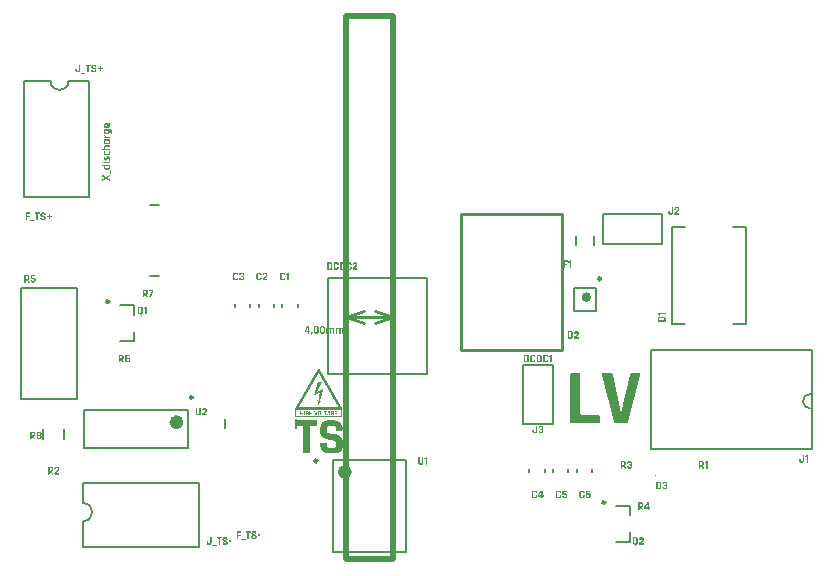
<source format=gto>
G04*
G04 #@! TF.GenerationSoftware,Altium Limited,Altium Designer,23.3.1 (30)*
G04*
G04 Layer_Color=65535*
%FSLAX44Y44*%
%MOMM*%
G71*
G04*
G04 #@! TF.SameCoordinates,1947367F-AEBE-42DD-BD61-22C0FE108C1A*
G04*
G04*
G04 #@! TF.FilePolarity,Positive*
G04*
G01*
G75*
%ADD10C,0.2000*%
%ADD11C,0.2500*%
%ADD12C,0.6000*%
%ADD13C,0.1000*%
%ADD14C,0.4000*%
%ADD15C,0.5000*%
%ADD16C,0.2540*%
G36*
X254652Y161049D02*
X254826D01*
Y160991D01*
X254942D01*
Y160933D01*
X255000D01*
Y160875D01*
X255116D01*
Y160817D01*
X255174D01*
Y160759D01*
X255232D01*
Y160643D01*
X255290D01*
Y160585D01*
X255348D01*
Y160469D01*
X255406D01*
Y160354D01*
X255464D01*
Y160237D01*
X255522D01*
Y160180D01*
X255580D01*
Y160064D01*
X255638D01*
Y159948D01*
X255696D01*
Y159890D01*
X255754D01*
Y159774D01*
X255812D01*
Y159658D01*
X255870D01*
Y159542D01*
X255928D01*
Y159484D01*
X255985D01*
Y159368D01*
X256043D01*
Y159252D01*
X256101D01*
Y159136D01*
X256159D01*
Y159078D01*
X256217D01*
Y158962D01*
X256275D01*
Y158846D01*
X256333D01*
Y158788D01*
X256391D01*
Y158672D01*
X256449D01*
Y158556D01*
X256507D01*
Y158441D01*
X256565D01*
Y158383D01*
X256623D01*
Y158267D01*
X256681D01*
Y158151D01*
X256739D01*
Y158035D01*
X256797D01*
Y157977D01*
X256855D01*
Y157861D01*
X256913D01*
Y157745D01*
X256971D01*
Y157629D01*
X257029D01*
Y157571D01*
X257087D01*
Y157455D01*
X257145D01*
Y157339D01*
X257203D01*
Y157281D01*
X257261D01*
Y157165D01*
X257319D01*
Y157049D01*
X257377D01*
Y156933D01*
X257435D01*
Y156875D01*
X257493D01*
Y156760D01*
X257551D01*
Y156644D01*
X257609D01*
Y156528D01*
X257666D01*
Y156470D01*
X257724D01*
Y156354D01*
X257782D01*
Y156238D01*
X257840D01*
Y156122D01*
X257898D01*
Y156064D01*
X257956D01*
Y155948D01*
X258014D01*
Y155832D01*
X258072D01*
Y155774D01*
X258130D01*
Y155658D01*
X258188D01*
Y155542D01*
X258246D01*
Y155426D01*
X258304D01*
Y155368D01*
X258362D01*
Y155252D01*
X258420D01*
Y155136D01*
X258478D01*
Y155021D01*
X258536D01*
Y154963D01*
X258594D01*
Y154847D01*
X258652D01*
Y154731D01*
X258710D01*
Y154615D01*
X258768D01*
Y154557D01*
X258826D01*
Y154441D01*
X258884D01*
Y154325D01*
X258942D01*
Y154267D01*
X259000D01*
Y154151D01*
X259058D01*
Y154035D01*
X259116D01*
Y153919D01*
X259174D01*
Y153861D01*
X259231D01*
Y153745D01*
X259289D01*
Y153629D01*
X259347D01*
Y153513D01*
X259405D01*
Y153455D01*
X259463D01*
Y153340D01*
X259521D01*
Y153224D01*
X259579D01*
Y153166D01*
X259637D01*
Y153050D01*
X259695D01*
Y152934D01*
X259753D01*
Y152818D01*
X259811D01*
Y152760D01*
X259869D01*
Y152644D01*
X259927D01*
Y152528D01*
X259985D01*
Y152412D01*
X260043D01*
Y152354D01*
X260101D01*
Y152238D01*
X260159D01*
Y152122D01*
X260217D01*
Y152006D01*
X260275D01*
Y151948D01*
X260333D01*
Y151833D01*
X260391D01*
Y151717D01*
X260449D01*
Y151659D01*
X260507D01*
Y151543D01*
X260565D01*
Y151427D01*
X260623D01*
Y151311D01*
X260681D01*
Y151253D01*
X260739D01*
Y151137D01*
X260797D01*
Y151021D01*
X260854D01*
Y150905D01*
X260912D01*
Y150847D01*
X260970D01*
Y150731D01*
X261028D01*
Y150615D01*
X261086D01*
Y150499D01*
X261144D01*
Y150441D01*
X261202D01*
Y150325D01*
X261260D01*
Y150209D01*
X261318D01*
Y150151D01*
X261376D01*
Y150035D01*
X261434D01*
Y149920D01*
X261492D01*
Y149804D01*
X261550D01*
Y149746D01*
X261608D01*
Y149630D01*
X261666D01*
Y149514D01*
X261724D01*
Y149398D01*
X261782D01*
Y149340D01*
X261840D01*
Y149224D01*
X261898D01*
Y149108D01*
X261956D01*
Y148992D01*
X262014D01*
Y148934D01*
X262072D01*
Y148818D01*
X262130D01*
Y148702D01*
X262188D01*
Y148644D01*
X262246D01*
Y148528D01*
X262304D01*
Y148413D01*
X262362D01*
Y148296D01*
X262420D01*
Y148239D01*
X262478D01*
Y148123D01*
X262536D01*
Y148007D01*
X262594D01*
Y147891D01*
X262652D01*
Y147833D01*
X262709D01*
Y147717D01*
X262767D01*
Y147601D01*
X262825D01*
Y147485D01*
X262883D01*
Y147427D01*
X262941D01*
Y147311D01*
X262999D01*
Y147195D01*
X263057D01*
Y147137D01*
X263115D01*
Y147021D01*
X263173D01*
Y146905D01*
X263231D01*
Y146790D01*
X263289D01*
Y146732D01*
X263347D01*
Y146616D01*
X263405D01*
Y146500D01*
X263463D01*
Y146384D01*
X263521D01*
Y146326D01*
X263579D01*
Y146210D01*
X263637D01*
Y146094D01*
X263695D01*
Y146036D01*
X263753D01*
Y145920D01*
X263811D01*
Y145804D01*
X263869D01*
Y145746D01*
Y145688D01*
X263927D01*
Y145630D01*
X263985D01*
Y145514D01*
X264043D01*
Y145398D01*
X264101D01*
Y145282D01*
X264159D01*
Y145224D01*
X264217D01*
Y145108D01*
X264275D01*
Y144993D01*
X264333D01*
Y144877D01*
X264391D01*
Y144819D01*
X264448D01*
Y144703D01*
X264506D01*
Y144587D01*
X264564D01*
Y144529D01*
X264622D01*
Y144413D01*
X264680D01*
Y144297D01*
X264738D01*
Y144181D01*
X264796D01*
Y144123D01*
X264854D01*
Y144007D01*
X264912D01*
Y143891D01*
X264970D01*
Y143775D01*
X265028D01*
Y143717D01*
X265086D01*
Y143601D01*
X265144D01*
Y143485D01*
X265202D01*
Y143369D01*
X265260D01*
Y143312D01*
X265318D01*
Y143196D01*
X265376D01*
Y143080D01*
X265434D01*
Y143022D01*
X265492D01*
Y142906D01*
X265550D01*
Y142790D01*
X265608D01*
Y142674D01*
X265666D01*
Y142616D01*
X265724D01*
Y142500D01*
X265782D01*
Y142384D01*
X265840D01*
Y142268D01*
X265898D01*
Y142210D01*
X265956D01*
Y142094D01*
X266014D01*
Y141978D01*
X266071D01*
Y141862D01*
X266129D01*
Y141804D01*
X266187D01*
Y141688D01*
X266245D01*
Y141573D01*
X266303D01*
Y141515D01*
X266361D01*
Y141399D01*
X266419D01*
Y141283D01*
X266477D01*
Y141167D01*
X266535D01*
Y141109D01*
X266593D01*
Y140993D01*
X266651D01*
Y140877D01*
X266709D01*
Y140761D01*
X266767D01*
Y140703D01*
X266825D01*
Y140587D01*
X266883D01*
Y140471D01*
X266941D01*
Y140413D01*
X266999D01*
Y140297D01*
X267057D01*
Y140181D01*
X267115D01*
Y140065D01*
X267173D01*
Y140007D01*
X267231D01*
Y139892D01*
X267289D01*
Y139776D01*
X267347D01*
Y139660D01*
X267405D01*
Y139602D01*
X267463D01*
Y139486D01*
X267521D01*
Y139370D01*
X267579D01*
Y139254D01*
X267637D01*
Y139196D01*
X267694D01*
Y139080D01*
X267752D01*
Y138964D01*
X267810D01*
Y138906D01*
X267868D01*
Y138790D01*
X267926D01*
Y138674D01*
X267984D01*
Y138558D01*
X268042D01*
Y138500D01*
X268100D01*
Y138384D01*
X268158D01*
Y138268D01*
X268216D01*
Y138153D01*
X268274D01*
Y138095D01*
X268332D01*
Y137979D01*
X268390D01*
Y137863D01*
X268448D01*
Y137747D01*
X268506D01*
Y137689D01*
X268564D01*
Y137573D01*
X268622D01*
Y137457D01*
X268680D01*
Y137399D01*
X268738D01*
Y137283D01*
X268796D01*
Y137167D01*
X268854D01*
Y137051D01*
X268912D01*
Y136993D01*
X268970D01*
Y136877D01*
X269028D01*
Y136761D01*
X269086D01*
Y136645D01*
X269144D01*
Y136587D01*
X269202D01*
Y136472D01*
X269260D01*
Y136356D01*
X269318D01*
Y136240D01*
X269375D01*
Y136182D01*
X269433D01*
Y136066D01*
X269491D01*
Y135950D01*
X269549D01*
Y135892D01*
X269607D01*
Y135776D01*
X269665D01*
Y135660D01*
X269723D01*
Y135544D01*
X269781D01*
Y135486D01*
X269839D01*
Y135370D01*
X269897D01*
Y135254D01*
X269955D01*
Y135138D01*
X270013D01*
Y135080D01*
X270071D01*
Y134965D01*
X270129D01*
Y134848D01*
X270187D01*
Y134733D01*
X270245D01*
Y134675D01*
X270303D01*
Y134559D01*
X270361D01*
Y134443D01*
X270419D01*
Y134385D01*
X270477D01*
Y134269D01*
X270535D01*
Y134153D01*
X270593D01*
Y134037D01*
X270651D01*
Y133979D01*
X270709D01*
Y133863D01*
X270767D01*
Y133747D01*
X270825D01*
Y133631D01*
X270883D01*
Y133573D01*
X270941D01*
Y133457D01*
X270998D01*
Y133341D01*
X271056D01*
Y133283D01*
X271115D01*
Y133167D01*
X271173D01*
Y133052D01*
X271230D01*
Y132936D01*
X271288D01*
Y132878D01*
X271346D01*
Y132762D01*
X271404D01*
Y132646D01*
X271462D01*
Y132530D01*
X271520D01*
Y132472D01*
X271578D01*
Y132356D01*
X271636D01*
Y132240D01*
X271694D01*
Y132124D01*
X271752D01*
Y132066D01*
X271810D01*
Y131950D01*
X271868D01*
Y131834D01*
X271926D01*
Y131776D01*
X271984D01*
Y131660D01*
X272042D01*
Y131545D01*
X272100D01*
Y131429D01*
X272158D01*
Y131371D01*
X272216D01*
Y131255D01*
X272274D01*
Y131139D01*
X272332D01*
Y131023D01*
X272390D01*
Y130965D01*
X272448D01*
Y130849D01*
X272506D01*
Y130733D01*
X272564D01*
Y130617D01*
X272622D01*
Y130559D01*
X272680D01*
Y130443D01*
X272738D01*
Y130327D01*
X272796D01*
Y130269D01*
X272853D01*
Y130153D01*
X272911D01*
Y130037D01*
X272969D01*
Y129922D01*
X273027D01*
Y129864D01*
X273085D01*
Y129747D01*
X273143D01*
Y129632D01*
X273201D01*
Y129516D01*
X273259D01*
Y129458D01*
X273317D01*
Y129342D01*
X273375D01*
Y129226D01*
X273433D01*
Y129110D01*
X273491D01*
Y129052D01*
X273549D01*
Y128936D01*
X273607D01*
Y128820D01*
X273665D01*
Y128762D01*
X273723D01*
Y128646D01*
X273781D01*
Y128530D01*
X273839D01*
Y128414D01*
X273897D01*
Y128298D01*
X273955D01*
Y128182D01*
X274013D01*
Y127603D01*
X273955D01*
Y127429D01*
X273897D01*
Y127313D01*
X273839D01*
Y127255D01*
X273781D01*
Y127197D01*
X273723D01*
Y127139D01*
X273665D01*
Y127081D01*
X273607D01*
Y127023D01*
X273549D01*
Y126965D01*
X273433D01*
Y126907D01*
X273259D01*
Y126849D01*
X274013D01*
Y120415D01*
X234770D01*
Y126849D01*
X235524D01*
Y126907D01*
X235350D01*
Y126965D01*
X235234D01*
Y127023D01*
X235176D01*
Y127081D01*
X235118D01*
Y127139D01*
X235060D01*
Y127197D01*
X235002D01*
Y127255D01*
X234944D01*
Y127313D01*
X234886D01*
Y127429D01*
X234828D01*
Y127603D01*
X234770D01*
Y128182D01*
X234828D01*
Y128356D01*
X234886D01*
Y128414D01*
X234944D01*
Y128530D01*
X235002D01*
Y128646D01*
X235060D01*
Y128762D01*
X235118D01*
Y128820D01*
X235176D01*
Y128936D01*
X235234D01*
Y129052D01*
X235292D01*
Y129168D01*
X235350D01*
Y129226D01*
X235408D01*
Y129342D01*
X235466D01*
Y129458D01*
X235524D01*
Y129574D01*
X235581D01*
Y129632D01*
X235639D01*
Y129747D01*
X235697D01*
Y129864D01*
X235756D01*
Y129922D01*
X235813D01*
Y130037D01*
X235871D01*
Y130153D01*
X235929D01*
Y130269D01*
X235987D01*
Y130327D01*
X236045D01*
Y130443D01*
X236103D01*
Y130559D01*
X236161D01*
Y130675D01*
X236219D01*
Y130733D01*
X236277D01*
Y130849D01*
X236335D01*
Y130965D01*
X236393D01*
Y131081D01*
X236451D01*
Y131139D01*
X236509D01*
Y131255D01*
X236567D01*
Y131371D01*
X236625D01*
Y131429D01*
X236683D01*
Y131545D01*
X236741D01*
Y131660D01*
X236799D01*
Y131776D01*
X236857D01*
Y131834D01*
X236915D01*
Y131950D01*
X236973D01*
Y132066D01*
X237031D01*
Y132182D01*
X237089D01*
Y132240D01*
X237147D01*
Y132356D01*
X237205D01*
Y132472D01*
X237262D01*
Y132530D01*
X237320D01*
Y132646D01*
X237378D01*
Y132762D01*
X237436D01*
Y132878D01*
X237494D01*
Y132936D01*
X237552D01*
Y133052D01*
X237610D01*
Y133167D01*
X237668D01*
Y133283D01*
X237726D01*
Y133341D01*
X237784D01*
Y133457D01*
X237842D01*
Y133573D01*
X237900D01*
Y133689D01*
X237958D01*
Y133747D01*
X238016D01*
Y133863D01*
X238074D01*
Y133979D01*
X238132D01*
Y134037D01*
X238190D01*
Y134153D01*
X238248D01*
Y134269D01*
X238306D01*
Y134385D01*
X238364D01*
Y134443D01*
X238422D01*
Y134559D01*
X238480D01*
Y134675D01*
X238538D01*
Y134791D01*
X238596D01*
Y134848D01*
X238654D01*
Y134965D01*
X238712D01*
Y135080D01*
X238770D01*
Y135196D01*
X238828D01*
Y135254D01*
X238886D01*
Y135370D01*
X238944D01*
Y135486D01*
X239002D01*
Y135544D01*
X239060D01*
Y135660D01*
X239117D01*
Y135776D01*
X239175D01*
Y135892D01*
X239233D01*
Y135950D01*
X239291D01*
Y136066D01*
X239349D01*
Y136182D01*
X239407D01*
Y136298D01*
X239465D01*
Y136356D01*
X239523D01*
Y136472D01*
X239581D01*
Y136587D01*
X239639D01*
Y136703D01*
X239697D01*
Y136761D01*
X239755D01*
Y136877D01*
X239813D01*
Y136993D01*
X239871D01*
Y137051D01*
X239929D01*
Y137167D01*
X239987D01*
Y137283D01*
X240045D01*
Y137399D01*
X240103D01*
Y137457D01*
X240161D01*
Y137573D01*
X240219D01*
Y137689D01*
X240277D01*
Y137805D01*
X240335D01*
Y137863D01*
X240393D01*
Y137979D01*
X240451D01*
Y138095D01*
X240509D01*
Y138153D01*
X240567D01*
Y138268D01*
X240625D01*
Y138384D01*
X240683D01*
Y138500D01*
X240741D01*
Y138558D01*
X240798D01*
Y138674D01*
X240856D01*
Y138790D01*
X240914D01*
Y138906D01*
X240972D01*
Y138964D01*
X241030D01*
Y139080D01*
X241088D01*
Y139196D01*
X241146D01*
Y139312D01*
X241204D01*
Y139370D01*
X241262D01*
Y139486D01*
X241320D01*
Y139602D01*
X241378D01*
Y139660D01*
X241436D01*
Y139776D01*
X241494D01*
Y139892D01*
X241552D01*
Y140007D01*
X241610D01*
Y140065D01*
X241668D01*
Y140181D01*
X241726D01*
Y140297D01*
X241784D01*
Y140413D01*
X241842D01*
Y140471D01*
X241900D01*
Y140587D01*
X241958D01*
Y140703D01*
X242016D01*
Y140819D01*
X242074D01*
Y140877D01*
X242132D01*
Y140993D01*
X242190D01*
Y141109D01*
X242248D01*
Y141167D01*
X242306D01*
Y141283D01*
X242363D01*
Y141399D01*
X242421D01*
Y141515D01*
X242479D01*
Y141573D01*
X242537D01*
Y141688D01*
X242595D01*
Y141804D01*
X242653D01*
Y141920D01*
X242711D01*
Y141978D01*
X242769D01*
Y142094D01*
X242827D01*
Y142210D01*
X242885D01*
Y142326D01*
X242943D01*
Y142384D01*
X243001D01*
Y142500D01*
X243059D01*
Y142616D01*
X243117D01*
Y142674D01*
X243175D01*
Y142790D01*
X243233D01*
Y142906D01*
X243291D01*
Y143022D01*
X243349D01*
Y143080D01*
X243407D01*
Y143196D01*
X243465D01*
Y143312D01*
X243523D01*
Y143427D01*
X243581D01*
Y143485D01*
X243639D01*
Y143601D01*
X243697D01*
Y143717D01*
X243755D01*
Y143775D01*
X243813D01*
Y143891D01*
X243871D01*
Y144007D01*
X243929D01*
Y144123D01*
X243987D01*
Y144181D01*
X244044D01*
Y144297D01*
X244102D01*
Y144413D01*
X244160D01*
Y144529D01*
X244218D01*
Y144587D01*
X244276D01*
Y144703D01*
X244334D01*
Y144819D01*
X244392D01*
Y144935D01*
X244450D01*
Y144993D01*
X244508D01*
Y145108D01*
X244566D01*
Y145224D01*
X244624D01*
Y145282D01*
X244682D01*
Y145398D01*
X244740D01*
Y145514D01*
X244798D01*
Y145630D01*
X244856D01*
Y145688D01*
X244914D01*
Y145804D01*
X244972D01*
Y145920D01*
X245030D01*
Y146036D01*
X245088D01*
Y146094D01*
X245146D01*
Y146210D01*
X245204D01*
Y146326D01*
X245262D01*
Y146442D01*
X245320D01*
Y146500D01*
X245378D01*
Y146616D01*
X245436D01*
Y146732D01*
X245494D01*
Y146790D01*
X245552D01*
Y146905D01*
X245610D01*
Y147021D01*
X245668D01*
Y147137D01*
X245725D01*
Y147195D01*
X245784D01*
Y147311D01*
X245842D01*
Y147427D01*
X245899D01*
Y147543D01*
X245957D01*
Y147601D01*
X246015D01*
Y147717D01*
X246073D01*
Y147833D01*
X246131D01*
Y147949D01*
X246189D01*
Y148007D01*
X246247D01*
Y148123D01*
X246305D01*
Y148239D01*
X246363D01*
Y148296D01*
X246421D01*
Y148413D01*
X246479D01*
Y148528D01*
X246537D01*
Y148644D01*
X246595D01*
Y148702D01*
X246653D01*
Y148818D01*
X246711D01*
Y148934D01*
X246769D01*
Y149050D01*
X246827D01*
Y149108D01*
X246885D01*
Y149224D01*
X246943D01*
Y149340D01*
X247001D01*
Y149456D01*
X247059D01*
Y149514D01*
X247117D01*
Y149630D01*
X247175D01*
Y149746D01*
X247233D01*
Y149804D01*
X247291D01*
Y149920D01*
X247349D01*
Y150035D01*
X247407D01*
Y150151D01*
X247465D01*
Y150209D01*
X247523D01*
Y150325D01*
X247580D01*
Y150441D01*
X247638D01*
Y150557D01*
X247696D01*
Y150615D01*
X247754D01*
Y150731D01*
X247812D01*
Y150847D01*
X247870D01*
Y150905D01*
X247928D01*
Y151021D01*
X247986D01*
Y151137D01*
X248044D01*
Y151253D01*
X248102D01*
Y151311D01*
X248160D01*
Y151427D01*
X248218D01*
Y151543D01*
X248276D01*
Y151659D01*
X248334D01*
Y151717D01*
X248392D01*
Y151833D01*
X248450D01*
Y151948D01*
X248508D01*
Y152064D01*
X248566D01*
Y152122D01*
X248624D01*
Y152238D01*
X248682D01*
Y152354D01*
X248740D01*
Y152412D01*
X248798D01*
Y152528D01*
X248856D01*
Y152644D01*
X248914D01*
Y152760D01*
X248972D01*
Y152818D01*
X249030D01*
Y152934D01*
X249088D01*
Y153050D01*
X249146D01*
Y153166D01*
X249203D01*
Y153224D01*
X249261D01*
Y153340D01*
X249319D01*
Y153455D01*
X249377D01*
Y153571D01*
X249435D01*
Y153629D01*
X249493D01*
Y153745D01*
X249551D01*
Y153861D01*
X249609D01*
Y153919D01*
X249667D01*
Y154035D01*
X249725D01*
Y154151D01*
X249783D01*
Y154267D01*
X249841D01*
Y154325D01*
X249899D01*
Y154441D01*
X249957D01*
Y154557D01*
X250015D01*
Y154673D01*
X250073D01*
Y154731D01*
X250131D01*
Y154847D01*
X250189D01*
Y154963D01*
X250247D01*
Y155078D01*
X250305D01*
Y155136D01*
X250363D01*
Y155252D01*
X250421D01*
Y155368D01*
X250479D01*
Y155426D01*
X250537D01*
Y155542D01*
X250595D01*
Y155658D01*
X250653D01*
Y155774D01*
X250711D01*
Y155832D01*
X250769D01*
Y155948D01*
X250826D01*
Y156064D01*
X250884D01*
Y156180D01*
X250942D01*
Y156238D01*
X251000D01*
Y156354D01*
X251058D01*
Y156470D01*
X251116D01*
Y156528D01*
X251174D01*
Y156644D01*
X251232D01*
Y156760D01*
X251290D01*
Y156875D01*
X251348D01*
Y156933D01*
X251406D01*
Y157049D01*
X251464D01*
Y157165D01*
X251522D01*
Y157281D01*
X251580D01*
Y157339D01*
X251638D01*
Y157455D01*
X251696D01*
Y157571D01*
X251754D01*
Y157687D01*
X251812D01*
Y157745D01*
X251870D01*
Y157861D01*
X251928D01*
Y157977D01*
X251986D01*
Y158035D01*
X252044D01*
Y158151D01*
X252102D01*
Y158267D01*
X252160D01*
Y158383D01*
X252218D01*
Y158441D01*
X252276D01*
Y158556D01*
X252334D01*
Y158672D01*
X252392D01*
Y158788D01*
X252450D01*
Y158846D01*
X252507D01*
Y158962D01*
X252565D01*
Y159078D01*
X252623D01*
Y159194D01*
X252681D01*
Y159252D01*
X252739D01*
Y159368D01*
X252797D01*
Y159484D01*
X252855D01*
Y159542D01*
X252913D01*
Y159658D01*
X252971D01*
Y159774D01*
X253029D01*
Y159890D01*
X253087D01*
Y159948D01*
X253145D01*
Y160064D01*
X253203D01*
Y160180D01*
X253261D01*
Y160295D01*
X253319D01*
Y160354D01*
X253377D01*
Y160469D01*
X253435D01*
Y160585D01*
X253493D01*
Y160643D01*
X253551D01*
Y160759D01*
X253609D01*
Y160817D01*
X253667D01*
Y160875D01*
X253783D01*
Y160933D01*
X253841D01*
Y160991D01*
X253957D01*
Y161049D01*
X254130D01*
Y161107D01*
X254652D01*
Y161049D01*
D02*
G37*
G36*
X526290Y157588D02*
X526568Y157403D01*
X526753Y157125D01*
X526846Y156755D01*
Y156292D01*
X516476Y116389D01*
Y116296D01*
X516384Y116204D01*
X516199Y115741D01*
X515736Y115185D01*
X515365Y115093D01*
X514902Y115000D01*
X506015D01*
X505459Y115185D01*
X505181Y115370D01*
X504903Y115555D01*
X504718Y115926D01*
X504533Y116389D01*
X494164Y156292D01*
Y156385D01*
Y156570D01*
Y157033D01*
X494257Y157310D01*
X494534Y157588D01*
X494905Y157681D01*
X495460Y157773D01*
X501941D01*
X502496Y157588D01*
X502774Y157403D01*
X503052Y157218D01*
X503237Y156847D01*
X503330Y156385D01*
X510366Y123610D01*
X510644D01*
X517587Y156385D01*
Y156477D01*
X517680Y156570D01*
X517865Y157125D01*
X518421Y157588D01*
X518791Y157681D01*
X519254Y157773D01*
X525735D01*
X526290Y157588D01*
D02*
G37*
G36*
X475370D02*
X475555Y157403D01*
X475832Y157218D01*
X475925Y156847D01*
X476018Y156385D01*
Y123055D01*
Y122962D01*
X476110Y122684D01*
X476295Y122407D01*
X476758Y122314D01*
X491016D01*
X491572Y122129D01*
X491757Y121944D01*
X492034Y121759D01*
X492127Y121388D01*
X492220Y120925D01*
Y116389D01*
Y116296D01*
Y116204D01*
X492034Y115741D01*
X491849Y115463D01*
X491664Y115185D01*
X491294Y115093D01*
X490831Y115000D01*
X468704D01*
X468241Y115185D01*
X467963Y115370D01*
X467685Y115555D01*
X467593Y115926D01*
X467500Y116389D01*
Y156385D01*
Y156477D01*
Y156570D01*
X467685Y157125D01*
X467870Y157310D01*
X468055Y157588D01*
X468426Y157681D01*
X468889Y157773D01*
X474814D01*
X475370Y157588D01*
D02*
G37*
G36*
X268523Y117600D02*
X269312Y117479D01*
X270162Y117236D01*
X271072Y116932D01*
X271922Y116447D01*
X272711Y115840D01*
X272772Y115779D01*
X273015Y115475D01*
X273318Y115111D01*
X273683Y114504D01*
X274047Y113776D01*
X274350Y112865D01*
X274593Y111772D01*
X274654Y110558D01*
Y109769D01*
Y109708D01*
Y109648D01*
X274532Y109344D01*
X274411Y109162D01*
X274290Y108980D01*
X274047Y108919D01*
X273743Y108858D01*
X269919D01*
X269555Y108980D01*
X269372Y109101D01*
X269251Y109222D01*
X269130Y109465D01*
X269069Y109769D01*
Y110012D01*
Y110072D01*
Y110315D01*
X269008Y110558D01*
Y110922D01*
X268765Y111712D01*
X268644Y112076D01*
X268401Y112318D01*
X268280Y112440D01*
X268098Y112501D01*
X267855Y112622D01*
X267551Y112744D01*
X267126Y112804D01*
X266641Y112926D01*
X264030D01*
X263727Y112865D01*
X263363D01*
X262573Y112622D01*
X262209Y112501D01*
X261906Y112258D01*
Y112197D01*
X261784Y112136D01*
X261723Y111954D01*
X261602Y111712D01*
X261481Y111347D01*
X261420Y110862D01*
X261299Y110315D01*
Y109648D01*
Y108798D01*
Y108737D01*
X261359Y108494D01*
X261481Y108130D01*
X261723Y107705D01*
X262148Y107341D01*
X262452Y107098D01*
X262816Y106916D01*
X263241Y106734D01*
X263727Y106612D01*
X264273Y106491D01*
X264880Y106430D01*
X265062D01*
X265244Y106369D01*
X265487D01*
X266216Y106248D01*
X267066Y106126D01*
X268098Y105944D01*
X269190Y105702D01*
X270344Y105398D01*
X271436Y104973D01*
X271497D01*
X271679Y104852D01*
X271983Y104670D01*
X272347Y104427D01*
X272711Y104123D01*
X273136Y103698D01*
X273561Y103213D01*
X273986Y102606D01*
X274047Y102545D01*
X274168Y102302D01*
X274290Y101938D01*
X274532Y101452D01*
X274715Y100784D01*
X274836Y100056D01*
X274957Y99206D01*
X275018Y98295D01*
Y96839D01*
Y96778D01*
Y96717D01*
Y96535D01*
Y96292D01*
X274897Y95624D01*
X274775Y94896D01*
X274532Y93985D01*
X274229Y93135D01*
X273743Y92285D01*
X273076Y91496D01*
X273015Y91436D01*
X272711Y91193D01*
X272286Y90950D01*
X271740Y90586D01*
X270951Y90282D01*
X270040Y89979D01*
X269008Y89736D01*
X267794Y89675D01*
X262695D01*
X262452Y89736D01*
X261845Y89797D01*
X261056Y89918D01*
X260206Y90100D01*
X259295Y90464D01*
X258445Y90889D01*
X257656Y91496D01*
X257596Y91557D01*
X257353Y91861D01*
X257049Y92285D01*
X256746Y92893D01*
X256381Y93621D01*
X256078Y94532D01*
X255835Y95624D01*
X255774Y96839D01*
Y97688D01*
Y97749D01*
Y97810D01*
X255896Y98174D01*
X256017Y98295D01*
X256138Y98478D01*
X256381Y98538D01*
X256685Y98599D01*
X260509D01*
X260874Y98478D01*
X260995Y98356D01*
X261177Y98235D01*
X261238Y97992D01*
X261299Y97688D01*
Y97324D01*
Y97263D01*
Y97081D01*
X261359Y96778D01*
Y96413D01*
X261602Y95685D01*
X261723Y95321D01*
X261966Y95078D01*
X262027D01*
X262088Y94957D01*
X262270Y94896D01*
X262513Y94775D01*
X262877Y94653D01*
X263302Y94592D01*
X263787Y94471D01*
X266701D01*
X267005Y94532D01*
X267369D01*
X268158Y94714D01*
X268523Y94896D01*
X268826Y95078D01*
X268887Y95139D01*
X268948Y95199D01*
X269069Y95381D01*
X269190Y95624D01*
X269312Y95989D01*
X269372Y96413D01*
X269494Y96960D01*
Y97567D01*
Y98053D01*
Y98113D01*
Y98235D01*
X269433Y98478D01*
X269372Y98781D01*
X269251Y99085D01*
X269069Y99388D01*
X268826Y99692D01*
X268462Y99995D01*
X268401Y100056D01*
X268280Y100117D01*
X268037Y100238D01*
X267733Y100359D01*
X267369Y100542D01*
X266944Y100663D01*
X265912Y100845D01*
X265669D01*
X265366Y100906D01*
X264941Y100967D01*
X264455Y101027D01*
X263848Y101088D01*
X262573Y101331D01*
X262513D01*
X262270Y101391D01*
X261966Y101452D01*
X261481Y101574D01*
X260995Y101756D01*
X260449Y101877D01*
X259295Y102302D01*
X259235Y102363D01*
X259052Y102423D01*
X258749Y102606D01*
X258385Y102848D01*
X258020Y103152D01*
X257596Y103516D01*
X257171Y104002D01*
X256746Y104609D01*
X256685Y104670D01*
X256563Y104912D01*
X256442Y105337D01*
X256260Y105823D01*
X256017Y106491D01*
X255896Y107219D01*
X255774Y108069D01*
X255714Y109040D01*
Y110558D01*
Y110619D01*
Y110740D01*
Y110862D01*
X255774Y111104D01*
X255835Y111772D01*
X255956Y112501D01*
X256199Y113350D01*
X256503Y114261D01*
X256988Y115111D01*
X257596Y115840D01*
X257717Y115900D01*
X257960Y116143D01*
X258385Y116447D01*
X258992Y116811D01*
X259781Y117114D01*
X260692Y117418D01*
X261784Y117661D01*
X262998Y117721D01*
X267915D01*
X268523Y117600D01*
D02*
G37*
G36*
X252678D02*
X252860Y117479D01*
X253043Y117357D01*
X253103Y117114D01*
X253164Y116811D01*
Y113836D01*
Y113776D01*
Y113715D01*
X253043Y113411D01*
X252921Y113229D01*
X252739Y113047D01*
X252496Y112986D01*
X252193Y112926D01*
X247154D01*
X246972Y112865D01*
X246790Y112744D01*
X246729Y112440D01*
Y90586D01*
Y90525D01*
Y90464D01*
X246608Y90161D01*
X246486Y89979D01*
X246365Y89797D01*
X246122Y89736D01*
X245819Y89675D01*
X241994D01*
X241630Y89797D01*
X241448Y89918D01*
X241326Y90039D01*
X241205Y90282D01*
X241144Y90586D01*
Y112440D01*
Y112501D01*
X241083Y112683D01*
X240962Y112865D01*
X240658Y112926D01*
X235559D01*
X235256Y113047D01*
X235074Y113168D01*
X234891Y113290D01*
X234831Y113533D01*
X234770Y113836D01*
Y116811D01*
Y116872D01*
Y116932D01*
X234891Y117296D01*
X235013Y117418D01*
X235134Y117600D01*
X235377Y117661D01*
X235681Y117721D01*
X252375D01*
X252678Y117600D01*
D02*
G37*
G36*
X274467Y196130D02*
X274633Y196102D01*
X274813Y196047D01*
X275007Y195977D01*
X275188Y195866D01*
X275354Y195728D01*
X275368Y195714D01*
X275424Y195644D01*
X275479Y195561D01*
X275562Y195422D01*
X275632Y195256D01*
X275701Y195048D01*
X275743Y194799D01*
X275756Y194521D01*
Y191276D01*
Y191262D01*
Y191248D01*
X275729Y191179D01*
X275701Y191137D01*
X275673Y191096D01*
X275618Y191082D01*
X275548Y191068D01*
X274675D01*
X274605Y191096D01*
X274564Y191123D01*
X274522Y191151D01*
X274508Y191207D01*
X274494Y191276D01*
Y194466D01*
Y194480D01*
Y194521D01*
Y194577D01*
X274480Y194646D01*
X274439Y194799D01*
X274397Y194868D01*
X274356Y194923D01*
X274328Y194951D01*
X274300Y194965D01*
X274259Y194993D01*
X274189Y195020D01*
X274120Y195034D01*
X274023Y195062D01*
X273635D01*
X273551Y195048D01*
X273440Y195020D01*
X273316Y194965D01*
X273191Y194868D01*
X273080Y194729D01*
X273038Y194646D01*
X272997Y194549D01*
X272983Y194424D01*
X272969Y194285D01*
Y191276D01*
Y191262D01*
Y191248D01*
X272941Y191179D01*
X272913Y191137D01*
X272886Y191096D01*
X272830Y191082D01*
X272761Y191068D01*
X271887D01*
X271818Y191096D01*
X271776Y191123D01*
X271735Y191151D01*
X271721Y191207D01*
X271707Y191276D01*
Y194466D01*
Y194480D01*
Y194521D01*
Y194577D01*
X271693Y194646D01*
X271651Y194799D01*
X271610Y194868D01*
X271568Y194923D01*
X271540Y194951D01*
X271513Y194965D01*
X271471Y194993D01*
X271402Y195020D01*
X271332Y195034D01*
X271235Y195062D01*
X270778D01*
X270695Y195048D01*
X270597Y195020D01*
X270473Y194965D01*
X270348Y194882D01*
X270237Y194743D01*
X270195Y194660D01*
X270154Y194549D01*
X270140Y194438D01*
X270126Y194299D01*
Y191276D01*
Y191262D01*
Y191248D01*
X270098Y191179D01*
X270070Y191137D01*
X270029Y191096D01*
X269973Y191082D01*
X269904Y191068D01*
X269030D01*
X268961Y191096D01*
X268919Y191123D01*
X268878Y191151D01*
X268864Y191207D01*
X268850Y191276D01*
Y195949D01*
Y195963D01*
Y195977D01*
X268878Y196061D01*
X268905Y196088D01*
X268933Y196130D01*
X268989Y196144D01*
X269058Y196158D01*
X269946D01*
X270015Y196130D01*
X270056Y196102D01*
X270098Y196074D01*
X270112Y196019D01*
X270126Y195949D01*
Y195617D01*
X270154D01*
Y195631D01*
X270181Y195658D01*
X270209Y195700D01*
X270251Y195755D01*
X270375Y195880D01*
X270459Y195949D01*
X270556Y196005D01*
X270570Y196019D01*
X270611Y196033D01*
X270667Y196061D01*
X270750Y196088D01*
X270847Y196116D01*
X270958Y196130D01*
X271083Y196158D01*
X271582D01*
X271637Y196144D01*
X271790Y196130D01*
X271984Y196074D01*
X272192Y196005D01*
X272400Y195894D01*
X272581Y195728D01*
X272678Y195631D01*
X272747Y195520D01*
Y195534D01*
X272761Y195547D01*
X272816Y195617D01*
X272899Y195728D01*
X273024Y195839D01*
X273177Y195949D01*
X273385Y196061D01*
X273621Y196130D01*
X273759Y196158D01*
X274328D01*
X274467Y196130D01*
D02*
G37*
G36*
X266492D02*
X266659Y196102D01*
X266839Y196047D01*
X267033Y195977D01*
X267213Y195866D01*
X267380Y195728D01*
X267394Y195714D01*
X267449Y195644D01*
X267505Y195561D01*
X267588Y195422D01*
X267657Y195256D01*
X267727Y195048D01*
X267768Y194799D01*
X267782Y194521D01*
Y191276D01*
Y191262D01*
Y191248D01*
X267754Y191179D01*
X267727Y191137D01*
X267699Y191096D01*
X267643Y191082D01*
X267574Y191068D01*
X266700D01*
X266631Y191096D01*
X266589Y191123D01*
X266548Y191151D01*
X266534Y191207D01*
X266520Y191276D01*
Y194466D01*
Y194480D01*
Y194521D01*
Y194577D01*
X266506Y194646D01*
X266465Y194799D01*
X266423Y194868D01*
X266381Y194923D01*
X266354Y194951D01*
X266326Y194965D01*
X266284Y194993D01*
X266215Y195020D01*
X266146Y195034D01*
X266049Y195062D01*
X265660D01*
X265577Y195048D01*
X265466Y195020D01*
X265341Y194965D01*
X265216Y194868D01*
X265105Y194729D01*
X265064Y194646D01*
X265022Y194549D01*
X265008Y194424D01*
X264995Y194285D01*
Y191276D01*
Y191262D01*
Y191248D01*
X264967Y191179D01*
X264939Y191137D01*
X264911Y191096D01*
X264856Y191082D01*
X264786Y191068D01*
X263913D01*
X263843Y191096D01*
X263802Y191123D01*
X263760Y191151D01*
X263746Y191207D01*
X263732Y191276D01*
Y194466D01*
Y194480D01*
Y194521D01*
Y194577D01*
X263719Y194646D01*
X263677Y194799D01*
X263635Y194868D01*
X263594Y194923D01*
X263566Y194951D01*
X263538Y194965D01*
X263497Y194993D01*
X263427Y195020D01*
X263358Y195034D01*
X263261Y195062D01*
X262803D01*
X262720Y195048D01*
X262623Y195020D01*
X262498Y194965D01*
X262373Y194882D01*
X262262Y194743D01*
X262221Y194660D01*
X262179Y194549D01*
X262165Y194438D01*
X262152Y194299D01*
Y191276D01*
Y191262D01*
Y191248D01*
X262124Y191179D01*
X262096Y191137D01*
X262054Y191096D01*
X261999Y191082D01*
X261930Y191068D01*
X261056D01*
X260987Y191096D01*
X260945Y191123D01*
X260903Y191151D01*
X260889Y191207D01*
X260876Y191276D01*
Y195949D01*
Y195963D01*
Y195977D01*
X260903Y196061D01*
X260931Y196088D01*
X260959Y196130D01*
X261014Y196144D01*
X261084Y196158D01*
X261971D01*
X262041Y196130D01*
X262082Y196102D01*
X262124Y196074D01*
X262138Y196019D01*
X262152Y195949D01*
Y195617D01*
X262179D01*
Y195631D01*
X262207Y195658D01*
X262235Y195700D01*
X262276Y195755D01*
X262401Y195880D01*
X262484Y195949D01*
X262581Y196005D01*
X262595Y196019D01*
X262637Y196033D01*
X262692Y196061D01*
X262776Y196088D01*
X262873Y196116D01*
X262984Y196130D01*
X263108Y196158D01*
X263608D01*
X263663Y196144D01*
X263816Y196130D01*
X264010Y196074D01*
X264218Y196005D01*
X264426Y195894D01*
X264606Y195728D01*
X264703Y195631D01*
X264773Y195520D01*
Y195534D01*
X264786Y195547D01*
X264842Y195617D01*
X264925Y195728D01*
X265050Y195839D01*
X265203Y195949D01*
X265411Y196061D01*
X265646Y196130D01*
X265785Y196158D01*
X266354D01*
X266492Y196130D01*
D02*
G37*
G36*
X258421Y197447D02*
X258587Y197420D01*
X258795Y197364D01*
X258990Y197295D01*
X259184Y197184D01*
X259364Y197045D01*
X259378Y197031D01*
X259433Y196962D01*
X259503Y196879D01*
X259586Y196740D01*
X259655Y196574D01*
X259725Y196366D01*
X259780Y196130D01*
X259794Y195853D01*
Y192691D01*
Y192677D01*
Y192663D01*
Y192621D01*
Y192566D01*
X259766Y192427D01*
X259738Y192247D01*
X259683Y192052D01*
X259614Y191858D01*
X259503Y191664D01*
X259364Y191484D01*
X259350Y191470D01*
X259281Y191415D01*
X259184Y191359D01*
X259045Y191276D01*
X258879Y191207D01*
X258671Y191137D01*
X258421Y191082D01*
X258144Y191068D01*
X257076D01*
X257020Y191082D01*
X256882Y191096D01*
X256701Y191123D01*
X256507Y191165D01*
X256313Y191248D01*
X256119Y191345D01*
X255938Y191484D01*
X255925Y191498D01*
X255869Y191567D01*
X255800Y191664D01*
X255730Y191789D01*
X255647Y191955D01*
X255578Y192164D01*
X255522Y192413D01*
X255509Y192691D01*
Y195853D01*
Y195866D01*
Y195894D01*
Y195922D01*
X255522Y195977D01*
X255536Y196130D01*
X255564Y196296D01*
X255620Y196490D01*
X255689Y196698D01*
X255800Y196893D01*
X255938Y197059D01*
X255952Y197073D01*
X256022Y197128D01*
X256119Y197198D01*
X256257Y197267D01*
X256424Y197350D01*
X256632Y197406D01*
X256868Y197461D01*
X257145Y197475D01*
X258268D01*
X258421Y197447D01*
D02*
G37*
G36*
X253068D02*
X253234Y197420D01*
X253442Y197364D01*
X253636Y197295D01*
X253831Y197184D01*
X254011Y197045D01*
X254025Y197031D01*
X254080Y196962D01*
X254149Y196879D01*
X254233Y196740D01*
X254302Y196574D01*
X254371Y196366D01*
X254427Y196130D01*
X254441Y195853D01*
Y192691D01*
Y192677D01*
Y192663D01*
Y192621D01*
Y192566D01*
X254413Y192427D01*
X254385Y192247D01*
X254330Y192052D01*
X254260Y191858D01*
X254149Y191664D01*
X254011Y191484D01*
X253997Y191470D01*
X253928Y191415D01*
X253831Y191359D01*
X253692Y191276D01*
X253525Y191207D01*
X253317Y191137D01*
X253068Y191082D01*
X252790Y191068D01*
X251723D01*
X251667Y191082D01*
X251528Y191096D01*
X251348Y191123D01*
X251154Y191165D01*
X250960Y191248D01*
X250766Y191345D01*
X250585Y191484D01*
X250571Y191498D01*
X250516Y191567D01*
X250447Y191664D01*
X250377Y191789D01*
X250294Y191955D01*
X250225Y192164D01*
X250169Y192413D01*
X250155Y192691D01*
Y195853D01*
Y195866D01*
Y195894D01*
Y195922D01*
X250169Y195977D01*
X250183Y196130D01*
X250211Y196296D01*
X250266Y196490D01*
X250336Y196698D01*
X250447Y196893D01*
X250585Y197059D01*
X250599Y197073D01*
X250669Y197128D01*
X250766Y197198D01*
X250904Y197267D01*
X251071Y197350D01*
X251279Y197406D01*
X251514Y197461D01*
X251792Y197475D01*
X252915D01*
X253068Y197447D01*
D02*
G37*
G36*
X246258Y197461D02*
X246341Y197433D01*
X246425Y197378D01*
X246439Y197364D01*
X246480Y197309D01*
X246522Y197225D01*
X246536Y197115D01*
Y193328D01*
X247285D01*
X247354Y193301D01*
X247423Y193245D01*
X247437Y193204D01*
X247451Y193134D01*
Y192455D01*
Y192441D01*
Y192427D01*
X247423Y192344D01*
X247368Y192274D01*
X247326Y192247D01*
X247257Y192233D01*
X246536D01*
Y191276D01*
Y191262D01*
Y191207D01*
X246522Y191151D01*
X246494Y191110D01*
X246480D01*
X246466Y191096D01*
X246411Y191082D01*
X246341Y191068D01*
X245537D01*
X245454Y191096D01*
X245412Y191123D01*
X245385Y191151D01*
X245357Y191207D01*
X245343Y191276D01*
Y192233D01*
X242847D01*
X242777Y192247D01*
X242694Y192274D01*
X242597Y192330D01*
X242583Y192344D01*
X242556Y192399D01*
X242514Y192482D01*
X242500Y192593D01*
Y192982D01*
Y192996D01*
Y193037D01*
Y193093D01*
X242514Y193162D01*
X242542Y193328D01*
X242597Y193481D01*
X244594Y197170D01*
Y197184D01*
X244608Y197198D01*
X244650Y197267D01*
X244705Y197350D01*
X244774Y197406D01*
X244788Y197420D01*
X244844Y197447D01*
X244913Y197461D01*
X245024Y197475D01*
X246189D01*
X246258Y197461D01*
D02*
G37*
G36*
X249143Y192663D02*
X249212Y192607D01*
X249226Y192566D01*
X249240Y192496D01*
Y191720D01*
Y191706D01*
Y191678D01*
X249226Y191623D01*
X249212Y191539D01*
X249185Y191456D01*
X249143Y191345D01*
X249088Y191220D01*
X249004Y191096D01*
X248325Y190111D01*
X248311Y190097D01*
X248269Y190056D01*
X248214Y190014D01*
X248131Y190000D01*
X248103D01*
X248047Y190028D01*
X248020Y190056D01*
X247992Y190083D01*
X247978Y190139D01*
X247964Y190208D01*
Y192482D01*
Y192496D01*
Y192510D01*
X247992Y192593D01*
X248047Y192663D01*
X248089Y192677D01*
X248158Y192691D01*
X249074D01*
X249143Y192663D01*
D02*
G37*
G36*
X14438Y240676D02*
X14466Y240648D01*
X14507Y240620D01*
X14521Y240565D01*
X14535Y240496D01*
Y239747D01*
Y239733D01*
Y239719D01*
X14507Y239650D01*
X14480Y239608D01*
X14452Y239566D01*
X14396Y239552D01*
X14327Y239539D01*
X11914D01*
Y238069D01*
X11928Y238096D01*
X11955Y238152D01*
X11997Y238221D01*
X12080Y238318D01*
X12191Y238415D01*
X12330Y238485D01*
X12524Y238540D01*
X12746Y238568D01*
X13245D01*
X13315Y238554D01*
X13412Y238540D01*
X13536Y238526D01*
X13661Y238485D01*
X13800Y238443D01*
X13952Y238374D01*
X14091Y238291D01*
X14230Y238193D01*
X14355Y238069D01*
X14480Y237916D01*
X14577Y237736D01*
X14646Y237528D01*
X14701Y237292D01*
X14715Y237015D01*
Y235919D01*
Y235905D01*
Y235891D01*
Y235850D01*
Y235794D01*
X14688Y235655D01*
X14660Y235475D01*
X14604Y235281D01*
X14535Y235087D01*
X14424Y234893D01*
X14285Y234713D01*
X14272Y234699D01*
X14202Y234643D01*
X14105Y234588D01*
X13980Y234504D01*
X13800Y234435D01*
X13592Y234366D01*
X13356Y234310D01*
X13079Y234296D01*
X12136D01*
X12080Y234310D01*
X11928Y234324D01*
X11761Y234352D01*
X11553Y234394D01*
X11359Y234477D01*
X11165Y234574D01*
X10985Y234713D01*
X10971Y234726D01*
X10915Y234796D01*
X10846Y234893D01*
X10777Y235018D01*
X10693Y235184D01*
X10624Y235392D01*
X10569Y235642D01*
X10555Y235919D01*
Y236113D01*
Y236127D01*
Y236155D01*
X10582Y236224D01*
X10610Y236266D01*
X10638Y236307D01*
X10693Y236321D01*
X10763Y236335D01*
X11637D01*
X11720Y236307D01*
X11747Y236280D01*
X11789Y236238D01*
X11803Y236182D01*
X11817Y236113D01*
Y235933D01*
Y235919D01*
Y235877D01*
X11831Y235822D01*
Y235753D01*
X11872Y235600D01*
X11914Y235531D01*
X11955Y235475D01*
X11983Y235461D01*
X12011Y235434D01*
X12066Y235420D01*
X12122Y235392D01*
X12205Y235364D01*
X12288Y235350D01*
X12926D01*
X12982Y235364D01*
X13051D01*
X13204Y235406D01*
X13273Y235434D01*
X13342Y235475D01*
X13356Y235489D01*
X13370Y235503D01*
X13398Y235531D01*
X13426Y235586D01*
X13453Y235642D01*
X13467Y235725D01*
X13495Y235822D01*
Y235933D01*
Y236821D01*
Y236834D01*
Y236890D01*
X13481Y236959D01*
Y237056D01*
X13426Y237250D01*
X13398Y237334D01*
X13342Y237403D01*
Y237417D01*
X13315Y237431D01*
X13273Y237458D01*
X13231Y237486D01*
X13162Y237514D01*
X13065Y237528D01*
X12954Y237556D01*
X12316D01*
X12274Y237542D01*
X12219Y237528D01*
X12150Y237500D01*
X12094Y237472D01*
X12025Y237417D01*
X11969Y237348D01*
Y237334D01*
X11942Y237320D01*
X11886Y237250D01*
X11789Y237167D01*
X11734Y237153D01*
X11678Y237139D01*
X10832D01*
X10749Y237167D01*
X10680Y237223D01*
X10652Y237264D01*
X10638Y237334D01*
Y240496D01*
Y240509D01*
Y240523D01*
X10666Y240606D01*
X10693Y240634D01*
X10735Y240676D01*
X10790Y240690D01*
X10860Y240704D01*
X14355D01*
X14438Y240676D01*
D02*
G37*
G36*
X8142D02*
X8322Y240648D01*
X8516Y240593D01*
X8710Y240523D01*
X8904Y240412D01*
X9085Y240274D01*
X9099Y240260D01*
X9154Y240191D01*
X9223Y240107D01*
X9307Y239969D01*
X9390Y239802D01*
X9459Y239594D01*
X9515Y239345D01*
X9528Y239067D01*
Y238291D01*
Y238277D01*
Y238235D01*
Y238180D01*
X9515Y238110D01*
X9501Y238013D01*
X9487Y237916D01*
X9417Y237680D01*
X9307Y237431D01*
X9237Y237306D01*
X9154Y237181D01*
X9057Y237070D01*
X8932Y236959D01*
X8794Y236876D01*
X8641Y236793D01*
Y236751D01*
X9709Y234532D01*
Y234518D01*
X9723Y234491D01*
Y234421D01*
X9709Y234366D01*
X9681Y234338D01*
X9626Y234310D01*
X9542Y234296D01*
X8641D01*
X8558Y234310D01*
X8475Y234324D01*
X8461Y234338D01*
X8433Y234366D01*
X8391Y234421D01*
X8350Y234504D01*
X7351Y236654D01*
X6658D01*
X6616Y236640D01*
X6575Y236612D01*
X6561Y236543D01*
Y234504D01*
Y234491D01*
Y234477D01*
X6533Y234407D01*
X6505Y234366D01*
X6477Y234324D01*
X6422Y234310D01*
X6353Y234296D01*
X5465D01*
X5396Y234324D01*
X5354Y234352D01*
X5312Y234380D01*
X5299Y234435D01*
X5285Y234504D01*
Y240496D01*
Y240509D01*
Y240523D01*
X5312Y240606D01*
X5340Y240634D01*
X5368Y240676D01*
X5423Y240690D01*
X5493Y240704D01*
X8003D01*
X8142Y240676D01*
D02*
G37*
G36*
X75589Y369311D02*
X75631Y369284D01*
X75673Y369256D01*
X75686Y369200D01*
X75700Y369131D01*
Y366621D01*
X75714Y366579D01*
X75742Y366524D01*
X75811Y366510D01*
X76033D01*
X76047D01*
X76089D01*
X76130Y366524D01*
X76200D01*
X76352Y366565D01*
X76421Y366593D01*
X76477Y366635D01*
Y366649D01*
X76505Y366662D01*
X76519Y366690D01*
X76546Y366746D01*
X76574Y366801D01*
X76588Y366884D01*
X76616Y366981D01*
Y369145D01*
X76643Y369228D01*
X76671Y369256D01*
X76713Y369297D01*
X76768Y369311D01*
X76838Y369325D01*
X77489D01*
X77503D01*
X77545D01*
X77600Y369297D01*
X77642Y369270D01*
Y369256D01*
X77656Y369242D01*
X77670Y369187D01*
X77684Y369117D01*
Y366843D01*
X77670Y366787D01*
X77656Y366635D01*
X77628Y366468D01*
X77586Y366260D01*
X77503Y366066D01*
X77406Y365872D01*
X77267Y365692D01*
X77254Y365678D01*
X77184Y365622D01*
X77087Y365553D01*
X76962Y365484D01*
X76796Y365400D01*
X76588Y365331D01*
X76338Y365276D01*
X76061Y365262D01*
X74230D01*
X74216D01*
X74189D01*
X74161D01*
X74105Y365276D01*
X73953Y365289D01*
X73787Y365317D01*
X73592Y365373D01*
X73384Y365442D01*
X73190Y365553D01*
X73024Y365692D01*
X73010Y365705D01*
X72954Y365775D01*
X72885Y365872D01*
X72802Y366011D01*
X72733Y366177D01*
X72663Y366385D01*
X72608Y366635D01*
X72594Y366912D01*
Y367827D01*
X72621Y367966D01*
X72649Y368146D01*
X72705Y368340D01*
X72774Y368535D01*
X72885Y368729D01*
X73024Y368909D01*
X73038Y368923D01*
X73107Y368979D01*
X73190Y369048D01*
X73329Y369131D01*
X73495Y369200D01*
X73703Y369270D01*
X73953Y369325D01*
X74230Y369339D01*
X75492D01*
X75506D01*
X75520D01*
X75589Y369311D01*
D02*
G37*
G36*
X77989Y364235D02*
X78155Y364208D01*
X78349Y364152D01*
X78557Y364083D01*
X78751Y363972D01*
X78918Y363819D01*
X78932Y363806D01*
X78987Y363736D01*
X79043Y363639D01*
X79126Y363514D01*
X79195Y363334D01*
X79264Y363126D01*
X79320Y362890D01*
X79334Y362613D01*
Y360630D01*
X79320Y360574D01*
X79292Y360519D01*
X79278D01*
X79251Y360505D01*
X79209Y360491D01*
X79140Y360477D01*
X78446D01*
X78432D01*
X78418D01*
X78335Y360505D01*
X78308Y360533D01*
X78266Y360574D01*
X78252Y360630D01*
X78238Y360699D01*
Y362460D01*
X78224Y362516D01*
Y362585D01*
X78183Y362724D01*
X78141Y362793D01*
X78099Y362849D01*
X78072Y362876D01*
X77989Y362918D01*
X77933Y362946D01*
X77864Y362960D01*
X77767Y362987D01*
X77670D01*
X76907D01*
Y362946D01*
X76921D01*
X76948Y362918D01*
X77004Y362890D01*
X77059Y362863D01*
X77129Y362807D01*
X77198Y362738D01*
X77267Y362654D01*
X77323Y362557D01*
Y362543D01*
X77351Y362516D01*
X77365Y362460D01*
X77392Y362377D01*
X77420Y362294D01*
X77434Y362197D01*
X77462Y361975D01*
Y361573D01*
X77448Y361517D01*
X77434Y361379D01*
X77406Y361212D01*
X77365Y361018D01*
X77281Y360824D01*
X77184Y360644D01*
X77045Y360477D01*
X77032Y360463D01*
X76962Y360422D01*
X76865Y360352D01*
X76727Y360283D01*
X76560Y360214D01*
X76352Y360144D01*
X76116Y360103D01*
X75839Y360089D01*
X74230D01*
X74216D01*
X74189D01*
X74161D01*
X74105Y360103D01*
X73953Y360117D01*
X73787Y360144D01*
X73592Y360200D01*
X73384Y360269D01*
X73190Y360380D01*
X73024Y360519D01*
X73010Y360533D01*
X72954Y360602D01*
X72885Y360699D01*
X72802Y360838D01*
X72733Y361004D01*
X72663Y361212D01*
X72608Y361448D01*
X72594Y361725D01*
Y364083D01*
X72621Y364152D01*
X72649Y364194D01*
X72677Y364235D01*
X72733Y364249D01*
X72802Y364263D01*
X77711D01*
X77725D01*
X77739D01*
X77781D01*
X77836D01*
X77989Y364235D01*
D02*
G37*
G36*
X73620Y359520D02*
X73662Y359492D01*
Y359479D01*
X73675Y359465D01*
X73689Y359409D01*
Y358619D01*
X73703Y358536D01*
X73731Y358438D01*
X73787Y358314D01*
X73884Y358189D01*
X73939Y358120D01*
X74022Y358078D01*
X74119Y358036D01*
X74216Y357995D01*
X74341Y357981D01*
X74480Y357967D01*
X77476D01*
X77489D01*
X77503D01*
X77572Y357939D01*
X77614Y357911D01*
X77656Y357870D01*
X77670Y357814D01*
X77684Y357745D01*
Y356871D01*
X77656Y356802D01*
X77628Y356760D01*
X77600Y356719D01*
X77545Y356705D01*
X77476Y356691D01*
X72802D01*
X72788D01*
X72774D01*
X72691Y356719D01*
X72663Y356746D01*
X72621Y356774D01*
X72608Y356830D01*
X72594Y356899D01*
Y357787D01*
X72621Y357856D01*
X72649Y357898D01*
X72677Y357939D01*
X72733Y357953D01*
X72802Y357967D01*
X73148D01*
Y357995D01*
X73135D01*
X73107Y358022D01*
X73051Y358050D01*
X72996Y358092D01*
X72927Y358133D01*
X72857Y358203D01*
X72788Y358286D01*
X72733Y358383D01*
Y358397D01*
X72705Y358438D01*
X72691Y358494D01*
X72663Y358563D01*
X72635Y358660D01*
X72621Y358757D01*
X72594Y358979D01*
Y359368D01*
X72621Y359437D01*
X72649Y359479D01*
X72677Y359506D01*
X72733Y359520D01*
X72802Y359534D01*
X73495D01*
X73509D01*
X73565D01*
X73620Y359520D01*
D02*
G37*
G36*
X77572Y355568D02*
X77614Y355540D01*
X77656Y355498D01*
X77670Y355443D01*
X77684Y355374D01*
Y354514D01*
X77656Y354431D01*
X77628Y354389D01*
X77600Y354361D01*
X77545Y354333D01*
X77476Y354320D01*
X77157D01*
Y354292D01*
X77170D01*
X77198Y354264D01*
X77254Y354236D01*
X77309Y354195D01*
X77365Y354139D01*
X77434Y354070D01*
X77503Y353987D01*
X77559Y353890D01*
Y353876D01*
X77572Y353848D01*
X77600Y353793D01*
X77614Y353709D01*
X77642Y353626D01*
X77670Y353529D01*
X77684Y353307D01*
Y353002D01*
X77670Y352947D01*
X77656Y352794D01*
X77628Y352628D01*
X77586Y352420D01*
X77503Y352225D01*
X77406Y352031D01*
X77267Y351851D01*
X77254Y351837D01*
X77184Y351782D01*
X77087Y351712D01*
X76962Y351643D01*
X76796Y351560D01*
X76588Y351490D01*
X76338Y351435D01*
X76061Y351421D01*
X74230D01*
X74216D01*
X74189D01*
X74161D01*
X74105Y351435D01*
X73953Y351449D01*
X73787Y351477D01*
X73592Y351532D01*
X73384Y351601D01*
X73190Y351712D01*
X73024Y351851D01*
X73010Y351865D01*
X72954Y351934D01*
X72885Y352031D01*
X72802Y352170D01*
X72733Y352336D01*
X72663Y352544D01*
X72608Y352794D01*
X72594Y353071D01*
Y355415D01*
X72621Y355485D01*
X72649Y355526D01*
X72677Y355568D01*
X72733Y355582D01*
X72802Y355596D01*
X77476D01*
X77489D01*
X77503D01*
X77572Y355568D01*
D02*
G37*
G36*
Y350436D02*
X77614Y350409D01*
X77656Y350367D01*
X77670Y350312D01*
X77684Y350242D01*
Y349382D01*
X77656Y349313D01*
X77628Y349272D01*
X77600Y349230D01*
X77545Y349216D01*
X77476Y349202D01*
X74286D01*
X74272D01*
X74230D01*
X74175D01*
X74105Y349188D01*
X73953Y349147D01*
X73884Y349105D01*
X73828Y349063D01*
X73800Y349036D01*
X73787Y349008D01*
X73759Y348952D01*
X73731Y348897D01*
X73717Y348814D01*
X73689Y348717D01*
Y348218D01*
X73703Y348134D01*
X73731Y348037D01*
X73787Y347912D01*
X73870Y347788D01*
X74008Y347677D01*
X74092Y347635D01*
X74202Y347593D01*
X74314Y347579D01*
X74452Y347566D01*
X77476D01*
X77489D01*
X77503D01*
X77572Y347538D01*
X77614Y347510D01*
X77656Y347469D01*
X77670Y347413D01*
X77684Y347344D01*
Y346470D01*
X77656Y346401D01*
X77628Y346359D01*
X77600Y346317D01*
X77545Y346304D01*
X77476Y346290D01*
X70874D01*
X70860D01*
X70846D01*
X70763Y346317D01*
X70735Y346345D01*
X70694Y346373D01*
X70680Y346428D01*
X70666Y346498D01*
Y347385D01*
X70694Y347455D01*
X70722Y347496D01*
X70749Y347538D01*
X70805Y347552D01*
X70874Y347566D01*
X73135D01*
Y347593D01*
X73107Y347607D01*
X73051Y347635D01*
X72968Y347704D01*
X72857Y347801D01*
X72760Y347926D01*
X72677Y348106D01*
X72621Y348315D01*
X72594Y348578D01*
Y348966D01*
X72608Y349036D01*
X72621Y349147D01*
X72649Y349258D01*
X72677Y349396D01*
X72733Y349535D01*
X72802Y349688D01*
X72885Y349826D01*
X72996Y349965D01*
X73121Y350104D01*
X73287Y350215D01*
X73467Y350326D01*
X73689Y350395D01*
X73939Y350450D01*
X74230Y350464D01*
X77476D01*
X77489D01*
X77503D01*
X77572Y350436D01*
D02*
G37*
G36*
X77600Y345416D02*
X77642Y345388D01*
Y345374D01*
X77656Y345347D01*
X77670Y345305D01*
X77684Y345222D01*
Y343669D01*
X77670Y343613D01*
X77656Y343461D01*
X77628Y343294D01*
X77586Y343086D01*
X77503Y342892D01*
X77406Y342698D01*
X77267Y342518D01*
X77254Y342504D01*
X77184Y342448D01*
X77087Y342379D01*
X76962Y342309D01*
X76796Y342226D01*
X76588Y342157D01*
X76338Y342102D01*
X76061Y342088D01*
X74230D01*
X74216D01*
X74189D01*
X74161D01*
X74105Y342102D01*
X73953Y342115D01*
X73787Y342143D01*
X73592Y342199D01*
X73384Y342268D01*
X73190Y342379D01*
X73024Y342518D01*
X73010Y342531D01*
X72954Y342601D01*
X72885Y342698D01*
X72802Y342836D01*
X72733Y343003D01*
X72663Y343211D01*
X72608Y343461D01*
X72594Y343738D01*
Y345250D01*
X72621Y345333D01*
X72649Y345361D01*
X72677Y345402D01*
X72733Y345416D01*
X72802Y345430D01*
X73495D01*
X73509D01*
X73551D01*
X73606Y345416D01*
X73648Y345388D01*
Y345374D01*
X73662Y345347D01*
X73675Y345305D01*
X73689Y345222D01*
Y343835D01*
X73703Y343766D01*
X73745Y343613D01*
X73787Y343544D01*
X73828Y343488D01*
X73856Y343461D01*
X73884Y343447D01*
X73939Y343419D01*
X73994Y343391D01*
X74078Y343377D01*
X74175Y343350D01*
X74286D01*
X76005D01*
X76019D01*
X76061D01*
X76116Y343363D01*
X76186D01*
X76338Y343405D01*
X76408Y343447D01*
X76463Y343488D01*
X76477Y343516D01*
X76505Y343544D01*
X76519Y343599D01*
X76546Y343655D01*
X76574Y343738D01*
X76588Y343821D01*
Y345250D01*
X76616Y345333D01*
X76643Y345361D01*
X76671Y345402D01*
X76727Y345416D01*
X76796Y345430D01*
X77489D01*
X77503D01*
X77545D01*
X77600Y345416D01*
D02*
G37*
G36*
X76477Y341297D02*
X76560Y341283D01*
X76657Y341269D01*
X76768Y341228D01*
X76893Y341186D01*
X77018Y341117D01*
X77143Y341034D01*
X77267Y340923D01*
X77378Y340798D01*
X77476Y340645D01*
X77559Y340465D01*
X77628Y340257D01*
X77670Y340021D01*
X77684Y339744D01*
Y337816D01*
X77656Y337747D01*
X77628Y337705D01*
X77600Y337677D01*
X77545Y337664D01*
X77476Y337650D01*
X76838D01*
X76824D01*
X76782D01*
X76727Y337664D01*
X76685Y337691D01*
X76671Y337705D01*
X76657Y337733D01*
X76643Y337775D01*
Y339605D01*
X76630Y339674D01*
X76602Y339772D01*
X76574Y339855D01*
X76519Y339938D01*
X76435Y339994D01*
X76338Y340007D01*
X76297D01*
X76283D01*
X76255D01*
X76200Y339980D01*
X76144Y339952D01*
X76075Y339910D01*
X75992Y339827D01*
X75922Y339730D01*
X75839Y339591D01*
X75284Y338607D01*
X75270Y338579D01*
X75243Y338523D01*
X75187Y338426D01*
X75118Y338315D01*
X74938Y338080D01*
X74840Y337955D01*
X74729Y337858D01*
X74716Y337844D01*
X74674Y337816D01*
X74605Y337788D01*
X74521Y337747D01*
X74411Y337691D01*
X74272Y337664D01*
X74119Y337636D01*
X73953Y337622D01*
X73939D01*
X73925D01*
X73842D01*
X73717Y337636D01*
X73565Y337664D01*
X73398Y337705D01*
X73232Y337775D01*
X73065Y337858D01*
X72927Y337983D01*
X72913Y337996D01*
X72871Y338052D01*
X72816Y338149D01*
X72760Y338274D01*
X72705Y338426D01*
X72649Y338634D01*
X72608Y338870D01*
X72594Y339147D01*
Y340840D01*
X72621Y340923D01*
X72649Y340950D01*
X72677Y340992D01*
X72733Y341006D01*
X72802Y341020D01*
X73454D01*
X73467D01*
X73509D01*
X73565Y341006D01*
X73620Y340978D01*
Y340964D01*
X73634Y340937D01*
X73648Y340895D01*
X73662Y340812D01*
Y339356D01*
X73675Y339272D01*
X73689Y339189D01*
X73717Y339092D01*
X73773Y339023D01*
X73828Y338967D01*
X73911Y338940D01*
X73953D01*
X73967D01*
X73994Y338953D01*
X74036Y338967D01*
X74092Y338995D01*
X74161Y339050D01*
X74244Y339120D01*
X74327Y339231D01*
X74411Y339369D01*
X75007Y340368D01*
X75021Y340396D01*
X75048Y340451D01*
X75104Y340548D01*
X75187Y340659D01*
X75367Y340895D01*
X75465Y341006D01*
X75575Y341103D01*
X75589Y341117D01*
X75631Y341131D01*
X75686Y341172D01*
X75784Y341214D01*
X75894Y341242D01*
X76019Y341283D01*
X76186Y341297D01*
X76352Y341311D01*
X76366D01*
X76408D01*
X76477Y341297D01*
D02*
G37*
G36*
X77614Y336651D02*
X77656Y336623D01*
Y336610D01*
X77670Y336596D01*
X77684Y336540D01*
Y335583D01*
X77656Y335514D01*
X77628Y335472D01*
X77600Y335431D01*
X77545Y335417D01*
X77476Y335403D01*
X72802D01*
X72788D01*
X72774D01*
X72691Y335431D01*
X72621Y335486D01*
X72608Y335528D01*
X72594Y335597D01*
Y336485D01*
X72621Y336568D01*
X72649Y336596D01*
X72677Y336637D01*
X72733Y336651D01*
X72802Y336665D01*
X77476D01*
X77503D01*
X77545D01*
X77614Y336651D01*
D02*
G37*
G36*
X71831Y336637D02*
X71914Y336582D01*
X71928Y336540D01*
X71942Y336471D01*
Y335569D01*
X71914Y335500D01*
X71887Y335458D01*
X71859Y335431D01*
X71803Y335417D01*
X71734Y335403D01*
X70874D01*
X70860D01*
X70846D01*
X70763Y335431D01*
X70694Y335486D01*
X70680Y335528D01*
X70666Y335597D01*
Y336499D01*
X70694Y336568D01*
X70749Y336637D01*
X70791Y336651D01*
X70860Y336665D01*
X71734D01*
X71748D01*
X71762D01*
X71831Y336637D01*
D02*
G37*
G36*
X77572Y334224D02*
X77614Y334197D01*
X77656Y334169D01*
X77670Y334113D01*
X77684Y334044D01*
Y333156D01*
X77656Y333087D01*
X77628Y333045D01*
X77600Y333004D01*
X77545Y332990D01*
X77476Y332976D01*
X77157D01*
Y332934D01*
X77170D01*
X77198Y332907D01*
X77254Y332879D01*
X77309Y332851D01*
X77365Y332796D01*
X77434Y332727D01*
X77503Y332643D01*
X77559Y332546D01*
Y332532D01*
X77572Y332505D01*
X77600Y332449D01*
X77614Y332366D01*
X77642Y332283D01*
X77670Y332186D01*
X77684Y331964D01*
Y331478D01*
X77670Y331423D01*
X77656Y331284D01*
X77628Y331118D01*
X77586Y330924D01*
X77503Y330729D01*
X77406Y330549D01*
X77267Y330383D01*
X77254Y330369D01*
X77184Y330327D01*
X77087Y330258D01*
X76962Y330188D01*
X76796Y330119D01*
X76588Y330050D01*
X76338Y330008D01*
X76061Y329994D01*
X74230D01*
X74216D01*
X74189D01*
X74161D01*
X74105D01*
X73953Y330022D01*
X73787Y330050D01*
X73592Y330092D01*
X73384Y330161D01*
X73190Y330258D01*
X73024Y330383D01*
X73010Y330397D01*
X72954Y330452D01*
X72885Y330549D01*
X72802Y330674D01*
X72733Y330840D01*
X72663Y331048D01*
X72608Y331284D01*
X72594Y331548D01*
Y332075D01*
X72608Y332158D01*
X72649Y332338D01*
X72733Y332546D01*
Y332560D01*
X72760Y332588D01*
X72788Y332643D01*
X72829Y332699D01*
X72954Y332823D01*
X73038Y332893D01*
X73135Y332934D01*
Y332976D01*
X70874D01*
X70860D01*
X70846D01*
X70763Y333004D01*
X70735Y333032D01*
X70694Y333059D01*
X70680Y333115D01*
X70666Y333184D01*
Y334072D01*
X70694Y334155D01*
X70722Y334183D01*
X70749Y334224D01*
X70805Y334238D01*
X70874Y334252D01*
X77476D01*
X77489D01*
X77503D01*
X77572Y334224D01*
D02*
G37*
G36*
X78682Y329509D02*
X78724Y329481D01*
X78751Y329454D01*
X78779Y329398D01*
X78793Y329329D01*
Y326014D01*
X78765Y325945D01*
X78738Y325903D01*
X78696Y325862D01*
X78640Y325848D01*
X78571Y325834D01*
X78321D01*
X78308D01*
X78280D01*
X78211Y325862D01*
X78169Y325889D01*
X78127Y325917D01*
X78113Y325973D01*
X78099Y326042D01*
Y329356D01*
X78127Y329440D01*
X78155Y329467D01*
X78197Y329509D01*
X78252Y329523D01*
X78321Y329537D01*
X78571D01*
X78585D01*
X78599D01*
X78682Y329509D01*
D02*
G37*
G36*
X77628Y325570D02*
X77642Y325556D01*
X77656Y325543D01*
X77670Y325501D01*
X77684Y325432D01*
Y324392D01*
X77656Y324308D01*
X77600Y324211D01*
X77559Y324170D01*
X77489Y324142D01*
X75340Y323143D01*
Y323102D01*
X77489Y322103D01*
X77503D01*
X77517Y322089D01*
X77586Y322034D01*
X77656Y321951D01*
X77670Y321881D01*
X77684Y321812D01*
Y320813D01*
X77670Y320772D01*
X77656Y320716D01*
X77628Y320675D01*
X77614D01*
X77586Y320661D01*
X77531Y320675D01*
X77476Y320689D01*
X74411Y322228D01*
X71484Y320730D01*
X71470D01*
X71443Y320716D01*
X71401D01*
X71346Y320730D01*
X71332Y320744D01*
X71304Y320758D01*
X71290Y320813D01*
X71276Y320869D01*
Y321867D01*
X71304Y321965D01*
X71332Y322020D01*
X71360Y322076D01*
X71415Y322117D01*
X71484Y322159D01*
X73620Y323102D01*
Y323143D01*
X71484Y324086D01*
X71470D01*
X71457Y324100D01*
X71373Y324170D01*
X71304Y324267D01*
X71290Y324322D01*
X71276Y324405D01*
Y325404D01*
X71290Y325446D01*
X71304Y325487D01*
X71346Y325529D01*
X71360D01*
X71387Y325543D01*
X71443D01*
X71498Y325529D01*
X74411Y324017D01*
X77462Y325570D01*
X77476D01*
X77517Y325584D01*
X77572D01*
X77628Y325570D01*
D02*
G37*
G36*
X200353Y23731D02*
X200534Y23703D01*
X200728Y23647D01*
X200936Y23578D01*
X201130Y23467D01*
X201310Y23328D01*
X201324Y23315D01*
X201380Y23245D01*
X201449Y23162D01*
X201532Y23023D01*
X201615Y22857D01*
X201685Y22649D01*
X201740Y22399D01*
X201754Y22122D01*
Y21942D01*
Y21928D01*
Y21914D01*
X201726Y21844D01*
X201698Y21803D01*
X201671Y21761D01*
X201615Y21747D01*
X201546Y21734D01*
X200672D01*
X200589Y21761D01*
X200547Y21789D01*
X200520Y21817D01*
X200492Y21872D01*
X200478Y21942D01*
Y21997D01*
Y22011D01*
Y22066D01*
X200464Y22122D01*
Y22205D01*
X200409Y22385D01*
X200381Y22469D01*
X200326Y22524D01*
X200298Y22552D01*
X200256Y22566D01*
X200201Y22593D01*
X200131Y22621D01*
X200034Y22635D01*
X199923Y22663D01*
X199327D01*
X199258Y22649D01*
X199174D01*
X198994Y22593D01*
X198911Y22566D01*
X198841Y22510D01*
Y22496D01*
X198814Y22483D01*
X198800Y22441D01*
X198772Y22385D01*
X198745Y22302D01*
X198731Y22191D01*
X198703Y22066D01*
Y21914D01*
Y21720D01*
Y21706D01*
X198717Y21650D01*
X198745Y21567D01*
X198800Y21470D01*
X198897Y21387D01*
X198966Y21331D01*
X199050Y21290D01*
X199147Y21248D01*
X199258Y21220D01*
X199382Y21193D01*
X199521Y21179D01*
X199563D01*
X199604Y21165D01*
X199660D01*
X199826Y21137D01*
X200020Y21109D01*
X200256Y21068D01*
X200506Y21012D01*
X200769Y20943D01*
X201019Y20846D01*
X201033D01*
X201074Y20818D01*
X201144Y20777D01*
X201227Y20721D01*
X201310Y20652D01*
X201407Y20555D01*
X201504Y20444D01*
X201601Y20305D01*
X201615Y20291D01*
X201643Y20236D01*
X201671Y20153D01*
X201726Y20042D01*
X201768Y19889D01*
X201796Y19723D01*
X201823Y19528D01*
X201837Y19320D01*
Y18988D01*
Y18974D01*
Y18960D01*
Y18918D01*
Y18863D01*
X201809Y18710D01*
X201782Y18544D01*
X201726Y18336D01*
X201657Y18142D01*
X201546Y17947D01*
X201393Y17767D01*
X201380Y17753D01*
X201310Y17698D01*
X201213Y17642D01*
X201088Y17559D01*
X200908Y17490D01*
X200700Y17421D01*
X200464Y17365D01*
X200187Y17351D01*
X199022D01*
X198966Y17365D01*
X198828Y17379D01*
X198647Y17407D01*
X198453Y17448D01*
X198245Y17531D01*
X198051Y17629D01*
X197871Y17767D01*
X197857Y17781D01*
X197801Y17850D01*
X197732Y17947D01*
X197663Y18086D01*
X197579Y18253D01*
X197510Y18461D01*
X197455Y18710D01*
X197441Y18988D01*
Y19182D01*
Y19196D01*
Y19210D01*
X197469Y19293D01*
X197496Y19320D01*
X197524Y19362D01*
X197579Y19376D01*
X197649Y19390D01*
X198523D01*
X198606Y19362D01*
X198633Y19334D01*
X198675Y19307D01*
X198689Y19251D01*
X198703Y19182D01*
Y19099D01*
Y19085D01*
Y19043D01*
X198717Y18974D01*
Y18891D01*
X198772Y18724D01*
X198800Y18641D01*
X198855Y18585D01*
X198869D01*
X198883Y18558D01*
X198925Y18544D01*
X198980Y18516D01*
X199063Y18488D01*
X199160Y18475D01*
X199272Y18447D01*
X199937D01*
X200007Y18461D01*
X200090D01*
X200270Y18502D01*
X200353Y18544D01*
X200422Y18585D01*
X200436Y18599D01*
X200450Y18613D01*
X200478Y18655D01*
X200506Y18710D01*
X200534Y18793D01*
X200547Y18891D01*
X200575Y19015D01*
Y19154D01*
Y19265D01*
Y19279D01*
Y19307D01*
X200561Y19362D01*
X200547Y19431D01*
X200520Y19501D01*
X200478Y19570D01*
X200422Y19639D01*
X200339Y19709D01*
X200326Y19723D01*
X200298Y19736D01*
X200242Y19764D01*
X200173Y19792D01*
X200090Y19834D01*
X199993Y19861D01*
X199757Y19903D01*
X199701D01*
X199632Y19917D01*
X199535Y19931D01*
X199424Y19944D01*
X199285Y19958D01*
X198994Y20014D01*
X198980D01*
X198925Y20028D01*
X198855Y20042D01*
X198745Y20069D01*
X198633Y20111D01*
X198509Y20139D01*
X198245Y20236D01*
X198231Y20250D01*
X198190Y20264D01*
X198120Y20305D01*
X198037Y20361D01*
X197954Y20430D01*
X197857Y20513D01*
X197760Y20624D01*
X197663Y20763D01*
X197649Y20777D01*
X197621Y20832D01*
X197593Y20929D01*
X197552Y21040D01*
X197496Y21193D01*
X197469Y21359D01*
X197441Y21553D01*
X197427Y21775D01*
Y22122D01*
Y22136D01*
Y22164D01*
Y22191D01*
X197441Y22247D01*
X197455Y22399D01*
X197482Y22566D01*
X197538Y22760D01*
X197607Y22968D01*
X197718Y23162D01*
X197857Y23328D01*
X197885Y23342D01*
X197940Y23398D01*
X198037Y23467D01*
X198176Y23550D01*
X198356Y23620D01*
X198564Y23689D01*
X198814Y23744D01*
X199091Y23758D01*
X200215D01*
X200353Y23731D01*
D02*
G37*
G36*
X204944Y21012D02*
X204971Y20985D01*
X205013Y20943D01*
X205027Y20888D01*
X205041Y20818D01*
Y20236D01*
Y20222D01*
Y20208D01*
X205013Y20125D01*
X204985Y20083D01*
X204958Y20055D01*
X204902Y20028D01*
X204833Y20014D01*
X202905D01*
X202836Y20042D01*
X202794Y20069D01*
X202752Y20111D01*
X202739Y20166D01*
X202725Y20236D01*
Y20818D01*
Y20832D01*
Y20860D01*
X202752Y20929D01*
X202780Y20971D01*
X202808Y21012D01*
X202863Y21026D01*
X202933Y21040D01*
X204860D01*
X204944Y21012D01*
D02*
G37*
G36*
X196733Y23731D02*
X196775Y23703D01*
X196817Y23675D01*
X196831Y23620D01*
X196845Y23550D01*
Y22871D01*
Y22857D01*
Y22843D01*
X196817Y22774D01*
X196789Y22732D01*
X196747Y22690D01*
X196692Y22677D01*
X196623Y22663D01*
X195471D01*
X195430Y22649D01*
X195388Y22621D01*
X195374Y22552D01*
Y17559D01*
Y17545D01*
Y17531D01*
X195347Y17462D01*
X195319Y17421D01*
X195291Y17379D01*
X195236Y17365D01*
X195166Y17351D01*
X194293D01*
X194209Y17379D01*
X194168Y17407D01*
X194140Y17434D01*
X194112Y17490D01*
X194098Y17559D01*
Y22552D01*
Y22566D01*
X194085Y22607D01*
X194057Y22649D01*
X193988Y22663D01*
X192823D01*
X192753Y22690D01*
X192712Y22718D01*
X192670Y22746D01*
X192656Y22801D01*
X192642Y22871D01*
Y23550D01*
Y23564D01*
Y23578D01*
X192670Y23661D01*
X192698Y23689D01*
X192726Y23731D01*
X192781Y23744D01*
X192850Y23758D01*
X196664D01*
X196733Y23731D01*
D02*
G37*
G36*
X188468D02*
X188496Y23703D01*
X188537Y23675D01*
X188551Y23620D01*
X188565Y23550D01*
Y22871D01*
Y22857D01*
Y22843D01*
X188537Y22774D01*
X188510Y22732D01*
X188482Y22690D01*
X188426Y22677D01*
X188357Y22663D01*
X186332D01*
X186291Y22649D01*
X186249Y22621D01*
X186235Y22552D01*
Y21012D01*
Y20998D01*
X186249Y20957D01*
X186277Y20902D01*
X186346Y20888D01*
X188093D01*
X188177Y20860D01*
X188204Y20832D01*
X188246Y20804D01*
X188260Y20749D01*
X188274Y20680D01*
Y20014D01*
Y20000D01*
Y19986D01*
X188246Y19903D01*
X188218Y19861D01*
X188191Y19834D01*
X188135Y19806D01*
X188066Y19792D01*
X186332D01*
X186291Y19778D01*
X186249Y19750D01*
X186235Y19681D01*
Y17559D01*
Y17545D01*
Y17531D01*
X186207Y17462D01*
X186180Y17421D01*
X186152Y17379D01*
X186096Y17365D01*
X186027Y17351D01*
X185140D01*
X185070Y17379D01*
X185029Y17407D01*
X184987Y17434D01*
X184973Y17490D01*
X184959Y17559D01*
Y23550D01*
Y23564D01*
Y23578D01*
X184987Y23661D01*
X185015Y23689D01*
X185042Y23731D01*
X185098Y23744D01*
X185167Y23758D01*
X188385D01*
X188468Y23731D01*
D02*
G37*
G36*
X192421Y16907D02*
X192448Y16880D01*
X192490Y16838D01*
X192504Y16782D01*
X192518Y16713D01*
Y16464D01*
Y16450D01*
Y16436D01*
X192490Y16353D01*
X192462Y16311D01*
X192434Y16283D01*
X192379Y16256D01*
X192309Y16242D01*
X188995D01*
X188926Y16269D01*
X188884Y16297D01*
X188842Y16339D01*
X188829Y16394D01*
X188815Y16464D01*
Y16713D01*
Y16727D01*
Y16755D01*
X188842Y16824D01*
X188870Y16866D01*
X188898Y16907D01*
X188953Y16921D01*
X189023Y16935D01*
X192337D01*
X192421Y16907D01*
D02*
G37*
G36*
X21737Y293731D02*
X21917Y293703D01*
X22111Y293647D01*
X22319Y293578D01*
X22513Y293467D01*
X22694Y293328D01*
X22708Y293315D01*
X22763Y293245D01*
X22832Y293162D01*
X22916Y293023D01*
X22999Y292857D01*
X23068Y292649D01*
X23124Y292399D01*
X23138Y292122D01*
Y291942D01*
Y291928D01*
Y291914D01*
X23110Y291845D01*
X23082Y291803D01*
X23054Y291761D01*
X22999Y291747D01*
X22929Y291734D01*
X22056D01*
X21972Y291761D01*
X21931Y291789D01*
X21903Y291817D01*
X21876Y291872D01*
X21862Y291942D01*
Y291997D01*
Y292011D01*
Y292066D01*
X21848Y292122D01*
Y292205D01*
X21792Y292385D01*
X21765Y292469D01*
X21709Y292524D01*
X21681Y292552D01*
X21640Y292566D01*
X21584Y292593D01*
X21515Y292621D01*
X21418Y292635D01*
X21307Y292663D01*
X20710D01*
X20641Y292649D01*
X20558D01*
X20378Y292593D01*
X20294Y292566D01*
X20225Y292510D01*
Y292496D01*
X20197Y292482D01*
X20183Y292441D01*
X20156Y292385D01*
X20128Y292302D01*
X20114Y292191D01*
X20086Y292066D01*
Y291914D01*
Y291720D01*
Y291706D01*
X20100Y291650D01*
X20128Y291567D01*
X20183Y291470D01*
X20281Y291387D01*
X20350Y291331D01*
X20433Y291290D01*
X20530Y291248D01*
X20641Y291220D01*
X20766Y291193D01*
X20905Y291179D01*
X20946D01*
X20988Y291165D01*
X21043D01*
X21210Y291137D01*
X21404Y291110D01*
X21640Y291068D01*
X21889Y291012D01*
X22153Y290943D01*
X22403Y290846D01*
X22416D01*
X22458Y290818D01*
X22527Y290777D01*
X22610Y290721D01*
X22694Y290652D01*
X22791Y290555D01*
X22888Y290444D01*
X22985Y290305D01*
X22999Y290291D01*
X23026Y290236D01*
X23054Y290153D01*
X23110Y290042D01*
X23151Y289889D01*
X23179Y289723D01*
X23207Y289529D01*
X23221Y289321D01*
Y288988D01*
Y288974D01*
Y288960D01*
Y288918D01*
Y288863D01*
X23193Y288710D01*
X23165Y288544D01*
X23110Y288336D01*
X23040Y288142D01*
X22929Y287948D01*
X22777Y287767D01*
X22763Y287753D01*
X22694Y287698D01*
X22597Y287642D01*
X22472Y287559D01*
X22292Y287490D01*
X22083Y287421D01*
X21848Y287365D01*
X21570Y287351D01*
X20405D01*
X20350Y287365D01*
X20211Y287379D01*
X20031Y287407D01*
X19837Y287448D01*
X19629Y287531D01*
X19435Y287628D01*
X19254Y287767D01*
X19240Y287781D01*
X19185Y287850D01*
X19116Y287948D01*
X19046Y288086D01*
X18963Y288253D01*
X18894Y288461D01*
X18838Y288710D01*
X18824Y288988D01*
Y289182D01*
Y289196D01*
Y289209D01*
X18852Y289293D01*
X18880Y289321D01*
X18908Y289362D01*
X18963Y289376D01*
X19032Y289390D01*
X19906D01*
X19989Y289362D01*
X20017Y289334D01*
X20059Y289307D01*
X20073Y289251D01*
X20086Y289182D01*
Y289099D01*
Y289085D01*
Y289043D01*
X20100Y288974D01*
Y288890D01*
X20156Y288724D01*
X20183Y288641D01*
X20239Y288585D01*
X20253D01*
X20267Y288558D01*
X20308Y288544D01*
X20364Y288516D01*
X20447Y288488D01*
X20544Y288475D01*
X20655Y288447D01*
X21321D01*
X21390Y288461D01*
X21473D01*
X21654Y288502D01*
X21737Y288544D01*
X21806Y288585D01*
X21820Y288599D01*
X21834Y288613D01*
X21862Y288655D01*
X21889Y288710D01*
X21917Y288794D01*
X21931Y288890D01*
X21959Y289015D01*
Y289154D01*
Y289265D01*
Y289279D01*
Y289307D01*
X21945Y289362D01*
X21931Y289431D01*
X21903Y289501D01*
X21862Y289570D01*
X21806Y289639D01*
X21723Y289709D01*
X21709Y289723D01*
X21681Y289736D01*
X21626Y289764D01*
X21556Y289792D01*
X21473Y289834D01*
X21376Y289861D01*
X21140Y289903D01*
X21085D01*
X21016Y289917D01*
X20919Y289931D01*
X20808Y289944D01*
X20669Y289958D01*
X20378Y290014D01*
X20364D01*
X20308Y290028D01*
X20239Y290042D01*
X20128Y290069D01*
X20017Y290111D01*
X19892Y290139D01*
X19629Y290236D01*
X19615Y290250D01*
X19573Y290264D01*
X19504Y290305D01*
X19421Y290361D01*
X19338Y290430D01*
X19240Y290513D01*
X19143Y290624D01*
X19046Y290763D01*
X19032Y290777D01*
X19005Y290832D01*
X18977Y290929D01*
X18935Y291040D01*
X18880Y291193D01*
X18852Y291359D01*
X18824Y291553D01*
X18811Y291775D01*
Y292122D01*
Y292136D01*
Y292164D01*
Y292191D01*
X18824Y292247D01*
X18838Y292399D01*
X18866Y292566D01*
X18922Y292760D01*
X18991Y292968D01*
X19102Y293162D01*
X19240Y293328D01*
X19268Y293342D01*
X19324Y293398D01*
X19421Y293467D01*
X19559Y293550D01*
X19740Y293620D01*
X19948Y293689D01*
X20197Y293745D01*
X20475Y293758D01*
X21598D01*
X21737Y293731D01*
D02*
G37*
G36*
X26951Y292649D02*
X26993Y292621D01*
X27021Y292579D01*
X27048Y292524D01*
X27062Y292441D01*
Y291068D01*
X28491D01*
X28560Y291040D01*
X28602Y291012D01*
X28616Y290998D01*
X28629Y290971D01*
X28643Y290915D01*
X28657Y290832D01*
Y290264D01*
Y290250D01*
Y290236D01*
X28629Y290153D01*
X28602Y290111D01*
X28560Y290083D01*
X28505Y290056D01*
X28421Y290042D01*
X27062D01*
Y288669D01*
Y288655D01*
Y288627D01*
X27034Y288544D01*
X27007Y288502D01*
X26965Y288461D01*
X26910Y288433D01*
X26827Y288419D01*
X26202D01*
X26119Y288447D01*
X26078Y288475D01*
X26036Y288530D01*
X26008Y288585D01*
X25994Y288669D01*
Y290042D01*
X24608D01*
X24524Y290069D01*
X24483Y290097D01*
X24455Y290139D01*
X24427Y290194D01*
X24413Y290264D01*
Y290832D01*
Y290860D01*
Y290902D01*
X24427Y290957D01*
X24455Y291012D01*
X24469Y291026D01*
X24497Y291040D01*
X24552Y291054D01*
X24635Y291068D01*
X25994D01*
Y292441D01*
Y292455D01*
Y292482D01*
X26022Y292566D01*
X26050Y292607D01*
X26105Y292635D01*
X26161Y292663D01*
X26244Y292677D01*
X26868D01*
X26951Y292649D01*
D02*
G37*
G36*
X18117Y293731D02*
X18159Y293703D01*
X18200Y293675D01*
X18214Y293620D01*
X18228Y293550D01*
Y292871D01*
Y292857D01*
Y292843D01*
X18200Y292774D01*
X18173Y292732D01*
X18131Y292691D01*
X18075Y292677D01*
X18006Y292663D01*
X16855D01*
X16813Y292649D01*
X16772Y292621D01*
X16758Y292552D01*
Y287559D01*
Y287545D01*
Y287531D01*
X16730Y287462D01*
X16703Y287421D01*
X16675Y287379D01*
X16619Y287365D01*
X16550Y287351D01*
X15676D01*
X15593Y287379D01*
X15552Y287407D01*
X15524Y287434D01*
X15496Y287490D01*
X15482Y287559D01*
Y292552D01*
Y292566D01*
X15468Y292607D01*
X15440Y292649D01*
X15371Y292663D01*
X14206D01*
X14137Y292691D01*
X14095Y292718D01*
X14054Y292746D01*
X14040Y292801D01*
X14026Y292871D01*
Y293550D01*
Y293564D01*
Y293578D01*
X14054Y293661D01*
X14081Y293689D01*
X14109Y293731D01*
X14165Y293745D01*
X14234Y293758D01*
X18048D01*
X18117Y293731D01*
D02*
G37*
G36*
X9852D02*
X9879Y293703D01*
X9921Y293675D01*
X9935Y293620D01*
X9949Y293550D01*
Y292871D01*
Y292857D01*
Y292843D01*
X9921Y292774D01*
X9893Y292732D01*
X9865Y292691D01*
X9810Y292677D01*
X9741Y292663D01*
X7716D01*
X7674Y292649D01*
X7633Y292621D01*
X7619Y292552D01*
Y291012D01*
Y290998D01*
X7633Y290957D01*
X7660Y290902D01*
X7730Y290888D01*
X9477D01*
X9560Y290860D01*
X9588Y290832D01*
X9630Y290804D01*
X9643Y290749D01*
X9657Y290680D01*
Y290014D01*
Y290000D01*
Y289986D01*
X9630Y289903D01*
X9602Y289861D01*
X9574Y289834D01*
X9519Y289806D01*
X9449Y289792D01*
X7716D01*
X7674Y289778D01*
X7633Y289750D01*
X7619Y289681D01*
Y287559D01*
Y287545D01*
Y287531D01*
X7591Y287462D01*
X7563Y287421D01*
X7535Y287379D01*
X7480Y287365D01*
X7411Y287351D01*
X6523D01*
X6454Y287379D01*
X6412Y287407D01*
X6371Y287434D01*
X6357Y287490D01*
X6343Y287559D01*
Y293550D01*
Y293564D01*
Y293578D01*
X6371Y293661D01*
X6398Y293689D01*
X6426Y293731D01*
X6482Y293745D01*
X6551Y293758D01*
X9768D01*
X9852Y293731D01*
D02*
G37*
G36*
X13804Y286907D02*
X13832Y286880D01*
X13873Y286838D01*
X13887Y286782D01*
X13901Y286713D01*
Y286464D01*
Y286450D01*
Y286436D01*
X13873Y286353D01*
X13846Y286311D01*
X13818Y286283D01*
X13763Y286255D01*
X13693Y286242D01*
X10379D01*
X10309Y286269D01*
X10268Y286297D01*
X10226Y286339D01*
X10212Y286394D01*
X10198Y286464D01*
Y286713D01*
Y286727D01*
Y286755D01*
X10226Y286824D01*
X10254Y286866D01*
X10281Y286907D01*
X10337Y286921D01*
X10406Y286935D01*
X13721D01*
X13804Y286907D01*
D02*
G37*
G36*
X154549Y128176D02*
X154633Y128120D01*
X154646Y128079D01*
X154660Y128009D01*
Y123419D01*
Y123405D01*
Y123391D01*
Y123350D01*
Y123294D01*
X154633Y123155D01*
X154605Y122975D01*
X154549Y122781D01*
X154480Y122587D01*
X154369Y122393D01*
X154216Y122212D01*
X154203Y122199D01*
X154133Y122143D01*
X154036Y122088D01*
X153911Y122004D01*
X153731Y121935D01*
X153523Y121866D01*
X153287Y121810D01*
X153010Y121796D01*
X151845D01*
X151790Y121810D01*
X151637Y121824D01*
X151470Y121852D01*
X151263Y121894D01*
X151068Y121977D01*
X150874Y122074D01*
X150694Y122212D01*
X150680Y122226D01*
X150625Y122296D01*
X150555Y122393D01*
X150486Y122518D01*
X150403Y122684D01*
X150333Y122892D01*
X150278Y123142D01*
X150264Y123419D01*
Y127996D01*
Y128009D01*
Y128023D01*
X150292Y128106D01*
X150319Y128134D01*
X150347Y128176D01*
X150403Y128190D01*
X150472Y128204D01*
X151346D01*
X151429Y128176D01*
X151457Y128148D01*
X151498Y128120D01*
X151512Y128065D01*
X151526Y127996D01*
Y123475D01*
Y123461D01*
Y123419D01*
X151540Y123364D01*
Y123294D01*
X151581Y123142D01*
X151623Y123072D01*
X151665Y123017D01*
X151692Y123003D01*
X151720Y122975D01*
X151776Y122961D01*
X151831Y122934D01*
X151914Y122906D01*
X151997Y122892D01*
X152857D01*
X152913Y122906D01*
X152982D01*
X153121Y122948D01*
X153190Y122975D01*
X153246Y123017D01*
Y123031D01*
X153273Y123045D01*
X153287Y123072D01*
X153315Y123128D01*
X153343Y123183D01*
X153357Y123266D01*
X153384Y123364D01*
Y123475D01*
Y127996D01*
Y128009D01*
Y128023D01*
X153412Y128106D01*
X153440Y128134D01*
X153468Y128176D01*
X153523Y128190D01*
X153592Y128204D01*
X154480D01*
X154549Y128176D01*
D02*
G37*
G36*
X158363D02*
X158530Y128148D01*
X158737Y128106D01*
X158932Y128023D01*
X159126Y127926D01*
X159306Y127788D01*
X159320Y127774D01*
X159375Y127704D01*
X159445Y127621D01*
X159528Y127482D01*
X159597Y127316D01*
X159667Y127108D01*
X159722Y126872D01*
X159736Y126595D01*
Y126193D01*
Y126179D01*
Y126165D01*
Y126123D01*
X159722Y126068D01*
X159708Y125915D01*
X159667Y125735D01*
X159597Y125541D01*
X159486Y125319D01*
X159334Y125111D01*
X159251Y125000D01*
X159140Y124903D01*
X157254Y123308D01*
X157240Y123294D01*
X157198Y123239D01*
X157156Y123155D01*
X157143Y123072D01*
Y122906D01*
X159556D01*
X159639Y122878D01*
X159667Y122850D01*
X159708Y122823D01*
X159722Y122767D01*
X159736Y122698D01*
Y122004D01*
Y121991D01*
Y121977D01*
X159708Y121907D01*
X159681Y121866D01*
X159653Y121824D01*
X159597Y121810D01*
X159528Y121796D01*
X155894D01*
X155825Y121824D01*
X155784Y121852D01*
X155742Y121880D01*
X155728Y121935D01*
X155714Y122004D01*
Y122948D01*
Y122975D01*
X155728Y123045D01*
X155742Y123155D01*
X155784Y123280D01*
X155839Y123433D01*
X155922Y123599D01*
X156047Y123766D01*
X156214Y123918D01*
X158044Y125471D01*
X158058Y125485D01*
X158113Y125541D01*
X158183Y125610D01*
X158280Y125707D01*
X158363Y125832D01*
X158432Y125971D01*
X158488Y126123D01*
X158502Y126276D01*
Y126567D01*
Y126581D01*
Y126623D01*
X158488Y126678D01*
Y126747D01*
X158432Y126886D01*
X158405Y126955D01*
X158349Y127011D01*
X158322Y127039D01*
X158294Y127052D01*
X158238Y127080D01*
X158169Y127108D01*
X158086Y127122D01*
X157989Y127150D01*
X157420D01*
X157351Y127136D01*
X157198Y127094D01*
X157129Y127052D01*
X157073Y127011D01*
X157059Y126983D01*
X157032Y126955D01*
X157018Y126914D01*
X156990Y126845D01*
X156962Y126775D01*
X156948Y126678D01*
Y126567D01*
Y126248D01*
Y126234D01*
Y126220D01*
X156921Y126151D01*
X156893Y126110D01*
X156865Y126068D01*
X156810Y126054D01*
X156741Y126040D01*
X155867D01*
X155784Y126068D01*
X155742Y126096D01*
X155714Y126123D01*
X155687Y126179D01*
X155673Y126248D01*
Y126595D01*
Y126609D01*
Y126623D01*
Y126664D01*
X155687Y126720D01*
X155700Y126858D01*
X155728Y127039D01*
X155784Y127233D01*
X155853Y127427D01*
X155964Y127621D01*
X156103Y127788D01*
X156116Y127801D01*
X156186Y127857D01*
X156283Y127926D01*
X156421Y127996D01*
X156588Y128079D01*
X156796Y128134D01*
X157046Y128190D01*
X157323Y128204D01*
X158210D01*
X158363Y128176D01*
D02*
G37*
G36*
X342951Y86426D02*
X343034Y86370D01*
X343048Y86329D01*
X343062Y86259D01*
Y81669D01*
Y81655D01*
Y81641D01*
Y81600D01*
Y81544D01*
X343034Y81405D01*
X343006Y81225D01*
X342951Y81031D01*
X342881Y80837D01*
X342770Y80643D01*
X342618Y80463D01*
X342604Y80449D01*
X342535Y80393D01*
X342438Y80338D01*
X342313Y80254D01*
X342132Y80185D01*
X341925Y80116D01*
X341689Y80060D01*
X341411Y80046D01*
X340246D01*
X340191Y80060D01*
X340038Y80074D01*
X339872Y80102D01*
X339664Y80143D01*
X339470Y80227D01*
X339276Y80324D01*
X339095Y80463D01*
X339081Y80476D01*
X339026Y80546D01*
X338957Y80643D01*
X338887Y80768D01*
X338804Y80934D01*
X338735Y81142D01*
X338679Y81392D01*
X338665Y81669D01*
Y86246D01*
Y86259D01*
Y86273D01*
X338693Y86356D01*
X338721Y86384D01*
X338749Y86426D01*
X338804Y86440D01*
X338873Y86454D01*
X339747D01*
X339830Y86426D01*
X339858Y86398D01*
X339900Y86370D01*
X339913Y86315D01*
X339927Y86246D01*
Y81725D01*
Y81711D01*
Y81669D01*
X339941Y81614D01*
Y81544D01*
X339983Y81392D01*
X340024Y81322D01*
X340066Y81267D01*
X340094Y81253D01*
X340122Y81225D01*
X340177Y81211D01*
X340233Y81184D01*
X340316Y81156D01*
X340399Y81142D01*
X341259D01*
X341314Y81156D01*
X341384D01*
X341522Y81198D01*
X341592Y81225D01*
X341647Y81267D01*
Y81281D01*
X341675Y81295D01*
X341689Y81322D01*
X341716Y81378D01*
X341744Y81433D01*
X341758Y81516D01*
X341786Y81614D01*
Y81725D01*
Y86246D01*
Y86259D01*
Y86273D01*
X341814Y86356D01*
X341841Y86384D01*
X341869Y86426D01*
X341925Y86440D01*
X341994Y86454D01*
X342881D01*
X342951Y86426D01*
D02*
G37*
G36*
X346237D02*
X346265Y86398D01*
X346307Y86370D01*
X346321Y86315D01*
X346335Y86246D01*
Y80254D01*
Y80241D01*
Y80185D01*
X346321Y80130D01*
X346293Y80088D01*
X346279D01*
X346265Y80074D01*
X346210Y80060D01*
X346141Y80046D01*
X345253D01*
X345183Y80074D01*
X345142Y80102D01*
X345100Y80130D01*
X345087Y80185D01*
X345073Y80254D01*
Y85108D01*
X344088Y84554D01*
X344074D01*
X344060Y84540D01*
X343949D01*
X343908Y84567D01*
X343894Y84609D01*
X343880Y84678D01*
Y85497D01*
Y85511D01*
Y85524D01*
X343894Y85594D01*
X343949Y85677D01*
X343977Y85719D01*
X344033Y85746D01*
X344934Y86315D01*
X344948D01*
X344976Y86343D01*
X345017Y86356D01*
X345073Y86384D01*
X345197Y86426D01*
X345322Y86454D01*
X346154D01*
X346237Y86426D01*
D02*
G37*
G36*
X18488Y108190D02*
X18654Y108162D01*
X18849Y108106D01*
X19057Y108037D01*
X19251Y107940D01*
X19417Y107815D01*
X19431Y107801D01*
X19486Y107746D01*
X19556Y107649D01*
X19639Y107524D01*
X19708Y107358D01*
X19778Y107163D01*
X19833Y106928D01*
X19847Y106664D01*
Y106234D01*
Y106220D01*
Y106151D01*
X19833Y106068D01*
X19819Y105957D01*
X19805Y105832D01*
X19778Y105693D01*
X19722Y105555D01*
X19667Y105430D01*
X19653Y105416D01*
X19639Y105374D01*
X19597Y105319D01*
X19542Y105264D01*
X19389Y105125D01*
X19306Y105056D01*
X19195Y105014D01*
X19209D01*
X19223Y105000D01*
X19292Y104958D01*
X19403Y104875D01*
X19528Y104764D01*
X19639Y104598D01*
X19750Y104390D01*
X19792Y104265D01*
X19819Y104126D01*
X19847Y103960D01*
Y103793D01*
Y103350D01*
Y103336D01*
Y103322D01*
Y103280D01*
Y103225D01*
X19819Y103086D01*
X19792Y102920D01*
X19736Y102726D01*
X19667Y102531D01*
X19556Y102351D01*
X19417Y102185D01*
X19403Y102171D01*
X19334Y102129D01*
X19251Y102060D01*
X19112Y101991D01*
X18946Y101921D01*
X18737Y101852D01*
X18488Y101810D01*
X18211Y101796D01*
X17018D01*
X16865Y101824D01*
X16699Y101852D01*
X16491Y101894D01*
X16297Y101963D01*
X16102Y102060D01*
X15922Y102185D01*
X15908Y102199D01*
X15853Y102254D01*
X15797Y102351D01*
X15714Y102476D01*
X15645Y102642D01*
X15575Y102837D01*
X15520Y103072D01*
X15506Y103350D01*
Y103807D01*
Y103821D01*
Y103849D01*
Y103890D01*
X15520Y103960D01*
X15548Y104112D01*
X15589Y104307D01*
X15673Y104501D01*
X15784Y104709D01*
X15950Y104875D01*
X16047Y104958D01*
X16158Y105014D01*
X16130Y105028D01*
X16061Y105069D01*
X15950Y105153D01*
X15839Y105277D01*
X15714Y105430D01*
X15603Y105652D01*
X15562Y105777D01*
X15534Y105915D01*
X15520Y106068D01*
X15506Y106234D01*
Y106664D01*
Y106678D01*
Y106692D01*
Y106734D01*
X15520Y106789D01*
X15534Y106928D01*
X15562Y107094D01*
X15603Y107274D01*
X15687Y107469D01*
X15784Y107649D01*
X15922Y107815D01*
X15936Y107829D01*
X16006Y107871D01*
X16102Y107940D01*
X16241Y108009D01*
X16408Y108079D01*
X16616Y108148D01*
X16865Y108190D01*
X17143Y108204D01*
X18335D01*
X18488Y108190D01*
D02*
G37*
G36*
X13010Y108176D02*
X13190Y108148D01*
X13384Y108093D01*
X13578Y108023D01*
X13773Y107912D01*
X13953Y107774D01*
X13967Y107760D01*
X14022Y107690D01*
X14092Y107607D01*
X14175Y107469D01*
X14258Y107302D01*
X14327Y107094D01*
X14383Y106845D01*
X14397Y106567D01*
Y105791D01*
Y105777D01*
Y105735D01*
Y105680D01*
X14383Y105610D01*
X14369Y105513D01*
X14355Y105416D01*
X14286Y105180D01*
X14175Y104931D01*
X14105Y104806D01*
X14022Y104681D01*
X13925Y104570D01*
X13800Y104459D01*
X13662Y104376D01*
X13509Y104293D01*
Y104251D01*
X14577Y102032D01*
Y102018D01*
X14591Y101991D01*
Y101921D01*
X14577Y101866D01*
X14549Y101838D01*
X14494Y101810D01*
X14411Y101796D01*
X13509D01*
X13426Y101810D01*
X13343Y101824D01*
X13329Y101838D01*
X13301Y101866D01*
X13260Y101921D01*
X13218Y102004D01*
X12219Y104154D01*
X11526D01*
X11484Y104140D01*
X11443Y104112D01*
X11429Y104043D01*
Y102004D01*
Y101991D01*
Y101977D01*
X11401Y101907D01*
X11373Y101866D01*
X11346Y101824D01*
X11290Y101810D01*
X11221Y101796D01*
X10333D01*
X10264Y101824D01*
X10222Y101852D01*
X10181Y101880D01*
X10167Y101935D01*
X10153Y102004D01*
Y107996D01*
Y108009D01*
Y108023D01*
X10181Y108106D01*
X10208Y108134D01*
X10236Y108176D01*
X10292Y108190D01*
X10361Y108204D01*
X12871D01*
X13010Y108176D01*
D02*
G37*
G36*
X114362Y228176D02*
X114389Y228148D01*
X114431Y228120D01*
X114445Y228065D01*
X114459Y227996D01*
Y227164D01*
Y227150D01*
Y227122D01*
Y227080D01*
X114445Y227025D01*
X114431Y226942D01*
X114403Y226845D01*
X114320Y226623D01*
X112392Y221977D01*
Y221963D01*
X112378Y221949D01*
X112323Y221894D01*
X112268Y221852D01*
X112212Y221824D01*
X112143Y221810D01*
X112046Y221796D01*
X111061D01*
X111019Y221810D01*
X110978Y221838D01*
Y221852D01*
Y221880D01*
Y221935D01*
X111005Y222004D01*
X113113Y227052D01*
X110728D01*
X110659Y227080D01*
X110617Y227108D01*
X110576Y227136D01*
X110562Y227191D01*
X110548Y227261D01*
Y227996D01*
Y228009D01*
Y228023D01*
X110576Y228106D01*
X110603Y228134D01*
X110631Y228176D01*
X110687Y228190D01*
X110756Y228204D01*
X114278D01*
X114362Y228176D01*
D02*
G37*
G36*
X108398D02*
X108579Y228148D01*
X108773Y228093D01*
X108967Y228023D01*
X109161Y227912D01*
X109341Y227774D01*
X109355Y227760D01*
X109411Y227691D01*
X109480Y227607D01*
X109563Y227469D01*
X109646Y227302D01*
X109716Y227094D01*
X109771Y226845D01*
X109785Y226567D01*
Y225791D01*
Y225777D01*
Y225735D01*
Y225680D01*
X109771Y225610D01*
X109757Y225513D01*
X109743Y225416D01*
X109674Y225180D01*
X109563Y224931D01*
X109494Y224806D01*
X109411Y224681D01*
X109313Y224570D01*
X109189Y224459D01*
X109050Y224376D01*
X108897Y224293D01*
Y224251D01*
X109965Y222032D01*
Y222018D01*
X109979Y221991D01*
Y221921D01*
X109965Y221866D01*
X109938Y221838D01*
X109882Y221810D01*
X109799Y221796D01*
X108897D01*
X108814Y221810D01*
X108731Y221824D01*
X108717Y221838D01*
X108689Y221866D01*
X108648Y221921D01*
X108606Y222004D01*
X107608Y224154D01*
X106914D01*
X106873Y224140D01*
X106831Y224112D01*
X106817Y224043D01*
Y222004D01*
Y221991D01*
Y221977D01*
X106790Y221907D01*
X106762Y221866D01*
X106734Y221824D01*
X106678Y221810D01*
X106609Y221796D01*
X105722D01*
X105652Y221824D01*
X105611Y221852D01*
X105569Y221880D01*
X105555Y221935D01*
X105541Y222004D01*
Y227996D01*
Y228009D01*
Y228023D01*
X105569Y228106D01*
X105597Y228134D01*
X105625Y228176D01*
X105680Y228190D01*
X105749Y228204D01*
X108259D01*
X108398Y228176D01*
D02*
G37*
G36*
X94334Y173176D02*
X94362Y173148D01*
X94403Y173120D01*
X94417Y173065D01*
X94431Y172996D01*
Y172316D01*
Y172302D01*
Y172288D01*
X94403Y172219D01*
X94375Y172177D01*
X94348Y172136D01*
X94292Y172122D01*
X94223Y172108D01*
X92281D01*
X92212Y172094D01*
X92059Y172052D01*
X91990Y172011D01*
X91935Y171969D01*
X91907Y171942D01*
X91893Y171914D01*
X91865Y171872D01*
X91838Y171803D01*
X91824Y171733D01*
X91796Y171637D01*
Y171525D01*
Y170860D01*
X93280D01*
X93432Y170832D01*
X93599Y170804D01*
X93807Y170749D01*
X94001Y170679D01*
X94195Y170569D01*
X94375Y170430D01*
X94389Y170416D01*
X94445Y170347D01*
X94514Y170264D01*
X94597Y170125D01*
X94667Y169958D01*
X94736Y169750D01*
X94791Y169501D01*
X94805Y169223D01*
Y168419D01*
Y168405D01*
Y168391D01*
Y168350D01*
Y168294D01*
X94778Y168142D01*
X94750Y167975D01*
X94694Y167781D01*
X94625Y167573D01*
X94514Y167379D01*
X94375Y167212D01*
X94362Y167199D01*
X94292Y167143D01*
X94195Y167088D01*
X94057Y167004D01*
X93890Y166935D01*
X93682Y166866D01*
X93432Y166810D01*
X93155Y166796D01*
X92115D01*
X92059Y166810D01*
X91907Y166824D01*
X91741Y166852D01*
X91532Y166894D01*
X91338Y166977D01*
X91144Y167074D01*
X90964Y167212D01*
X90950Y167226D01*
X90894Y167296D01*
X90825Y167393D01*
X90756Y167518D01*
X90673Y167684D01*
X90603Y167892D01*
X90548Y168142D01*
X90534Y168419D01*
Y171581D01*
Y171595D01*
Y171623D01*
Y171650D01*
X90548Y171706D01*
X90562Y171858D01*
X90589Y172025D01*
X90645Y172219D01*
X90714Y172427D01*
X90825Y172621D01*
X90964Y172787D01*
X90978Y172801D01*
X91047Y172857D01*
X91144Y172926D01*
X91283Y172996D01*
X91449Y173079D01*
X91657Y173134D01*
X91907Y173190D01*
X92184Y173204D01*
X94251D01*
X94334Y173176D01*
D02*
G37*
G36*
X88052D02*
X88232Y173148D01*
X88426Y173093D01*
X88620Y173023D01*
X88814Y172912D01*
X88995Y172774D01*
X89008Y172760D01*
X89064Y172691D01*
X89133Y172607D01*
X89216Y172469D01*
X89300Y172302D01*
X89369Y172094D01*
X89424Y171845D01*
X89438Y171567D01*
Y170791D01*
Y170777D01*
Y170735D01*
Y170679D01*
X89424Y170610D01*
X89411Y170513D01*
X89397Y170416D01*
X89327Y170180D01*
X89216Y169931D01*
X89147Y169806D01*
X89064Y169681D01*
X88967Y169570D01*
X88842Y169459D01*
X88703Y169376D01*
X88551Y169293D01*
Y169251D01*
X89619Y167032D01*
Y167018D01*
X89633Y166991D01*
Y166921D01*
X89619Y166866D01*
X89591Y166838D01*
X89535Y166810D01*
X89452Y166796D01*
X88551D01*
X88468Y166810D01*
X88384Y166824D01*
X88371Y166838D01*
X88343Y166866D01*
X88301Y166921D01*
X88259Y167004D01*
X87261Y169154D01*
X86568D01*
X86526Y169140D01*
X86484Y169112D01*
X86470Y169043D01*
Y167004D01*
Y166991D01*
Y166977D01*
X86443Y166907D01*
X86415Y166866D01*
X86387Y166824D01*
X86332Y166810D01*
X86263Y166796D01*
X85375D01*
X85306Y166824D01*
X85264Y166852D01*
X85222Y166880D01*
X85209Y166935D01*
X85195Y167004D01*
Y172996D01*
Y173009D01*
Y173023D01*
X85222Y173106D01*
X85250Y173134D01*
X85278Y173176D01*
X85333Y173190D01*
X85403Y173204D01*
X87913D01*
X88052Y173176D01*
D02*
G37*
G36*
X533855Y48190D02*
X533939Y48162D01*
X534022Y48106D01*
X534036Y48093D01*
X534077Y48037D01*
X534119Y47954D01*
X534133Y47843D01*
Y44057D01*
X534882D01*
X534951Y44029D01*
X535020Y43974D01*
X535034Y43932D01*
X535048Y43863D01*
Y43183D01*
Y43169D01*
Y43155D01*
X535020Y43072D01*
X534965Y43003D01*
X534923Y42975D01*
X534854Y42961D01*
X534133D01*
Y42004D01*
Y41991D01*
Y41935D01*
X534119Y41880D01*
X534091Y41838D01*
X534077D01*
X534063Y41824D01*
X534008Y41810D01*
X533939Y41796D01*
X533134D01*
X533051Y41824D01*
X533009Y41852D01*
X532982Y41880D01*
X532954Y41935D01*
X532940Y42004D01*
Y42961D01*
X530444D01*
X530374Y42975D01*
X530291Y43003D01*
X530194Y43058D01*
X530180Y43072D01*
X530153Y43128D01*
X530111Y43211D01*
X530097Y43322D01*
Y43710D01*
Y43724D01*
Y43766D01*
Y43821D01*
X530111Y43891D01*
X530139Y44057D01*
X530194Y44209D01*
X532191Y47899D01*
Y47912D01*
X532205Y47926D01*
X532247Y47996D01*
X532302Y48079D01*
X532371Y48134D01*
X532385Y48148D01*
X532441Y48176D01*
X532510Y48190D01*
X532621Y48204D01*
X533786D01*
X533855Y48190D01*
D02*
G37*
G36*
X527809Y48176D02*
X527989Y48148D01*
X528183Y48093D01*
X528377Y48023D01*
X528572Y47912D01*
X528752Y47774D01*
X528766Y47760D01*
X528821Y47691D01*
X528890Y47607D01*
X528974Y47469D01*
X529057Y47302D01*
X529126Y47094D01*
X529182Y46845D01*
X529196Y46567D01*
Y45791D01*
Y45777D01*
Y45735D01*
Y45680D01*
X529182Y45610D01*
X529168Y45513D01*
X529154Y45416D01*
X529085Y45180D01*
X528974Y44931D01*
X528904Y44806D01*
X528821Y44681D01*
X528724Y44570D01*
X528599Y44459D01*
X528461Y44376D01*
X528308Y44293D01*
Y44251D01*
X529376Y42032D01*
Y42018D01*
X529390Y41991D01*
Y41921D01*
X529376Y41866D01*
X529348Y41838D01*
X529293Y41810D01*
X529210Y41796D01*
X528308D01*
X528225Y41810D01*
X528142Y41824D01*
X528128Y41838D01*
X528100Y41866D01*
X528058Y41921D01*
X528017Y42004D01*
X527018Y44154D01*
X526325D01*
X526283Y44140D01*
X526242Y44112D01*
X526228Y44043D01*
Y42004D01*
Y41991D01*
Y41977D01*
X526200Y41907D01*
X526172Y41866D01*
X526145Y41824D01*
X526089Y41810D01*
X526020Y41796D01*
X525132D01*
X525063Y41824D01*
X525021Y41852D01*
X524980Y41880D01*
X524966Y41935D01*
X524952Y42004D01*
Y47996D01*
Y48010D01*
Y48023D01*
X524980Y48106D01*
X525007Y48134D01*
X525035Y48176D01*
X525091Y48190D01*
X525160Y48204D01*
X527670D01*
X527809Y48176D01*
D02*
G37*
G36*
X518315Y83176D02*
X518481Y83148D01*
X518689Y83106D01*
X518883Y83023D01*
X519077Y82926D01*
X519258Y82788D01*
X519272Y82774D01*
X519327Y82704D01*
X519396Y82621D01*
X519479Y82482D01*
X519549Y82316D01*
X519618Y82108D01*
X519674Y81872D01*
X519688Y81595D01*
Y81096D01*
Y81082D01*
Y81054D01*
Y81012D01*
X519674Y80957D01*
X519646Y80818D01*
X519590Y80638D01*
X519493Y80458D01*
X519438Y80361D01*
X519355Y80277D01*
X519258Y80194D01*
X519160Y80125D01*
X519036Y80056D01*
X518897Y80000D01*
X518911D01*
X518925Y79986D01*
X518966Y79972D01*
X519022Y79958D01*
X519147Y79903D01*
X519299Y79806D01*
X519438Y79667D01*
X519507Y79570D01*
X519563Y79473D01*
X519618Y79362D01*
X519660Y79223D01*
X519674Y79085D01*
X519688Y78918D01*
Y78405D01*
Y78391D01*
Y78377D01*
Y78336D01*
Y78280D01*
X519660Y78142D01*
X519632Y77961D01*
X519577Y77767D01*
X519507Y77573D01*
X519396Y77379D01*
X519258Y77212D01*
X519244Y77199D01*
X519174Y77143D01*
X519077Y77088D01*
X518939Y77004D01*
X518772Y76935D01*
X518564Y76866D01*
X518315Y76810D01*
X518037Y76796D01*
X517080D01*
X517025Y76810D01*
X516872Y76824D01*
X516706Y76852D01*
X516498Y76894D01*
X516304Y76977D01*
X516110Y77074D01*
X515929Y77212D01*
X515915Y77226D01*
X515860Y77296D01*
X515790Y77379D01*
X515721Y77517D01*
X515638Y77684D01*
X515569Y77892D01*
X515513Y78128D01*
X515499Y78405D01*
Y78682D01*
Y78696D01*
Y78724D01*
X515527Y78793D01*
X515555Y78835D01*
X515583Y78877D01*
X515638Y78891D01*
X515707Y78904D01*
X516595D01*
X516664Y78877D01*
X516706Y78849D01*
X516747Y78807D01*
X516761Y78752D01*
X516775Y78682D01*
Y78433D01*
Y78419D01*
Y78377D01*
X516789Y78322D01*
Y78253D01*
X516831Y78100D01*
X516858Y78031D01*
X516900Y77975D01*
X516928Y77961D01*
X516955Y77934D01*
X516997Y77920D01*
X517066Y77892D01*
X517136Y77864D01*
X517233Y77850D01*
X517885D01*
X517940Y77864D01*
X518009D01*
X518176Y77906D01*
X518245Y77934D01*
X518301Y77975D01*
X518315Y77989D01*
X518328Y78003D01*
X518356Y78031D01*
X518384Y78086D01*
X518412Y78142D01*
X518425Y78225D01*
X518453Y78322D01*
Y78433D01*
Y78918D01*
Y78932D01*
Y78974D01*
X518439Y79029D01*
Y79085D01*
X518384Y79237D01*
X518356Y79307D01*
X518301Y79362D01*
X518273Y79390D01*
X518245Y79404D01*
X518190Y79431D01*
X518120Y79459D01*
X518037Y79473D01*
X517940Y79501D01*
X517288D01*
X517219Y79528D01*
X517177Y79556D01*
X517136Y79584D01*
X517122Y79639D01*
X517108Y79709D01*
Y80305D01*
Y80319D01*
Y80347D01*
X517136Y80416D01*
X517164Y80458D01*
X517191Y80499D01*
X517247Y80513D01*
X517316Y80527D01*
X517885D01*
X517940Y80541D01*
X518009D01*
X518176Y80583D01*
X518245Y80610D01*
X518301Y80652D01*
X518315Y80666D01*
X518328Y80680D01*
X518356Y80707D01*
X518384Y80763D01*
X518412Y80818D01*
X518425Y80901D01*
X518453Y80998D01*
Y81110D01*
Y81567D01*
Y81581D01*
Y81623D01*
X518439Y81678D01*
Y81747D01*
X518384Y81886D01*
X518356Y81955D01*
X518301Y82011D01*
X518273Y82039D01*
X518245Y82052D01*
X518190Y82080D01*
X518120Y82108D01*
X518037Y82122D01*
X517940Y82150D01*
X517233D01*
X517164Y82136D01*
X517025Y82094D01*
X516955Y82052D01*
X516900Y82011D01*
X516886Y81983D01*
X516858Y81955D01*
X516844Y81914D01*
X516817Y81845D01*
X516789Y81775D01*
X516775Y81678D01*
Y81567D01*
Y81318D01*
Y81304D01*
Y81290D01*
X516747Y81220D01*
X516720Y81179D01*
X516678Y81137D01*
X516623Y81123D01*
X516553Y81110D01*
X515680D01*
X515610Y81137D01*
X515569Y81165D01*
X515527Y81193D01*
X515513Y81248D01*
X515499Y81318D01*
Y81595D01*
Y81609D01*
Y81623D01*
Y81664D01*
X515513Y81720D01*
X515527Y81858D01*
X515555Y82039D01*
X515610Y82233D01*
X515680Y82427D01*
X515790Y82621D01*
X515929Y82788D01*
X515943Y82801D01*
X516012Y82857D01*
X516110Y82926D01*
X516248Y82996D01*
X516415Y83079D01*
X516623Y83134D01*
X516872Y83190D01*
X517150Y83204D01*
X518162D01*
X518315Y83176D01*
D02*
G37*
G36*
X513169D02*
X513350Y83148D01*
X513544Y83093D01*
X513738Y83023D01*
X513932Y82912D01*
X514112Y82774D01*
X514126Y82760D01*
X514182Y82690D01*
X514251Y82607D01*
X514334Y82469D01*
X514417Y82302D01*
X514487Y82094D01*
X514542Y81845D01*
X514556Y81567D01*
Y80791D01*
Y80777D01*
Y80735D01*
Y80680D01*
X514542Y80610D01*
X514529Y80513D01*
X514515Y80416D01*
X514445Y80180D01*
X514334Y79931D01*
X514265Y79806D01*
X514182Y79681D01*
X514085Y79570D01*
X513960Y79459D01*
X513821Y79376D01*
X513669Y79293D01*
Y79251D01*
X514737Y77032D01*
Y77018D01*
X514750Y76990D01*
Y76921D01*
X514737Y76866D01*
X514709Y76838D01*
X514653Y76810D01*
X514570Y76796D01*
X513669D01*
X513585Y76810D01*
X513502Y76824D01*
X513488Y76838D01*
X513461Y76866D01*
X513419Y76921D01*
X513377Y77004D01*
X512379Y79154D01*
X511685D01*
X511644Y79140D01*
X511602Y79112D01*
X511588Y79043D01*
Y77004D01*
Y76990D01*
Y76977D01*
X511561Y76907D01*
X511533Y76866D01*
X511505Y76824D01*
X511450Y76810D01*
X511380Y76796D01*
X510493D01*
X510423Y76824D01*
X510382Y76852D01*
X510340Y76880D01*
X510326Y76935D01*
X510312Y77004D01*
Y82996D01*
Y83009D01*
Y83023D01*
X510340Y83106D01*
X510368Y83134D01*
X510396Y83176D01*
X510451Y83190D01*
X510521Y83204D01*
X513031D01*
X513169Y83176D01*
D02*
G37*
G36*
X33280Y78176D02*
X33446Y78148D01*
X33654Y78106D01*
X33849Y78023D01*
X34043Y77926D01*
X34223Y77788D01*
X34237Y77774D01*
X34292Y77704D01*
X34362Y77621D01*
X34445Y77482D01*
X34514Y77316D01*
X34583Y77108D01*
X34639Y76872D01*
X34653Y76595D01*
Y76193D01*
Y76179D01*
Y76165D01*
Y76123D01*
X34639Y76068D01*
X34625Y75915D01*
X34583Y75735D01*
X34514Y75541D01*
X34403Y75319D01*
X34251Y75111D01*
X34167Y75000D01*
X34056Y74903D01*
X32170Y73308D01*
X32157Y73294D01*
X32115Y73239D01*
X32073Y73155D01*
X32059Y73072D01*
Y72906D01*
X34472D01*
X34556Y72878D01*
X34583Y72850D01*
X34625Y72823D01*
X34639Y72767D01*
X34653Y72698D01*
Y72004D01*
Y71991D01*
Y71977D01*
X34625Y71907D01*
X34597Y71866D01*
X34570Y71824D01*
X34514Y71810D01*
X34445Y71796D01*
X30811D01*
X30742Y71824D01*
X30700Y71852D01*
X30659Y71880D01*
X30645Y71935D01*
X30631Y72004D01*
Y72948D01*
Y72975D01*
X30645Y73045D01*
X30659Y73155D01*
X30700Y73280D01*
X30756Y73433D01*
X30839Y73599D01*
X30964Y73766D01*
X31130Y73918D01*
X32961Y75472D01*
X32975Y75485D01*
X33030Y75541D01*
X33100Y75610D01*
X33197Y75707D01*
X33280Y75832D01*
X33349Y75971D01*
X33405Y76123D01*
X33419Y76276D01*
Y76567D01*
Y76581D01*
Y76623D01*
X33405Y76678D01*
Y76747D01*
X33349Y76886D01*
X33321Y76955D01*
X33266Y77011D01*
X33238Y77039D01*
X33210Y77052D01*
X33155Y77080D01*
X33086Y77108D01*
X33003Y77122D01*
X32905Y77150D01*
X32337D01*
X32267Y77136D01*
X32115Y77094D01*
X32046Y77052D01*
X31990Y77011D01*
X31976Y76983D01*
X31948Y76955D01*
X31935Y76914D01*
X31907Y76845D01*
X31879Y76775D01*
X31865Y76678D01*
Y76567D01*
Y76248D01*
Y76234D01*
Y76220D01*
X31838Y76151D01*
X31810Y76109D01*
X31782Y76068D01*
X31727Y76054D01*
X31657Y76040D01*
X30784D01*
X30700Y76068D01*
X30659Y76096D01*
X30631Y76123D01*
X30603Y76179D01*
X30589Y76248D01*
Y76595D01*
Y76609D01*
Y76623D01*
Y76664D01*
X30603Y76720D01*
X30617Y76858D01*
X30645Y77039D01*
X30700Y77233D01*
X30770Y77427D01*
X30881Y77621D01*
X31019Y77788D01*
X31033Y77801D01*
X31102Y77857D01*
X31200Y77926D01*
X31338Y77996D01*
X31505Y78079D01*
X31713Y78134D01*
X31962Y78190D01*
X32240Y78204D01*
X33127D01*
X33280Y78176D01*
D02*
G37*
G36*
X28204D02*
X28384Y78148D01*
X28579Y78093D01*
X28773Y78023D01*
X28967Y77912D01*
X29147Y77774D01*
X29161Y77760D01*
X29216Y77691D01*
X29286Y77607D01*
X29369Y77469D01*
X29452Y77302D01*
X29522Y77094D01*
X29577Y76845D01*
X29591Y76567D01*
Y75791D01*
Y75777D01*
Y75735D01*
Y75680D01*
X29577Y75610D01*
X29563Y75513D01*
X29549Y75416D01*
X29480Y75180D01*
X29369Y74931D01*
X29300Y74806D01*
X29216Y74681D01*
X29119Y74570D01*
X28995Y74459D01*
X28856Y74376D01*
X28703Y74293D01*
Y74251D01*
X29771Y72032D01*
Y72018D01*
X29785Y71991D01*
Y71921D01*
X29771Y71866D01*
X29743Y71838D01*
X29688Y71810D01*
X29605Y71796D01*
X28703D01*
X28620Y71810D01*
X28537Y71824D01*
X28523Y71838D01*
X28495Y71866D01*
X28454Y71921D01*
X28412Y72004D01*
X27413Y74154D01*
X26720D01*
X26679Y74140D01*
X26637Y74112D01*
X26623Y74043D01*
Y72004D01*
Y71991D01*
Y71977D01*
X26595Y71907D01*
X26568Y71866D01*
X26540Y71824D01*
X26484Y71810D01*
X26415Y71796D01*
X25527D01*
X25458Y71824D01*
X25417Y71852D01*
X25375Y71880D01*
X25361Y71935D01*
X25347Y72004D01*
Y77996D01*
Y78009D01*
Y78023D01*
X25375Y78106D01*
X25403Y78134D01*
X25430Y78176D01*
X25486Y78190D01*
X25555Y78204D01*
X28065D01*
X28204Y78176D01*
D02*
G37*
G36*
X583654Y83176D02*
X583682Y83148D01*
X583724Y83120D01*
X583737Y83065D01*
X583751Y82996D01*
Y77004D01*
Y76990D01*
Y76935D01*
X583737Y76880D01*
X583710Y76838D01*
X583696D01*
X583682Y76824D01*
X583627Y76810D01*
X583557Y76796D01*
X582670D01*
X582600Y76824D01*
X582559Y76852D01*
X582517Y76880D01*
X582503Y76935D01*
X582489Y77004D01*
Y81858D01*
X581505Y81304D01*
X581491D01*
X581477Y81290D01*
X581366D01*
X581324Y81318D01*
X581311Y81359D01*
X581297Y81428D01*
Y82247D01*
Y82261D01*
Y82274D01*
X581311Y82344D01*
X581366Y82427D01*
X581394Y82469D01*
X581449Y82496D01*
X582351Y83065D01*
X582365D01*
X582392Y83093D01*
X582434Y83106D01*
X582489Y83134D01*
X582614Y83176D01*
X582739Y83204D01*
X583571D01*
X583654Y83176D01*
D02*
G37*
G36*
X579105D02*
X579286Y83148D01*
X579480Y83093D01*
X579674Y83023D01*
X579868Y82912D01*
X580048Y82774D01*
X580062Y82760D01*
X580118Y82690D01*
X580187Y82607D01*
X580270Y82469D01*
X580354Y82302D01*
X580423Y82094D01*
X580479Y81845D01*
X580492Y81567D01*
Y80791D01*
Y80777D01*
Y80735D01*
Y80680D01*
X580479Y80610D01*
X580465Y80513D01*
X580451Y80416D01*
X580381Y80180D01*
X580270Y79931D01*
X580201Y79806D01*
X580118Y79681D01*
X580021Y79570D01*
X579896Y79459D01*
X579757Y79376D01*
X579605Y79293D01*
Y79251D01*
X580673Y77032D01*
Y77018D01*
X580686Y76990D01*
Y76921D01*
X580673Y76866D01*
X580645Y76838D01*
X580589Y76810D01*
X580506Y76796D01*
X579605D01*
X579521Y76810D01*
X579438Y76824D01*
X579425Y76838D01*
X579397Y76866D01*
X579355Y76921D01*
X579314Y77004D01*
X578315Y79154D01*
X577622D01*
X577580Y79140D01*
X577538Y79112D01*
X577524Y79043D01*
Y77004D01*
Y76990D01*
Y76977D01*
X577497Y76907D01*
X577469Y76866D01*
X577441Y76824D01*
X577386Y76810D01*
X577317Y76796D01*
X576429D01*
X576360Y76824D01*
X576318Y76852D01*
X576276Y76880D01*
X576263Y76935D01*
X576249Y77004D01*
Y82996D01*
Y83009D01*
Y83023D01*
X576276Y83106D01*
X576304Y83134D01*
X576332Y83176D01*
X576387Y83190D01*
X576457Y83204D01*
X578967D01*
X579105Y83176D01*
D02*
G37*
G36*
X528398Y18835D02*
X528564Y18807D01*
X528772Y18765D01*
X528966Y18682D01*
X529160Y18585D01*
X529341Y18446D01*
X529355Y18432D01*
X529410Y18363D01*
X529479Y18280D01*
X529563Y18141D01*
X529632Y17975D01*
X529701Y17767D01*
X529757Y17531D01*
X529771Y17254D01*
Y16851D01*
Y16838D01*
Y16824D01*
Y16782D01*
X529757Y16727D01*
X529743Y16574D01*
X529701Y16394D01*
X529632Y16200D01*
X529521Y15978D01*
X529369Y15770D01*
X529285Y15659D01*
X529174Y15562D01*
X527288Y13967D01*
X527274Y13953D01*
X527233Y13898D01*
X527191Y13814D01*
X527177Y13731D01*
Y13565D01*
X529590D01*
X529674Y13537D01*
X529701Y13509D01*
X529743Y13481D01*
X529757Y13426D01*
X529771Y13357D01*
Y12663D01*
Y12649D01*
Y12635D01*
X529743Y12566D01*
X529715Y12524D01*
X529688Y12483D01*
X529632Y12469D01*
X529563Y12455D01*
X525929D01*
X525860Y12483D01*
X525818Y12511D01*
X525777Y12538D01*
X525763Y12594D01*
X525749Y12663D01*
Y13606D01*
Y13634D01*
X525763Y13703D01*
X525777Y13814D01*
X525818Y13939D01*
X525874Y14092D01*
X525957Y14258D01*
X526082Y14425D01*
X526248Y14577D01*
X528079Y16130D01*
X528093Y16144D01*
X528148Y16200D01*
X528218Y16269D01*
X528315Y16366D01*
X528398Y16491D01*
X528467Y16630D01*
X528523Y16782D01*
X528536Y16935D01*
Y17226D01*
Y17240D01*
Y17281D01*
X528523Y17337D01*
Y17406D01*
X528467Y17545D01*
X528439Y17614D01*
X528384Y17670D01*
X528356Y17697D01*
X528328Y17711D01*
X528273Y17739D01*
X528204Y17767D01*
X528120Y17781D01*
X528023Y17808D01*
X527455D01*
X527385Y17795D01*
X527233Y17753D01*
X527164Y17711D01*
X527108Y17670D01*
X527094Y17642D01*
X527066Y17614D01*
X527052Y17573D01*
X527025Y17503D01*
X526997Y17434D01*
X526983Y17337D01*
Y17226D01*
Y16907D01*
Y16893D01*
Y16879D01*
X526955Y16810D01*
X526928Y16768D01*
X526900Y16727D01*
X526844Y16713D01*
X526775Y16699D01*
X525901D01*
X525818Y16727D01*
X525777Y16754D01*
X525749Y16782D01*
X525721Y16838D01*
X525707Y16907D01*
Y17254D01*
Y17268D01*
Y17281D01*
Y17323D01*
X525721Y17378D01*
X525735Y17517D01*
X525763Y17697D01*
X525818Y17892D01*
X525888Y18086D01*
X525998Y18280D01*
X526137Y18446D01*
X526151Y18460D01*
X526220Y18516D01*
X526317Y18585D01*
X526456Y18654D01*
X526623Y18737D01*
X526831Y18793D01*
X527080Y18849D01*
X527358Y18862D01*
X528245D01*
X528398Y18835D01*
D02*
G37*
G36*
X523266D02*
X523433Y18807D01*
X523641Y18765D01*
X523835Y18682D01*
X524029Y18585D01*
X524210Y18446D01*
X524223Y18432D01*
X524279Y18363D01*
X524348Y18280D01*
X524431Y18141D01*
X524501Y17975D01*
X524570Y17767D01*
X524626Y17517D01*
X524639Y17240D01*
Y14078D01*
Y14064D01*
Y14050D01*
Y13967D01*
X524626Y13842D01*
X524598Y13689D01*
X524556Y13523D01*
X524501Y13343D01*
X524431Y13162D01*
X524320Y12996D01*
X524307Y12982D01*
X524265Y12927D01*
X524196Y12857D01*
X524099Y12788D01*
X523974Y12691D01*
X523821Y12608D01*
X523641Y12538D01*
X523433Y12483D01*
X524071Y11387D01*
X524085Y11373D01*
X524099Y11318D01*
Y11263D01*
X524071Y11207D01*
X524057Y11193D01*
X524029Y11179D01*
X523988Y11151D01*
X523918Y11138D01*
X523142D01*
X523100Y11151D01*
X523031Y11165D01*
X522975Y11193D01*
X522906Y11221D01*
X522850Y11276D01*
X522795Y11346D01*
X522143Y12455D01*
X521810D01*
X521755Y12469D01*
X521602Y12483D01*
X521436Y12511D01*
X521228Y12552D01*
X521034Y12635D01*
X520840Y12732D01*
X520659Y12871D01*
X520645Y12885D01*
X520590Y12954D01*
X520521Y13052D01*
X520451Y13176D01*
X520368Y13343D01*
X520299Y13551D01*
X520243Y13800D01*
X520229Y14078D01*
Y17240D01*
Y17254D01*
Y17281D01*
Y17309D01*
X520243Y17365D01*
X520257Y17517D01*
X520285Y17684D01*
X520340Y17878D01*
X520410Y18086D01*
X520521Y18280D01*
X520659Y18446D01*
X520673Y18460D01*
X520742Y18516D01*
X520840Y18585D01*
X520978Y18654D01*
X521145Y18737D01*
X521353Y18793D01*
X521602Y18849D01*
X521880Y18862D01*
X523114D01*
X523266Y18835D01*
D02*
G37*
G36*
X108772Y213835D02*
X108800Y213807D01*
X108841Y213779D01*
X108855Y213724D01*
X108869Y213654D01*
Y207663D01*
Y207649D01*
Y207594D01*
X108855Y207538D01*
X108828Y207497D01*
X108814D01*
X108800Y207483D01*
X108744Y207469D01*
X108675Y207455D01*
X107788D01*
X107718Y207483D01*
X107677Y207511D01*
X107635Y207538D01*
X107621Y207594D01*
X107607Y207663D01*
Y212517D01*
X106623Y211962D01*
X106609D01*
X106595Y211949D01*
X106484D01*
X106442Y211976D01*
X106428Y212018D01*
X106415Y212087D01*
Y212905D01*
Y212919D01*
Y212933D01*
X106428Y213002D01*
X106484Y213086D01*
X106512Y213127D01*
X106567Y213155D01*
X107469Y213724D01*
X107482D01*
X107510Y213751D01*
X107552Y213765D01*
X107607Y213793D01*
X107732Y213835D01*
X107857Y213862D01*
X108689D01*
X108772Y213835D01*
D02*
G37*
G36*
X104168D02*
X104334Y213807D01*
X104542Y213765D01*
X104736Y213682D01*
X104931Y213585D01*
X105111Y213446D01*
X105125Y213432D01*
X105180Y213363D01*
X105250Y213280D01*
X105333Y213141D01*
X105402Y212975D01*
X105471Y212767D01*
X105527Y212517D01*
X105541Y212240D01*
Y209078D01*
Y209064D01*
Y209050D01*
Y208967D01*
X105527Y208842D01*
X105499Y208689D01*
X105458Y208523D01*
X105402Y208343D01*
X105333Y208162D01*
X105222Y207996D01*
X105208Y207982D01*
X105166Y207927D01*
X105097Y207857D01*
X105000Y207788D01*
X104875Y207691D01*
X104723Y207608D01*
X104542Y207538D01*
X104334Y207483D01*
X104972Y206387D01*
X104986Y206373D01*
X105000Y206318D01*
Y206262D01*
X104972Y206207D01*
X104958Y206193D01*
X104931Y206179D01*
X104889Y206152D01*
X104820Y206138D01*
X104043D01*
X104002Y206152D01*
X103932Y206165D01*
X103877Y206193D01*
X103807Y206221D01*
X103752Y206276D01*
X103696Y206346D01*
X103045Y207455D01*
X102712D01*
X102656Y207469D01*
X102504Y207483D01*
X102337Y207511D01*
X102129Y207552D01*
X101935Y207635D01*
X101741Y207733D01*
X101561Y207871D01*
X101547Y207885D01*
X101491Y207954D01*
X101422Y208051D01*
X101353Y208176D01*
X101269Y208343D01*
X101200Y208551D01*
X101145Y208800D01*
X101131Y209078D01*
Y212240D01*
Y212254D01*
Y212281D01*
Y212309D01*
X101145Y212365D01*
X101158Y212517D01*
X101186Y212684D01*
X101242Y212878D01*
X101311Y213086D01*
X101422Y213280D01*
X101561Y213446D01*
X101574Y213460D01*
X101644Y213516D01*
X101741Y213585D01*
X101880Y213654D01*
X102046Y213738D01*
X102254Y213793D01*
X102504Y213848D01*
X102781Y213862D01*
X104015D01*
X104168Y213835D01*
D02*
G37*
G36*
X175866Y18731D02*
X176047Y18703D01*
X176241Y18647D01*
X176449Y18578D01*
X176643Y18467D01*
X176823Y18328D01*
X176837Y18314D01*
X176893Y18245D01*
X176962Y18162D01*
X177045Y18023D01*
X177128Y17857D01*
X177198Y17649D01*
X177253Y17399D01*
X177267Y17122D01*
Y16942D01*
Y16928D01*
Y16914D01*
X177239Y16845D01*
X177212Y16803D01*
X177184Y16761D01*
X177128Y16747D01*
X177059Y16733D01*
X176185D01*
X176102Y16761D01*
X176061Y16789D01*
X176033Y16817D01*
X176005Y16872D01*
X175991Y16942D01*
Y16997D01*
Y17011D01*
Y17066D01*
X175977Y17122D01*
Y17205D01*
X175922Y17385D01*
X175894Y17469D01*
X175839Y17524D01*
X175811Y17552D01*
X175769Y17566D01*
X175714Y17593D01*
X175644Y17621D01*
X175547Y17635D01*
X175436Y17663D01*
X174840D01*
X174771Y17649D01*
X174688D01*
X174507Y17593D01*
X174424Y17566D01*
X174355Y17510D01*
Y17496D01*
X174327Y17482D01*
X174313Y17441D01*
X174285Y17385D01*
X174258Y17302D01*
X174244Y17191D01*
X174216Y17066D01*
Y16914D01*
Y16720D01*
Y16706D01*
X174230Y16650D01*
X174258Y16567D01*
X174313Y16470D01*
X174410Y16387D01*
X174480Y16331D01*
X174563Y16290D01*
X174660Y16248D01*
X174771Y16220D01*
X174895Y16193D01*
X175034Y16179D01*
X175076D01*
X175117Y16165D01*
X175173D01*
X175339Y16137D01*
X175534Y16109D01*
X175769Y16068D01*
X176019Y16012D01*
X176282Y15943D01*
X176532Y15846D01*
X176546D01*
X176588Y15818D01*
X176657Y15777D01*
X176740Y15721D01*
X176823Y15652D01*
X176920Y15555D01*
X177017Y15444D01*
X177115Y15305D01*
X177128Y15291D01*
X177156Y15236D01*
X177184Y15152D01*
X177239Y15042D01*
X177281Y14889D01*
X177309Y14723D01*
X177336Y14528D01*
X177350Y14320D01*
Y13988D01*
Y13974D01*
Y13960D01*
Y13918D01*
Y13863D01*
X177323Y13710D01*
X177295Y13544D01*
X177239Y13336D01*
X177170Y13142D01*
X177059Y12947D01*
X176907Y12767D01*
X176893Y12753D01*
X176823Y12698D01*
X176726Y12642D01*
X176601Y12559D01*
X176421Y12490D01*
X176213Y12421D01*
X175977Y12365D01*
X175700Y12351D01*
X174535D01*
X174480Y12365D01*
X174341Y12379D01*
X174160Y12407D01*
X173966Y12448D01*
X173758Y12531D01*
X173564Y12629D01*
X173384Y12767D01*
X173370Y12781D01*
X173314Y12850D01*
X173245Y12947D01*
X173176Y13086D01*
X173093Y13253D01*
X173023Y13461D01*
X172968Y13710D01*
X172954Y13988D01*
Y14182D01*
Y14196D01*
Y14210D01*
X172982Y14293D01*
X173009Y14320D01*
X173037Y14362D01*
X173093Y14376D01*
X173162Y14390D01*
X174036D01*
X174119Y14362D01*
X174147Y14334D01*
X174188Y14307D01*
X174202Y14251D01*
X174216Y14182D01*
Y14099D01*
Y14085D01*
Y14043D01*
X174230Y13974D01*
Y13891D01*
X174285Y13724D01*
X174313Y13641D01*
X174368Y13585D01*
X174382D01*
X174396Y13558D01*
X174438Y13544D01*
X174493Y13516D01*
X174577Y13488D01*
X174674Y13475D01*
X174785Y13447D01*
X175450D01*
X175520Y13461D01*
X175603D01*
X175783Y13502D01*
X175866Y13544D01*
X175936Y13585D01*
X175949Y13599D01*
X175963Y13613D01*
X175991Y13655D01*
X176019Y13710D01*
X176047Y13793D01*
X176061Y13891D01*
X176088Y14015D01*
Y14154D01*
Y14265D01*
Y14279D01*
Y14307D01*
X176074Y14362D01*
X176061Y14431D01*
X176033Y14501D01*
X175991Y14570D01*
X175936Y14639D01*
X175853Y14709D01*
X175839Y14723D01*
X175811Y14736D01*
X175755Y14764D01*
X175686Y14792D01*
X175603Y14834D01*
X175506Y14861D01*
X175270Y14903D01*
X175215D01*
X175145Y14917D01*
X175048Y14931D01*
X174937Y14944D01*
X174799Y14958D01*
X174507Y15014D01*
X174493D01*
X174438Y15028D01*
X174368Y15042D01*
X174258Y15069D01*
X174147Y15111D01*
X174022Y15139D01*
X173758Y15236D01*
X173745Y15250D01*
X173703Y15264D01*
X173633Y15305D01*
X173550Y15361D01*
X173467Y15430D01*
X173370Y15513D01*
X173273Y15624D01*
X173176Y15763D01*
X173162Y15777D01*
X173134Y15832D01*
X173106Y15929D01*
X173065Y16040D01*
X173009Y16193D01*
X172982Y16359D01*
X172954Y16553D01*
X172940Y16775D01*
Y17122D01*
Y17136D01*
Y17163D01*
Y17191D01*
X172954Y17247D01*
X172968Y17399D01*
X172996Y17566D01*
X173051Y17760D01*
X173120Y17968D01*
X173231Y18162D01*
X173370Y18328D01*
X173398Y18342D01*
X173453Y18398D01*
X173550Y18467D01*
X173689Y18550D01*
X173869Y18620D01*
X174077Y18689D01*
X174327Y18744D01*
X174604Y18758D01*
X175728D01*
X175866Y18731D01*
D02*
G37*
G36*
X180457Y16012D02*
X180485Y15985D01*
X180526Y15943D01*
X180540Y15888D01*
X180554Y15818D01*
Y15236D01*
Y15222D01*
Y15208D01*
X180526Y15125D01*
X180498Y15083D01*
X180471Y15056D01*
X180415Y15028D01*
X180346Y15014D01*
X178418D01*
X178349Y15042D01*
X178307Y15069D01*
X178266Y15111D01*
X178252Y15166D01*
X178238Y15236D01*
Y15818D01*
Y15832D01*
Y15860D01*
X178266Y15929D01*
X178293Y15971D01*
X178321Y16012D01*
X178377Y16026D01*
X178446Y16040D01*
X180374D01*
X180457Y16012D01*
D02*
G37*
G36*
X163620Y18731D02*
X163690Y18675D01*
X163704Y18634D01*
X163718Y18564D01*
Y13974D01*
Y13960D01*
Y13946D01*
Y13904D01*
Y13849D01*
X163690Y13710D01*
X163662Y13530D01*
X163607Y13336D01*
X163537Y13142D01*
X163426Y12947D01*
X163288Y12767D01*
X163274Y12753D01*
X163204Y12698D01*
X163121Y12642D01*
X162983Y12559D01*
X162816Y12490D01*
X162608Y12421D01*
X162358Y12365D01*
X162081Y12351D01*
X161013D01*
X160958Y12365D01*
X160805Y12379D01*
X160639Y12407D01*
X160431Y12448D01*
X160237Y12531D01*
X160042Y12629D01*
X159862Y12767D01*
X159848Y12781D01*
X159793Y12850D01*
X159737Y12947D01*
X159654Y13072D01*
X159585Y13239D01*
X159515Y13447D01*
X159460Y13696D01*
X159446Y13974D01*
Y14917D01*
Y14931D01*
Y14944D01*
X159474Y15028D01*
X159502Y15056D01*
X159529Y15097D01*
X159585Y15111D01*
X159654Y15125D01*
X160528D01*
X160611Y15097D01*
X160639Y15069D01*
X160680Y15042D01*
X160694Y14986D01*
X160708Y14917D01*
Y14029D01*
Y14015D01*
Y13974D01*
X160722Y13918D01*
Y13849D01*
X160764Y13696D01*
X160791Y13627D01*
X160833Y13572D01*
X160847D01*
X160861Y13558D01*
X160889Y13530D01*
X160944Y13516D01*
X160999Y13488D01*
X161083Y13461D01*
X161180Y13447D01*
X161929D01*
X161984Y13461D01*
X162053D01*
X162192Y13502D01*
X162261Y13530D01*
X162317Y13572D01*
Y13585D01*
X162345Y13599D01*
X162358Y13627D01*
X162386Y13683D01*
X162414Y13738D01*
X162428Y13821D01*
X162456Y13918D01*
Y14029D01*
Y18550D01*
Y18564D01*
Y18578D01*
X162483Y18661D01*
X162511Y18689D01*
X162553Y18731D01*
X162608Y18744D01*
X162677Y18758D01*
X163537D01*
X163620Y18731D01*
D02*
G37*
G36*
X172247D02*
X172288Y18703D01*
X172330Y18675D01*
X172344Y18620D01*
X172358Y18550D01*
Y17871D01*
Y17857D01*
Y17843D01*
X172330Y17774D01*
X172302Y17732D01*
X172260Y17691D01*
X172205Y17677D01*
X172136Y17663D01*
X170985D01*
X170943Y17649D01*
X170901Y17621D01*
X170888Y17552D01*
Y12559D01*
Y12545D01*
Y12531D01*
X170860Y12462D01*
X170832Y12421D01*
X170804Y12379D01*
X170749Y12365D01*
X170679Y12351D01*
X169806D01*
X169723Y12379D01*
X169681Y12407D01*
X169653Y12434D01*
X169625Y12490D01*
X169612Y12559D01*
Y17552D01*
Y17566D01*
X169598Y17607D01*
X169570Y17649D01*
X169501Y17663D01*
X168336D01*
X168266Y17691D01*
X168225Y17718D01*
X168183Y17746D01*
X168169Y17801D01*
X168155Y17871D01*
Y18550D01*
Y18564D01*
Y18578D01*
X168183Y18661D01*
X168211Y18689D01*
X168239Y18731D01*
X168294Y18744D01*
X168363Y18758D01*
X172177D01*
X172247Y18731D01*
D02*
G37*
G36*
X167934Y11907D02*
X167961Y11880D01*
X168003Y11838D01*
X168017Y11782D01*
X168031Y11713D01*
Y11464D01*
Y11450D01*
Y11436D01*
X168003Y11353D01*
X167975Y11311D01*
X167948Y11283D01*
X167892Y11256D01*
X167823Y11242D01*
X164508D01*
X164439Y11269D01*
X164397Y11297D01*
X164356Y11339D01*
X164342Y11394D01*
X164328Y11464D01*
Y11713D01*
Y11727D01*
Y11755D01*
X164356Y11824D01*
X164383Y11866D01*
X164411Y11907D01*
X164466Y11921D01*
X164536Y11935D01*
X167850D01*
X167934Y11907D01*
D02*
G37*
G36*
X64750Y418731D02*
X64930Y418703D01*
X65124Y418647D01*
X65332Y418578D01*
X65527Y418467D01*
X65707Y418328D01*
X65721Y418315D01*
X65776Y418245D01*
X65845Y418162D01*
X65929Y418023D01*
X66012Y417857D01*
X66081Y417649D01*
X66137Y417399D01*
X66151Y417122D01*
Y416942D01*
Y416928D01*
Y416914D01*
X66123Y416844D01*
X66095Y416803D01*
X66067Y416761D01*
X66012Y416747D01*
X65943Y416734D01*
X65069D01*
X64986Y416761D01*
X64944Y416789D01*
X64916Y416817D01*
X64889Y416872D01*
X64875Y416942D01*
Y416997D01*
Y417011D01*
Y417066D01*
X64861Y417122D01*
Y417205D01*
X64805Y417385D01*
X64778Y417469D01*
X64722Y417524D01*
X64694Y417552D01*
X64653Y417566D01*
X64597Y417593D01*
X64528Y417621D01*
X64431Y417635D01*
X64320Y417663D01*
X63724D01*
X63654Y417649D01*
X63571D01*
X63391Y417593D01*
X63308Y417566D01*
X63238Y417510D01*
Y417496D01*
X63211Y417482D01*
X63197Y417441D01*
X63169Y417385D01*
X63141Y417302D01*
X63127Y417191D01*
X63100Y417066D01*
Y416914D01*
Y416720D01*
Y416706D01*
X63113Y416650D01*
X63141Y416567D01*
X63197Y416470D01*
X63294Y416387D01*
X63363Y416331D01*
X63446Y416290D01*
X63543Y416248D01*
X63654Y416220D01*
X63779Y416193D01*
X63918Y416179D01*
X63959D01*
X64001Y416165D01*
X64057D01*
X64223Y416137D01*
X64417Y416110D01*
X64653Y416068D01*
X64903Y416012D01*
X65166Y415943D01*
X65416Y415846D01*
X65430D01*
X65471Y415818D01*
X65540Y415777D01*
X65624Y415721D01*
X65707Y415652D01*
X65804Y415555D01*
X65901Y415444D01*
X65998Y415305D01*
X66012Y415291D01*
X66040Y415236D01*
X66067Y415153D01*
X66123Y415042D01*
X66164Y414889D01*
X66192Y414723D01*
X66220Y414529D01*
X66234Y414320D01*
Y413988D01*
Y413974D01*
Y413960D01*
Y413918D01*
Y413863D01*
X66206Y413710D01*
X66178Y413544D01*
X66123Y413336D01*
X66054Y413142D01*
X65943Y412948D01*
X65790Y412767D01*
X65776Y412753D01*
X65707Y412698D01*
X65610Y412642D01*
X65485Y412559D01*
X65305Y412490D01*
X65097Y412421D01*
X64861Y412365D01*
X64584Y412351D01*
X63419D01*
X63363Y412365D01*
X63224Y412379D01*
X63044Y412407D01*
X62850Y412448D01*
X62642Y412531D01*
X62448Y412629D01*
X62267Y412767D01*
X62254Y412781D01*
X62198Y412850D01*
X62129Y412948D01*
X62059Y413086D01*
X61976Y413253D01*
X61907Y413461D01*
X61851Y413710D01*
X61838Y413988D01*
Y414182D01*
Y414196D01*
Y414210D01*
X61865Y414293D01*
X61893Y414320D01*
X61921Y414362D01*
X61976Y414376D01*
X62046Y414390D01*
X62919D01*
X63003Y414362D01*
X63030Y414334D01*
X63072Y414307D01*
X63086Y414251D01*
X63100Y414182D01*
Y414099D01*
Y414085D01*
Y414043D01*
X63113Y413974D01*
Y413890D01*
X63169Y413724D01*
X63197Y413641D01*
X63252Y413585D01*
X63266D01*
X63280Y413558D01*
X63321Y413544D01*
X63377Y413516D01*
X63460Y413488D01*
X63557Y413475D01*
X63668Y413447D01*
X64334D01*
X64403Y413461D01*
X64486D01*
X64667Y413502D01*
X64750Y413544D01*
X64819Y413585D01*
X64833Y413599D01*
X64847Y413613D01*
X64875Y413655D01*
X64903Y413710D01*
X64930Y413793D01*
X64944Y413890D01*
X64972Y414015D01*
Y414154D01*
Y414265D01*
Y414279D01*
Y414307D01*
X64958Y414362D01*
X64944Y414431D01*
X64916Y414501D01*
X64875Y414570D01*
X64819Y414639D01*
X64736Y414709D01*
X64722Y414723D01*
X64694Y414737D01*
X64639Y414764D01*
X64570Y414792D01*
X64486Y414834D01*
X64389Y414861D01*
X64154Y414903D01*
X64098D01*
X64029Y414917D01*
X63932Y414931D01*
X63821Y414944D01*
X63682Y414958D01*
X63391Y415014D01*
X63377D01*
X63321Y415028D01*
X63252Y415042D01*
X63141Y415069D01*
X63030Y415111D01*
X62905Y415139D01*
X62642Y415236D01*
X62628Y415250D01*
X62586Y415263D01*
X62517Y415305D01*
X62434Y415361D01*
X62351Y415430D01*
X62254Y415513D01*
X62157Y415624D01*
X62059Y415763D01*
X62046Y415777D01*
X62018Y415832D01*
X61990Y415929D01*
X61948Y416040D01*
X61893Y416193D01*
X61865Y416359D01*
X61838Y416553D01*
X61824Y416775D01*
Y417122D01*
Y417136D01*
Y417164D01*
Y417191D01*
X61838Y417247D01*
X61851Y417399D01*
X61879Y417566D01*
X61935Y417760D01*
X62004Y417968D01*
X62115Y418162D01*
X62254Y418328D01*
X62281Y418342D01*
X62337Y418398D01*
X62434Y418467D01*
X62573Y418550D01*
X62753Y418620D01*
X62961Y418689D01*
X63211Y418745D01*
X63488Y418758D01*
X64611D01*
X64750Y418731D01*
D02*
G37*
G36*
X52504D02*
X52573Y418675D01*
X52587Y418633D01*
X52601Y418564D01*
Y413974D01*
Y413960D01*
Y413946D01*
Y413904D01*
Y413849D01*
X52573Y413710D01*
X52546Y413530D01*
X52490Y413336D01*
X52421Y413142D01*
X52310Y412948D01*
X52171Y412767D01*
X52157Y412753D01*
X52088Y412698D01*
X52005Y412642D01*
X51866Y412559D01*
X51700Y412490D01*
X51492Y412421D01*
X51242Y412365D01*
X50965Y412351D01*
X49897D01*
X49841Y412365D01*
X49689Y412379D01*
X49522Y412407D01*
X49314Y412448D01*
X49120Y412531D01*
X48926Y412629D01*
X48746Y412767D01*
X48732Y412781D01*
X48677Y412850D01*
X48621Y412948D01*
X48538Y413072D01*
X48468Y413239D01*
X48399Y413447D01*
X48344Y413696D01*
X48330Y413974D01*
Y414917D01*
Y414931D01*
Y414944D01*
X48358Y415028D01*
X48385Y415056D01*
X48413Y415097D01*
X48468Y415111D01*
X48538Y415125D01*
X49412D01*
X49495Y415097D01*
X49522Y415069D01*
X49564Y415042D01*
X49578Y414986D01*
X49592Y414917D01*
Y414029D01*
Y414015D01*
Y413974D01*
X49606Y413918D01*
Y413849D01*
X49647Y413696D01*
X49675Y413627D01*
X49717Y413572D01*
X49731D01*
X49744Y413558D01*
X49772Y413530D01*
X49827Y413516D01*
X49883Y413488D01*
X49966Y413461D01*
X50063Y413447D01*
X50812D01*
X50868Y413461D01*
X50937D01*
X51076Y413502D01*
X51145Y413530D01*
X51200Y413572D01*
Y413585D01*
X51228Y413599D01*
X51242Y413627D01*
X51270Y413683D01*
X51298Y413738D01*
X51311Y413821D01*
X51339Y413918D01*
Y414029D01*
Y418550D01*
Y418564D01*
Y418578D01*
X51367Y418661D01*
X51395Y418689D01*
X51436Y418731D01*
X51492Y418745D01*
X51561Y418758D01*
X52421D01*
X52504Y418731D01*
D02*
G37*
G36*
X69964Y417649D02*
X70006Y417621D01*
X70034Y417579D01*
X70061Y417524D01*
X70075Y417441D01*
Y416068D01*
X71504D01*
X71573Y416040D01*
X71615Y416012D01*
X71629Y415998D01*
X71642Y415971D01*
X71656Y415915D01*
X71670Y415832D01*
Y415263D01*
Y415250D01*
Y415236D01*
X71642Y415153D01*
X71615Y415111D01*
X71573Y415083D01*
X71518Y415056D01*
X71434Y415042D01*
X70075D01*
Y413669D01*
Y413655D01*
Y413627D01*
X70048Y413544D01*
X70020Y413502D01*
X69978Y413461D01*
X69923Y413433D01*
X69840Y413419D01*
X69216D01*
X69132Y413447D01*
X69091Y413475D01*
X69049Y413530D01*
X69021Y413585D01*
X69008Y413669D01*
Y415042D01*
X67621D01*
X67537Y415069D01*
X67496Y415097D01*
X67468Y415139D01*
X67440Y415194D01*
X67427Y415263D01*
Y415832D01*
Y415860D01*
Y415901D01*
X67440Y415957D01*
X67468Y416012D01*
X67482Y416026D01*
X67510Y416040D01*
X67565Y416054D01*
X67648Y416068D01*
X69008D01*
Y417441D01*
Y417455D01*
Y417482D01*
X69035Y417566D01*
X69063Y417607D01*
X69118Y417635D01*
X69174Y417663D01*
X69257Y417677D01*
X69881D01*
X69964Y417649D01*
D02*
G37*
G36*
X61130Y418731D02*
X61172Y418703D01*
X61213Y418675D01*
X61227Y418620D01*
X61241Y418550D01*
Y417871D01*
Y417857D01*
Y417843D01*
X61213Y417774D01*
X61186Y417732D01*
X61144Y417691D01*
X61089Y417677D01*
X61019Y417663D01*
X59868D01*
X59827Y417649D01*
X59785Y417621D01*
X59771Y417552D01*
Y412559D01*
Y412545D01*
Y412531D01*
X59743Y412462D01*
X59716Y412421D01*
X59688Y412379D01*
X59633Y412365D01*
X59563Y412351D01*
X58689D01*
X58606Y412379D01*
X58565Y412407D01*
X58537Y412434D01*
X58509Y412490D01*
X58495Y412559D01*
Y417552D01*
Y417566D01*
X58481Y417607D01*
X58454Y417649D01*
X58384Y417663D01*
X57219D01*
X57150Y417691D01*
X57108Y417718D01*
X57067Y417746D01*
X57053Y417801D01*
X57039Y417871D01*
Y418550D01*
Y418564D01*
Y418578D01*
X57067Y418661D01*
X57095Y418689D01*
X57122Y418731D01*
X57178Y418745D01*
X57247Y418758D01*
X61061D01*
X61130Y418731D01*
D02*
G37*
G36*
X56817Y411907D02*
X56845Y411880D01*
X56887Y411838D01*
X56900Y411782D01*
X56914Y411713D01*
Y411464D01*
Y411450D01*
Y411436D01*
X56887Y411353D01*
X56859Y411311D01*
X56831Y411283D01*
X56776Y411255D01*
X56706Y411242D01*
X53392D01*
X53322Y411269D01*
X53281Y411297D01*
X53239Y411339D01*
X53225Y411394D01*
X53211Y411464D01*
Y411713D01*
Y411727D01*
Y411755D01*
X53239Y411824D01*
X53267Y411866D01*
X53295Y411907D01*
X53350Y411921D01*
X53419Y411935D01*
X56734D01*
X56817Y411907D01*
D02*
G37*
G36*
X439459Y113176D02*
X439529Y113120D01*
X439542Y113079D01*
X439556Y113010D01*
Y108419D01*
Y108405D01*
Y108391D01*
Y108350D01*
Y108294D01*
X439529Y108155D01*
X439501Y107975D01*
X439445Y107781D01*
X439376Y107587D01*
X439265Y107393D01*
X439126Y107212D01*
X439112Y107199D01*
X439043Y107143D01*
X438960Y107088D01*
X438821Y107004D01*
X438655Y106935D01*
X438447Y106866D01*
X438197Y106810D01*
X437920Y106796D01*
X436852D01*
X436796Y106810D01*
X436644Y106824D01*
X436477Y106852D01*
X436269Y106894D01*
X436075Y106977D01*
X435881Y107074D01*
X435701Y107212D01*
X435687Y107226D01*
X435631Y107296D01*
X435576Y107393D01*
X435493Y107518D01*
X435423Y107684D01*
X435354Y107892D01*
X435299Y108142D01*
X435285Y108419D01*
Y109362D01*
Y109376D01*
Y109390D01*
X435312Y109473D01*
X435340Y109501D01*
X435368Y109542D01*
X435423Y109556D01*
X435493Y109570D01*
X436367D01*
X436450Y109542D01*
X436477Y109515D01*
X436519Y109487D01*
X436533Y109431D01*
X436547Y109362D01*
Y108475D01*
Y108461D01*
Y108419D01*
X436561Y108364D01*
Y108294D01*
X436602Y108142D01*
X436630Y108072D01*
X436672Y108017D01*
X436685D01*
X436699Y108003D01*
X436727Y107975D01*
X436782Y107961D01*
X436838Y107934D01*
X436921Y107906D01*
X437018Y107892D01*
X437767D01*
X437823Y107906D01*
X437892D01*
X438031Y107948D01*
X438100Y107975D01*
X438156Y108017D01*
Y108031D01*
X438183Y108045D01*
X438197Y108072D01*
X438225Y108128D01*
X438253Y108183D01*
X438266Y108266D01*
X438294Y108364D01*
Y108475D01*
Y112996D01*
Y113010D01*
Y113023D01*
X438322Y113106D01*
X438350Y113134D01*
X438391Y113176D01*
X438447Y113190D01*
X438516Y113204D01*
X439376D01*
X439459Y113176D01*
D02*
G37*
G36*
X443342D02*
X443509Y113148D01*
X443717Y113106D01*
X443911Y113023D01*
X444105Y112926D01*
X444285Y112788D01*
X444299Y112774D01*
X444355Y112704D01*
X444424Y112621D01*
X444507Y112483D01*
X444577Y112316D01*
X444646Y112108D01*
X444701Y111872D01*
X444715Y111595D01*
Y111096D01*
Y111082D01*
Y111054D01*
Y111012D01*
X444701Y110957D01*
X444674Y110818D01*
X444618Y110638D01*
X444521Y110458D01*
X444466Y110361D01*
X444382Y110277D01*
X444285Y110194D01*
X444188Y110125D01*
X444063Y110056D01*
X443925Y110000D01*
X443939D01*
X443952Y109986D01*
X443994Y109972D01*
X444050Y109958D01*
X444174Y109903D01*
X444327Y109806D01*
X444466Y109667D01*
X444535Y109570D01*
X444590Y109473D01*
X444646Y109362D01*
X444688Y109223D01*
X444701Y109085D01*
X444715Y108918D01*
Y108405D01*
Y108391D01*
Y108377D01*
Y108336D01*
Y108280D01*
X444688Y108142D01*
X444660Y107961D01*
X444604Y107767D01*
X444535Y107573D01*
X444424Y107379D01*
X444285Y107212D01*
X444272Y107199D01*
X444202Y107143D01*
X444105Y107088D01*
X443966Y107004D01*
X443800Y106935D01*
X443592Y106866D01*
X443342Y106810D01*
X443065Y106796D01*
X442108D01*
X442052Y106810D01*
X441900Y106824D01*
X441734Y106852D01*
X441525Y106894D01*
X441331Y106977D01*
X441137Y107074D01*
X440957Y107212D01*
X440943Y107226D01*
X440888Y107296D01*
X440818Y107379D01*
X440749Y107518D01*
X440666Y107684D01*
X440596Y107892D01*
X440541Y108128D01*
X440527Y108405D01*
Y108682D01*
Y108696D01*
Y108724D01*
X440555Y108793D01*
X440583Y108835D01*
X440610Y108877D01*
X440666Y108890D01*
X440735Y108904D01*
X441623D01*
X441692Y108877D01*
X441734Y108849D01*
X441775Y108807D01*
X441789Y108752D01*
X441803Y108682D01*
Y108433D01*
Y108419D01*
Y108377D01*
X441817Y108322D01*
Y108253D01*
X441858Y108100D01*
X441886Y108031D01*
X441928Y107975D01*
X441955Y107961D01*
X441983Y107934D01*
X442025Y107920D01*
X442094Y107892D01*
X442164Y107864D01*
X442261Y107850D01*
X442912D01*
X442968Y107864D01*
X443037D01*
X443204Y107906D01*
X443273Y107934D01*
X443328Y107975D01*
X443342Y107989D01*
X443356Y108003D01*
X443384Y108031D01*
X443412Y108086D01*
X443439Y108142D01*
X443453Y108225D01*
X443481Y108322D01*
Y108433D01*
Y108918D01*
Y108932D01*
Y108974D01*
X443467Y109029D01*
Y109085D01*
X443412Y109237D01*
X443384Y109307D01*
X443328Y109362D01*
X443301Y109390D01*
X443273Y109404D01*
X443218Y109431D01*
X443148Y109459D01*
X443065Y109473D01*
X442968Y109501D01*
X442316D01*
X442247Y109529D01*
X442205Y109556D01*
X442164Y109584D01*
X442150Y109639D01*
X442136Y109709D01*
Y110305D01*
Y110319D01*
Y110347D01*
X442164Y110416D01*
X442191Y110458D01*
X442219Y110499D01*
X442274Y110513D01*
X442344Y110527D01*
X442912D01*
X442968Y110541D01*
X443037D01*
X443204Y110583D01*
X443273Y110610D01*
X443328Y110652D01*
X443342Y110666D01*
X443356Y110680D01*
X443384Y110707D01*
X443412Y110763D01*
X443439Y110818D01*
X443453Y110901D01*
X443481Y110998D01*
Y111110D01*
Y111567D01*
Y111581D01*
Y111623D01*
X443467Y111678D01*
Y111747D01*
X443412Y111886D01*
X443384Y111955D01*
X443328Y112011D01*
X443301Y112039D01*
X443273Y112052D01*
X443218Y112080D01*
X443148Y112108D01*
X443065Y112122D01*
X442968Y112150D01*
X442261D01*
X442191Y112136D01*
X442052Y112094D01*
X441983Y112052D01*
X441928Y112011D01*
X441914Y111983D01*
X441886Y111955D01*
X441872Y111914D01*
X441844Y111845D01*
X441817Y111775D01*
X441803Y111678D01*
Y111567D01*
Y111318D01*
Y111304D01*
Y111290D01*
X441775Y111220D01*
X441747Y111179D01*
X441706Y111137D01*
X441650Y111123D01*
X441581Y111110D01*
X440707D01*
X440638Y111137D01*
X440596Y111165D01*
X440555Y111193D01*
X440541Y111248D01*
X440527Y111318D01*
Y111595D01*
Y111609D01*
Y111623D01*
Y111664D01*
X440541Y111720D01*
X440555Y111858D01*
X440583Y112039D01*
X440638Y112233D01*
X440707Y112427D01*
X440818Y112621D01*
X440957Y112788D01*
X440971Y112801D01*
X441040Y112857D01*
X441137Y112926D01*
X441276Y112996D01*
X441442Y113079D01*
X441650Y113134D01*
X441900Y113190D01*
X442177Y113204D01*
X443190D01*
X443342Y113176D01*
D02*
G37*
G36*
X554494Y298176D02*
X554563Y298120D01*
X554577Y298079D01*
X554591Y298009D01*
Y293419D01*
Y293405D01*
Y293391D01*
Y293350D01*
Y293294D01*
X554563Y293155D01*
X554535Y292975D01*
X554480Y292781D01*
X554411Y292587D01*
X554300Y292393D01*
X554161Y292212D01*
X554147Y292199D01*
X554078Y292143D01*
X553994Y292088D01*
X553856Y292004D01*
X553689Y291935D01*
X553481Y291866D01*
X553232Y291810D01*
X552954Y291796D01*
X551887D01*
X551831Y291810D01*
X551679Y291824D01*
X551512Y291852D01*
X551304Y291894D01*
X551110Y291977D01*
X550916Y292074D01*
X550736Y292212D01*
X550722Y292226D01*
X550666Y292296D01*
X550611Y292393D01*
X550527Y292518D01*
X550458Y292684D01*
X550389Y292892D01*
X550333Y293142D01*
X550319Y293419D01*
Y294362D01*
Y294376D01*
Y294390D01*
X550347Y294473D01*
X550375Y294501D01*
X550403Y294542D01*
X550458Y294556D01*
X550527Y294570D01*
X551401D01*
X551484Y294542D01*
X551512Y294515D01*
X551554Y294487D01*
X551568Y294431D01*
X551581Y294362D01*
Y293475D01*
Y293461D01*
Y293419D01*
X551595Y293363D01*
Y293294D01*
X551637Y293142D01*
X551665Y293072D01*
X551706Y293017D01*
X551720D01*
X551734Y293003D01*
X551762Y292975D01*
X551817Y292961D01*
X551873Y292934D01*
X551956Y292906D01*
X552053Y292892D01*
X552802D01*
X552857Y292906D01*
X552927D01*
X553065Y292948D01*
X553135Y292975D01*
X553190Y293017D01*
Y293031D01*
X553218Y293044D01*
X553232Y293072D01*
X553260Y293128D01*
X553287Y293183D01*
X553301Y293266D01*
X553329Y293363D01*
Y293475D01*
Y297996D01*
Y298009D01*
Y298023D01*
X553357Y298106D01*
X553384Y298134D01*
X553426Y298176D01*
X553481Y298190D01*
X553551Y298204D01*
X554411D01*
X554494Y298176D01*
D02*
G37*
G36*
X558308D02*
X558474Y298148D01*
X558682Y298106D01*
X558876Y298023D01*
X559070Y297926D01*
X559251Y297787D01*
X559264Y297774D01*
X559320Y297704D01*
X559389Y297621D01*
X559473Y297482D01*
X559542Y297316D01*
X559611Y297108D01*
X559667Y296872D01*
X559681Y296595D01*
Y296193D01*
Y296179D01*
Y296165D01*
Y296123D01*
X559667Y296068D01*
X559653Y295915D01*
X559611Y295735D01*
X559542Y295541D01*
X559431Y295319D01*
X559278Y295111D01*
X559195Y295000D01*
X559084Y294903D01*
X557198Y293308D01*
X557184Y293294D01*
X557143Y293239D01*
X557101Y293155D01*
X557087Y293072D01*
Y292906D01*
X559500D01*
X559584Y292878D01*
X559611Y292850D01*
X559653Y292823D01*
X559667Y292767D01*
X559681Y292698D01*
Y292004D01*
Y291991D01*
Y291977D01*
X559653Y291907D01*
X559625Y291866D01*
X559597Y291824D01*
X559542Y291810D01*
X559473Y291796D01*
X555839D01*
X555770Y291824D01*
X555728Y291852D01*
X555686Y291880D01*
X555673Y291935D01*
X555659Y292004D01*
Y292948D01*
Y292975D01*
X555673Y293044D01*
X555686Y293155D01*
X555728Y293280D01*
X555784Y293433D01*
X555867Y293599D01*
X555992Y293766D01*
X556158Y293918D01*
X557989Y295471D01*
X558003Y295485D01*
X558058Y295541D01*
X558127Y295610D01*
X558224Y295707D01*
X558308Y295832D01*
X558377Y295971D01*
X558432Y296123D01*
X558446Y296276D01*
Y296567D01*
Y296581D01*
Y296623D01*
X558432Y296678D01*
Y296747D01*
X558377Y296886D01*
X558349Y296955D01*
X558294Y297011D01*
X558266Y297039D01*
X558238Y297052D01*
X558183Y297080D01*
X558114Y297108D01*
X558030Y297122D01*
X557933Y297150D01*
X557365D01*
X557295Y297136D01*
X557143Y297094D01*
X557073Y297052D01*
X557018Y297011D01*
X557004Y296983D01*
X556976Y296955D01*
X556962Y296914D01*
X556935Y296845D01*
X556907Y296775D01*
X556893Y296678D01*
Y296567D01*
Y296248D01*
Y296234D01*
Y296220D01*
X556865Y296151D01*
X556838Y296110D01*
X556810Y296068D01*
X556754Y296054D01*
X556685Y296040D01*
X555811D01*
X555728Y296068D01*
X555686Y296096D01*
X555659Y296123D01*
X555631Y296179D01*
X555617Y296248D01*
Y296595D01*
Y296609D01*
Y296623D01*
Y296664D01*
X555631Y296720D01*
X555645Y296858D01*
X555673Y297039D01*
X555728Y297233D01*
X555797Y297427D01*
X555908Y297621D01*
X556047Y297787D01*
X556061Y297801D01*
X556130Y297857D01*
X556227Y297926D01*
X556366Y297996D01*
X556533Y298079D01*
X556740Y298134D01*
X556990Y298190D01*
X557267Y298204D01*
X558155D01*
X558308Y298176D01*
D02*
G37*
G36*
X665395Y88176D02*
X665465Y88120D01*
X665479Y88079D01*
X665492Y88010D01*
Y83419D01*
Y83405D01*
Y83391D01*
Y83350D01*
Y83294D01*
X665465Y83155D01*
X665437Y82975D01*
X665381Y82781D01*
X665312Y82587D01*
X665201Y82393D01*
X665062Y82212D01*
X665049Y82199D01*
X664979Y82143D01*
X664896Y82088D01*
X664757Y82004D01*
X664591Y81935D01*
X664383Y81866D01*
X664133Y81810D01*
X663856Y81796D01*
X662788D01*
X662733Y81810D01*
X662580Y81824D01*
X662414Y81852D01*
X662206Y81894D01*
X662011Y81977D01*
X661817Y82074D01*
X661637Y82212D01*
X661623Y82226D01*
X661568Y82296D01*
X661512Y82393D01*
X661429Y82518D01*
X661360Y82684D01*
X661290Y82892D01*
X661235Y83142D01*
X661221Y83419D01*
Y84362D01*
Y84376D01*
Y84390D01*
X661249Y84473D01*
X661276Y84501D01*
X661304Y84542D01*
X661360Y84556D01*
X661429Y84570D01*
X662303D01*
X662386Y84542D01*
X662414Y84515D01*
X662455Y84487D01*
X662469Y84431D01*
X662483Y84362D01*
Y83475D01*
Y83461D01*
Y83419D01*
X662497Y83364D01*
Y83294D01*
X662538Y83142D01*
X662566Y83072D01*
X662608Y83017D01*
X662622D01*
X662635Y83003D01*
X662663Y82975D01*
X662719Y82961D01*
X662774Y82934D01*
X662857Y82906D01*
X662954Y82892D01*
X663703D01*
X663759Y82906D01*
X663828D01*
X663967Y82948D01*
X664036Y82975D01*
X664092Y83017D01*
Y83031D01*
X664119Y83045D01*
X664133Y83072D01*
X664161Y83128D01*
X664189Y83183D01*
X664203Y83266D01*
X664230Y83364D01*
Y83475D01*
Y87996D01*
Y88010D01*
Y88023D01*
X664258Y88106D01*
X664286Y88134D01*
X664327Y88176D01*
X664383Y88190D01*
X664452Y88204D01*
X665312D01*
X665395Y88176D01*
D02*
G37*
G36*
X668682D02*
X668710Y88148D01*
X668751Y88120D01*
X668765Y88065D01*
X668779Y87996D01*
Y82004D01*
Y81991D01*
Y81935D01*
X668765Y81880D01*
X668738Y81838D01*
X668724D01*
X668710Y81824D01*
X668654Y81810D01*
X668585Y81796D01*
X667697D01*
X667628Y81824D01*
X667587Y81852D01*
X667545Y81880D01*
X667531Y81935D01*
X667517Y82004D01*
Y86858D01*
X666533Y86304D01*
X666519D01*
X666505Y86290D01*
X666394D01*
X666352Y86318D01*
X666338Y86359D01*
X666324Y86428D01*
Y87247D01*
Y87261D01*
Y87274D01*
X666338Y87344D01*
X666394Y87427D01*
X666422Y87469D01*
X666477Y87496D01*
X667378Y88065D01*
X667392D01*
X667420Y88093D01*
X667462Y88106D01*
X667517Y88134D01*
X667642Y88176D01*
X667767Y88204D01*
X668599D01*
X668682Y88176D01*
D02*
G37*
G36*
X468169Y253176D02*
X468197Y253148D01*
X468238Y253120D01*
X468252Y253065D01*
X468266Y252996D01*
Y247004D01*
Y246991D01*
Y246935D01*
X468252Y246880D01*
X468224Y246838D01*
X468210D01*
X468197Y246824D01*
X468141Y246810D01*
X468072Y246796D01*
X467184D01*
X467115Y246824D01*
X467073Y246852D01*
X467032Y246880D01*
X467018Y246935D01*
X467004Y247004D01*
Y251858D01*
X466019Y251304D01*
X466006D01*
X465992Y251290D01*
X465881D01*
X465839Y251318D01*
X465825Y251359D01*
X465811Y251429D01*
Y252247D01*
Y252261D01*
Y252274D01*
X465825Y252344D01*
X465881Y252427D01*
X465908Y252469D01*
X465964Y252496D01*
X466865Y253065D01*
X466879D01*
X466907Y253093D01*
X466949Y253106D01*
X467004Y253134D01*
X467129Y253176D01*
X467254Y253204D01*
X468086D01*
X468169Y253176D01*
D02*
G37*
G36*
X465243D02*
X465270Y253148D01*
X465312Y253120D01*
X465326Y253065D01*
X465340Y252996D01*
Y252316D01*
Y252302D01*
Y252288D01*
X465312Y252219D01*
X465284Y252177D01*
X465257Y252136D01*
X465201Y252122D01*
X465132Y252108D01*
X463107D01*
X463065Y252094D01*
X463024Y252066D01*
X463010Y251997D01*
Y250458D01*
Y250444D01*
X463024Y250402D01*
X463051Y250347D01*
X463121Y250333D01*
X464868D01*
X464952Y250305D01*
X464979Y250277D01*
X465021Y250250D01*
X465035Y250194D01*
X465048Y250125D01*
Y249459D01*
Y249445D01*
Y249431D01*
X465021Y249348D01*
X464993Y249307D01*
X464965Y249279D01*
X464910Y249251D01*
X464841Y249237D01*
X463107D01*
X463065Y249223D01*
X463024Y249196D01*
X463010Y249126D01*
Y247004D01*
Y246991D01*
Y246977D01*
X462982Y246907D01*
X462954Y246866D01*
X462927Y246824D01*
X462871Y246810D01*
X462802Y246796D01*
X461914D01*
X461845Y246824D01*
X461803Y246852D01*
X461762Y246880D01*
X461748Y246935D01*
X461734Y247004D01*
Y252996D01*
Y253009D01*
Y253023D01*
X461762Y253106D01*
X461790Y253134D01*
X461817Y253176D01*
X461873Y253190D01*
X461942Y253204D01*
X465159D01*
X465243Y253176D01*
D02*
G37*
G36*
X280925Y251490D02*
X281091Y251462D01*
X281299Y251406D01*
X281493Y251337D01*
X281688Y251226D01*
X281868Y251087D01*
X281882Y251073D01*
X281937Y251004D01*
X282006Y250921D01*
X282090Y250782D01*
X282159Y250616D01*
X282228Y250408D01*
X282284Y250172D01*
X282298Y249895D01*
Y249423D01*
Y249409D01*
Y249395D01*
X282270Y249312D01*
X282242Y249270D01*
X282201Y249243D01*
X282145Y249215D01*
X282076Y249201D01*
X281216D01*
X281147Y249229D01*
X281105Y249257D01*
X281063Y249298D01*
X281050Y249354D01*
X281036Y249423D01*
Y249839D01*
Y249853D01*
Y249895D01*
Y249950D01*
X281022Y250019D01*
X280980Y250158D01*
X280939Y250227D01*
X280897Y250283D01*
X280869Y250311D01*
X280842Y250324D01*
X280786Y250352D01*
X280731Y250380D01*
X280647Y250394D01*
X280550Y250422D01*
X279663D01*
X279593Y250408D01*
X279441Y250366D01*
X279372Y250324D01*
X279316Y250283D01*
X279302Y250255D01*
X279275Y250227D01*
X279261Y250186D01*
X279233Y250117D01*
X279205Y250047D01*
X279191Y249950D01*
Y249839D01*
Y246788D01*
Y246774D01*
Y246733D01*
X279205Y246677D01*
Y246608D01*
X279247Y246455D01*
X279275Y246386D01*
X279316Y246330D01*
X279344Y246317D01*
X279372Y246289D01*
X279427Y246275D01*
X279482Y246247D01*
X279566Y246220D01*
X279649Y246206D01*
X280495D01*
X280550Y246220D01*
X280620D01*
X280772Y246261D01*
X280842Y246289D01*
X280897Y246330D01*
Y246344D01*
X280925Y246358D01*
X280939Y246386D01*
X280966Y246441D01*
X280994Y246497D01*
X281008Y246580D01*
X281036Y246677D01*
Y246788D01*
Y247204D01*
Y247218D01*
Y247246D01*
X281063Y247315D01*
X281091Y247357D01*
X281119Y247398D01*
X281174Y247412D01*
X281244Y247426D01*
X282118D01*
X282187Y247398D01*
X282228Y247370D01*
X282270Y247329D01*
X282284Y247274D01*
X282298Y247204D01*
Y246733D01*
Y246719D01*
Y246705D01*
Y246663D01*
Y246608D01*
X282270Y246469D01*
X282242Y246289D01*
X282187Y246095D01*
X282118Y245900D01*
X282006Y245706D01*
X281868Y245526D01*
X281854Y245512D01*
X281785Y245457D01*
X281688Y245401D01*
X281549Y245318D01*
X281383Y245249D01*
X281174Y245179D01*
X280925Y245124D01*
X280647Y245110D01*
X279496D01*
X279441Y245124D01*
X279288Y245138D01*
X279122Y245166D01*
X278914Y245207D01*
X278720Y245290D01*
X278526Y245387D01*
X278345Y245526D01*
X278331Y245540D01*
X278276Y245609D01*
X278207Y245706D01*
X278137Y245831D01*
X278054Y245998D01*
X277985Y246206D01*
X277929Y246455D01*
X277915Y246733D01*
Y249895D01*
Y249909D01*
Y249936D01*
Y249964D01*
X277929Y250019D01*
X277943Y250172D01*
X277971Y250338D01*
X278026Y250532D01*
X278096Y250741D01*
X278207Y250935D01*
X278345Y251101D01*
X278359Y251115D01*
X278428Y251171D01*
X278526Y251240D01*
X278664Y251309D01*
X278831Y251392D01*
X279039Y251448D01*
X279288Y251503D01*
X279566Y251517D01*
X280772D01*
X280925Y251490D01*
D02*
G37*
G36*
X270038D02*
X270205Y251462D01*
X270413Y251406D01*
X270607Y251337D01*
X270801Y251226D01*
X270981Y251087D01*
X270995Y251073D01*
X271050Y251004D01*
X271120Y250921D01*
X271203Y250782D01*
X271272Y250616D01*
X271342Y250408D01*
X271397Y250172D01*
X271411Y249895D01*
Y249423D01*
Y249409D01*
Y249395D01*
X271383Y249312D01*
X271356Y249270D01*
X271314Y249243D01*
X271259Y249215D01*
X271189Y249201D01*
X270329D01*
X270260Y249229D01*
X270218Y249257D01*
X270177Y249298D01*
X270163Y249354D01*
X270149Y249423D01*
Y249839D01*
Y249853D01*
Y249895D01*
Y249950D01*
X270135Y250019D01*
X270094Y250158D01*
X270052Y250227D01*
X270010Y250283D01*
X269983Y250311D01*
X269955Y250324D01*
X269899Y250352D01*
X269844Y250380D01*
X269761Y250394D01*
X269664Y250422D01*
X268776D01*
X268707Y250408D01*
X268554Y250366D01*
X268485Y250324D01*
X268429Y250283D01*
X268416Y250255D01*
X268388Y250227D01*
X268374Y250186D01*
X268346Y250117D01*
X268318Y250047D01*
X268305Y249950D01*
Y249839D01*
Y246788D01*
Y246774D01*
Y246733D01*
X268318Y246677D01*
Y246608D01*
X268360Y246455D01*
X268388Y246386D01*
X268429Y246330D01*
X268457Y246317D01*
X268485Y246289D01*
X268540Y246275D01*
X268596Y246247D01*
X268679Y246220D01*
X268762Y246206D01*
X269608D01*
X269664Y246220D01*
X269733D01*
X269886Y246261D01*
X269955Y246289D01*
X270010Y246330D01*
Y246344D01*
X270038Y246358D01*
X270052Y246386D01*
X270080Y246441D01*
X270107Y246497D01*
X270121Y246580D01*
X270149Y246677D01*
Y246788D01*
Y247204D01*
Y247218D01*
Y247246D01*
X270177Y247315D01*
X270205Y247357D01*
X270232Y247398D01*
X270288Y247412D01*
X270357Y247426D01*
X271231D01*
X271300Y247398D01*
X271342Y247370D01*
X271383Y247329D01*
X271397Y247274D01*
X271411Y247204D01*
Y246733D01*
Y246719D01*
Y246705D01*
Y246663D01*
Y246608D01*
X271383Y246469D01*
X271356Y246289D01*
X271300Y246095D01*
X271231Y245900D01*
X271120Y245706D01*
X270981Y245526D01*
X270967Y245512D01*
X270898Y245457D01*
X270801Y245401D01*
X270662Y245318D01*
X270496Y245249D01*
X270288Y245179D01*
X270038Y245124D01*
X269761Y245110D01*
X268610D01*
X268554Y245124D01*
X268402Y245138D01*
X268235Y245166D01*
X268027Y245207D01*
X267833Y245290D01*
X267639Y245387D01*
X267459Y245526D01*
X267445Y245540D01*
X267389Y245609D01*
X267320Y245706D01*
X267251Y245831D01*
X267167Y245998D01*
X267098Y246206D01*
X267043Y246455D01*
X267029Y246733D01*
Y249895D01*
Y249909D01*
Y249936D01*
Y249964D01*
X267043Y250019D01*
X267056Y250172D01*
X267084Y250338D01*
X267140Y250532D01*
X267209Y250741D01*
X267320Y250935D01*
X267459Y251101D01*
X267472Y251115D01*
X267542Y251171D01*
X267639Y251240D01*
X267778Y251309D01*
X267944Y251392D01*
X268152Y251448D01*
X268402Y251503D01*
X268679Y251517D01*
X269886D01*
X270038Y251490D01*
D02*
G37*
G36*
X285848D02*
X286014Y251462D01*
X286222Y251420D01*
X286417Y251337D01*
X286611Y251240D01*
X286791Y251101D01*
X286805Y251087D01*
X286861Y251018D01*
X286930Y250935D01*
X287013Y250796D01*
X287082Y250630D01*
X287152Y250422D01*
X287207Y250186D01*
X287221Y249909D01*
Y249506D01*
Y249492D01*
Y249478D01*
Y249437D01*
X287207Y249382D01*
X287193Y249229D01*
X287152Y249049D01*
X287082Y248855D01*
X286971Y248633D01*
X286819Y248424D01*
X286736Y248314D01*
X286625Y248216D01*
X284739Y246622D01*
X284725Y246608D01*
X284683Y246552D01*
X284641Y246469D01*
X284628Y246386D01*
Y246220D01*
X287041D01*
X287124Y246192D01*
X287152Y246164D01*
X287193Y246136D01*
X287207Y246081D01*
X287221Y246011D01*
Y245318D01*
Y245304D01*
Y245290D01*
X287193Y245221D01*
X287166Y245179D01*
X287138Y245138D01*
X287082Y245124D01*
X287013Y245110D01*
X283379D01*
X283310Y245138D01*
X283269Y245166D01*
X283227Y245193D01*
X283213Y245249D01*
X283199Y245318D01*
Y246261D01*
Y246289D01*
X283213Y246358D01*
X283227Y246469D01*
X283269Y246594D01*
X283324Y246747D01*
X283407Y246913D01*
X283532Y247079D01*
X283699Y247232D01*
X285529Y248785D01*
X285543Y248799D01*
X285599Y248855D01*
X285668Y248924D01*
X285765Y249021D01*
X285848Y249146D01*
X285917Y249284D01*
X285973Y249437D01*
X285987Y249590D01*
Y249881D01*
Y249895D01*
Y249936D01*
X285973Y249992D01*
Y250061D01*
X285917Y250200D01*
X285890Y250269D01*
X285834Y250324D01*
X285807Y250352D01*
X285779Y250366D01*
X285723Y250394D01*
X285654Y250422D01*
X285571Y250436D01*
X285474Y250463D01*
X284905D01*
X284836Y250449D01*
X284683Y250408D01*
X284614Y250366D01*
X284558Y250324D01*
X284545Y250297D01*
X284517Y250269D01*
X284503Y250227D01*
X284475Y250158D01*
X284447Y250089D01*
X284433Y249992D01*
Y249881D01*
Y249562D01*
Y249548D01*
Y249534D01*
X284406Y249465D01*
X284378Y249423D01*
X284350Y249382D01*
X284295Y249368D01*
X284226Y249354D01*
X283352D01*
X283269Y249382D01*
X283227Y249409D01*
X283199Y249437D01*
X283172Y249492D01*
X283158Y249562D01*
Y249909D01*
Y249922D01*
Y249936D01*
Y249978D01*
X283172Y250033D01*
X283185Y250172D01*
X283213Y250352D01*
X283269Y250546D01*
X283338Y250741D01*
X283449Y250935D01*
X283587Y251101D01*
X283601Y251115D01*
X283671Y251171D01*
X283768Y251240D01*
X283906Y251309D01*
X284073Y251392D01*
X284281Y251448D01*
X284531Y251503D01*
X284808Y251517D01*
X285695D01*
X285848Y251490D01*
D02*
G37*
G36*
X275433D02*
X275613Y251462D01*
X275807Y251406D01*
X276001Y251337D01*
X276196Y251226D01*
X276376Y251087D01*
X276390Y251073D01*
X276445Y251004D01*
X276515Y250921D01*
X276598Y250782D01*
X276681Y250616D01*
X276750Y250408D01*
X276806Y250172D01*
X276820Y249895D01*
Y246733D01*
Y246719D01*
Y246705D01*
Y246663D01*
Y246608D01*
X276792Y246469D01*
X276764Y246289D01*
X276709Y246095D01*
X276639Y245900D01*
X276528Y245706D01*
X276376Y245526D01*
X276362Y245512D01*
X276293Y245457D01*
X276196Y245401D01*
X276071Y245318D01*
X275891Y245249D01*
X275683Y245179D01*
X275447Y245124D01*
X275169Y245110D01*
X272673D01*
X272604Y245138D01*
X272562Y245166D01*
X272521Y245193D01*
X272507Y245249D01*
X272493Y245318D01*
Y251309D01*
Y251323D01*
Y251337D01*
X272521Y251420D01*
X272548Y251448D01*
X272576Y251490D01*
X272631Y251503D01*
X272701Y251517D01*
X275294D01*
X275433Y251490D01*
D02*
G37*
G36*
X264546D02*
X264727Y251462D01*
X264921Y251406D01*
X265115Y251337D01*
X265309Y251226D01*
X265489Y251087D01*
X265503Y251073D01*
X265559Y251004D01*
X265628Y250921D01*
X265711Y250782D01*
X265794Y250616D01*
X265864Y250408D01*
X265919Y250172D01*
X265933Y249895D01*
Y246733D01*
Y246719D01*
Y246705D01*
Y246663D01*
Y246608D01*
X265905Y246469D01*
X265878Y246289D01*
X265822Y246095D01*
X265753Y245900D01*
X265642Y245706D01*
X265489Y245526D01*
X265475Y245512D01*
X265406Y245457D01*
X265309Y245401D01*
X265184Y245318D01*
X265004Y245249D01*
X264796Y245179D01*
X264560Y245124D01*
X264283Y245110D01*
X261786D01*
X261717Y245138D01*
X261675Y245166D01*
X261634Y245193D01*
X261620Y245249D01*
X261606Y245318D01*
Y251309D01*
Y251323D01*
Y251337D01*
X261634Y251420D01*
X261662Y251448D01*
X261689Y251490D01*
X261745Y251503D01*
X261814Y251517D01*
X264408D01*
X264546Y251490D01*
D02*
G37*
G36*
X447413Y173176D02*
X447579Y173148D01*
X447787Y173093D01*
X447981Y173023D01*
X448175Y172912D01*
X448356Y172774D01*
X448370Y172760D01*
X448425Y172691D01*
X448494Y172607D01*
X448578Y172469D01*
X448647Y172302D01*
X448716Y172094D01*
X448772Y171858D01*
X448786Y171581D01*
Y171110D01*
Y171096D01*
Y171082D01*
X448758Y170998D01*
X448730Y170957D01*
X448689Y170929D01*
X448633Y170901D01*
X448564Y170888D01*
X447704D01*
X447635Y170915D01*
X447593Y170943D01*
X447551Y170985D01*
X447537Y171040D01*
X447524Y171110D01*
Y171525D01*
Y171539D01*
Y171581D01*
Y171637D01*
X447510Y171706D01*
X447468Y171845D01*
X447426Y171914D01*
X447385Y171969D01*
X447357Y171997D01*
X447329Y172011D01*
X447274Y172039D01*
X447219Y172066D01*
X447135Y172080D01*
X447038Y172108D01*
X446151D01*
X446081Y172094D01*
X445929Y172052D01*
X445859Y172011D01*
X445804Y171969D01*
X445790Y171942D01*
X445762Y171914D01*
X445748Y171872D01*
X445721Y171803D01*
X445693Y171733D01*
X445679Y171637D01*
Y171525D01*
Y168475D01*
Y168461D01*
Y168419D01*
X445693Y168363D01*
Y168294D01*
X445735Y168142D01*
X445762Y168072D01*
X445804Y168017D01*
X445832Y168003D01*
X445859Y167975D01*
X445915Y167961D01*
X445970Y167934D01*
X446054Y167906D01*
X446137Y167892D01*
X446983D01*
X447038Y167906D01*
X447108D01*
X447260Y167948D01*
X447329Y167975D01*
X447385Y168017D01*
Y168031D01*
X447413Y168044D01*
X447426Y168072D01*
X447454Y168128D01*
X447482Y168183D01*
X447496Y168266D01*
X447524Y168363D01*
Y168475D01*
Y168890D01*
Y168904D01*
Y168932D01*
X447551Y169002D01*
X447579Y169043D01*
X447607Y169085D01*
X447662Y169098D01*
X447732Y169112D01*
X448605D01*
X448675Y169085D01*
X448716Y169057D01*
X448758Y169015D01*
X448772Y168960D01*
X448786Y168890D01*
Y168419D01*
Y168405D01*
Y168391D01*
Y168350D01*
Y168294D01*
X448758Y168155D01*
X448730Y167975D01*
X448675Y167781D01*
X448605Y167587D01*
X448494Y167393D01*
X448356Y167212D01*
X448342Y167199D01*
X448273Y167143D01*
X448175Y167088D01*
X448037Y167004D01*
X447870Y166935D01*
X447662Y166866D01*
X447413Y166810D01*
X447135Y166796D01*
X445984D01*
X445929Y166810D01*
X445776Y166824D01*
X445610Y166852D01*
X445402Y166894D01*
X445208Y166977D01*
X445013Y167074D01*
X444833Y167212D01*
X444819Y167226D01*
X444764Y167296D01*
X444695Y167393D01*
X444625Y167518D01*
X444542Y167684D01*
X444473Y167892D01*
X444417Y168142D01*
X444403Y168419D01*
Y171581D01*
Y171595D01*
Y171623D01*
Y171650D01*
X444417Y171706D01*
X444431Y171858D01*
X444459Y172025D01*
X444514Y172219D01*
X444584Y172427D01*
X444695Y172621D01*
X444833Y172787D01*
X444847Y172801D01*
X444916Y172857D01*
X445013Y172926D01*
X445152Y172996D01*
X445318Y173079D01*
X445527Y173134D01*
X445776Y173190D01*
X446054Y173204D01*
X447260D01*
X447413Y173176D01*
D02*
G37*
G36*
X436526D02*
X436692Y173148D01*
X436900Y173093D01*
X437095Y173023D01*
X437289Y172912D01*
X437469Y172774D01*
X437483Y172760D01*
X437538Y172691D01*
X437608Y172607D01*
X437691Y172469D01*
X437760Y172302D01*
X437830Y172094D01*
X437885Y171858D01*
X437899Y171581D01*
Y171110D01*
Y171096D01*
Y171082D01*
X437871Y170998D01*
X437844Y170957D01*
X437802Y170929D01*
X437746Y170901D01*
X437677Y170888D01*
X436817D01*
X436748Y170915D01*
X436706Y170943D01*
X436665Y170985D01*
X436651Y171040D01*
X436637Y171110D01*
Y171525D01*
Y171539D01*
Y171581D01*
Y171637D01*
X436623Y171706D01*
X436581Y171845D01*
X436540Y171914D01*
X436498Y171969D01*
X436470Y171997D01*
X436443Y172011D01*
X436387Y172039D01*
X436332Y172066D01*
X436249Y172080D01*
X436152Y172108D01*
X435264D01*
X435195Y172094D01*
X435042Y172052D01*
X434973Y172011D01*
X434917Y171969D01*
X434903Y171942D01*
X434876Y171914D01*
X434862Y171872D01*
X434834Y171803D01*
X434806Y171733D01*
X434792Y171637D01*
Y171525D01*
Y168475D01*
Y168461D01*
Y168419D01*
X434806Y168363D01*
Y168294D01*
X434848Y168142D01*
X434876Y168072D01*
X434917Y168017D01*
X434945Y168003D01*
X434973Y167975D01*
X435028Y167961D01*
X435084Y167934D01*
X435167Y167906D01*
X435250Y167892D01*
X436096D01*
X436152Y167906D01*
X436221D01*
X436373Y167948D01*
X436443Y167975D01*
X436498Y168017D01*
Y168031D01*
X436526Y168044D01*
X436540Y168072D01*
X436568Y168128D01*
X436595Y168183D01*
X436609Y168266D01*
X436637Y168363D01*
Y168475D01*
Y168890D01*
Y168904D01*
Y168932D01*
X436665Y169002D01*
X436692Y169043D01*
X436720Y169085D01*
X436776Y169098D01*
X436845Y169112D01*
X437719D01*
X437788Y169085D01*
X437830Y169057D01*
X437871Y169015D01*
X437885Y168960D01*
X437899Y168890D01*
Y168419D01*
Y168405D01*
Y168391D01*
Y168350D01*
Y168294D01*
X437871Y168155D01*
X437844Y167975D01*
X437788Y167781D01*
X437719Y167587D01*
X437608Y167393D01*
X437469Y167212D01*
X437455Y167199D01*
X437386Y167143D01*
X437289Y167088D01*
X437150Y167004D01*
X436984Y166935D01*
X436776Y166866D01*
X436526Y166810D01*
X436249Y166796D01*
X435098D01*
X435042Y166810D01*
X434889Y166824D01*
X434723Y166852D01*
X434515Y166894D01*
X434321Y166977D01*
X434127Y167074D01*
X433946Y167212D01*
X433933Y167226D01*
X433877Y167296D01*
X433808Y167393D01*
X433738Y167518D01*
X433655Y167684D01*
X433586Y167892D01*
X433530Y168142D01*
X433517Y168419D01*
Y171581D01*
Y171595D01*
Y171623D01*
Y171650D01*
X433530Y171706D01*
X433544Y171858D01*
X433572Y172025D01*
X433628Y172219D01*
X433697Y172427D01*
X433808Y172621D01*
X433946Y172787D01*
X433960Y172801D01*
X434030Y172857D01*
X434127Y172926D01*
X434265Y172996D01*
X434432Y173079D01*
X434640Y173134D01*
X434889Y173190D01*
X435167Y173204D01*
X436373D01*
X436526Y173176D01*
D02*
G37*
G36*
X451809D02*
X451837Y173148D01*
X451878Y173120D01*
X451892Y173065D01*
X451906Y172996D01*
Y167004D01*
Y166991D01*
Y166935D01*
X451892Y166880D01*
X451864Y166838D01*
X451851D01*
X451837Y166824D01*
X451781Y166810D01*
X451712Y166796D01*
X450824D01*
X450755Y166824D01*
X450713Y166852D01*
X450672Y166880D01*
X450658Y166935D01*
X450644Y167004D01*
Y171858D01*
X449659Y171304D01*
X449646D01*
X449632Y171290D01*
X449521D01*
X449479Y171318D01*
X449465Y171359D01*
X449451Y171428D01*
Y172247D01*
Y172260D01*
Y172274D01*
X449465Y172344D01*
X449521Y172427D01*
X449548Y172469D01*
X449604Y172496D01*
X450505Y173065D01*
X450519D01*
X450547Y173093D01*
X450588Y173106D01*
X450644Y173134D01*
X450769Y173176D01*
X450894Y173204D01*
X451726D01*
X451809Y173176D01*
D02*
G37*
G36*
X441921D02*
X442101Y173148D01*
X442295Y173093D01*
X442489Y173023D01*
X442683Y172912D01*
X442864Y172774D01*
X442878Y172760D01*
X442933Y172691D01*
X443003Y172607D01*
X443086Y172469D01*
X443169Y172302D01*
X443238Y172094D01*
X443294Y171858D01*
X443308Y171581D01*
Y168419D01*
Y168405D01*
Y168391D01*
Y168350D01*
Y168294D01*
X443280Y168155D01*
X443252Y167975D01*
X443197Y167781D01*
X443127Y167587D01*
X443016Y167393D01*
X442864Y167212D01*
X442850Y167199D01*
X442781Y167143D01*
X442683Y167088D01*
X442559Y167004D01*
X442378Y166935D01*
X442170Y166866D01*
X441935Y166810D01*
X441657Y166796D01*
X439161D01*
X439092Y166824D01*
X439050Y166852D01*
X439008Y166880D01*
X438994Y166935D01*
X438981Y167004D01*
Y172996D01*
Y173009D01*
Y173023D01*
X439008Y173106D01*
X439036Y173134D01*
X439064Y173176D01*
X439119Y173190D01*
X439189Y173204D01*
X441782D01*
X441921Y173176D01*
D02*
G37*
G36*
X431034D02*
X431214Y173148D01*
X431409Y173093D01*
X431603Y173023D01*
X431797Y172912D01*
X431977Y172774D01*
X431991Y172760D01*
X432047Y172691D01*
X432116Y172607D01*
X432199Y172469D01*
X432282Y172302D01*
X432352Y172094D01*
X432407Y171858D01*
X432421Y171581D01*
Y168419D01*
Y168405D01*
Y168391D01*
Y168350D01*
Y168294D01*
X432393Y168155D01*
X432365Y167975D01*
X432310Y167781D01*
X432241Y167587D01*
X432130Y167393D01*
X431977Y167212D01*
X431963Y167199D01*
X431894Y167143D01*
X431797Y167088D01*
X431672Y167004D01*
X431492Y166935D01*
X431284Y166866D01*
X431048Y166810D01*
X430771Y166796D01*
X428274D01*
X428205Y166824D01*
X428163Y166852D01*
X428122Y166880D01*
X428108Y166935D01*
X428094Y167004D01*
Y172996D01*
Y173009D01*
Y173023D01*
X428122Y173106D01*
X428149Y173134D01*
X428177Y173176D01*
X428233Y173190D01*
X428302Y173204D01*
X430895D01*
X431034Y173176D01*
D02*
G37*
G36*
X548342Y65676D02*
X548509Y65648D01*
X548717Y65606D01*
X548911Y65523D01*
X549105Y65426D01*
X549285Y65288D01*
X549299Y65274D01*
X549355Y65204D01*
X549424Y65121D01*
X549507Y64982D01*
X549577Y64816D01*
X549646Y64608D01*
X549701Y64372D01*
X549715Y64095D01*
Y63596D01*
Y63582D01*
Y63554D01*
Y63512D01*
X549701Y63457D01*
X549674Y63318D01*
X549618Y63138D01*
X549521Y62958D01*
X549466Y62861D01*
X549382Y62777D01*
X549285Y62694D01*
X549188Y62625D01*
X549063Y62555D01*
X548925Y62500D01*
X548939D01*
X548952Y62486D01*
X548994Y62472D01*
X549050Y62458D01*
X549174Y62403D01*
X549327Y62306D01*
X549466Y62167D01*
X549535Y62070D01*
X549590Y61973D01*
X549646Y61862D01*
X549688Y61723D01*
X549701Y61585D01*
X549715Y61418D01*
Y60905D01*
Y60891D01*
Y60877D01*
Y60836D01*
Y60780D01*
X549688Y60642D01*
X549660Y60461D01*
X549604Y60267D01*
X549535Y60073D01*
X549424Y59879D01*
X549285Y59713D01*
X549272Y59699D01*
X549202Y59643D01*
X549105Y59588D01*
X548966Y59504D01*
X548800Y59435D01*
X548592Y59366D01*
X548342Y59310D01*
X548065Y59296D01*
X547108D01*
X547052Y59310D01*
X546900Y59324D01*
X546734Y59352D01*
X546525Y59394D01*
X546331Y59477D01*
X546137Y59574D01*
X545957Y59713D01*
X545943Y59726D01*
X545888Y59796D01*
X545818Y59879D01*
X545749Y60018D01*
X545666Y60184D01*
X545596Y60392D01*
X545541Y60628D01*
X545527Y60905D01*
Y61182D01*
Y61196D01*
Y61224D01*
X545555Y61294D01*
X545583Y61335D01*
X545610Y61377D01*
X545666Y61391D01*
X545735Y61404D01*
X546623D01*
X546692Y61377D01*
X546734Y61349D01*
X546775Y61307D01*
X546789Y61252D01*
X546803Y61182D01*
Y60933D01*
Y60919D01*
Y60877D01*
X546817Y60822D01*
Y60753D01*
X546858Y60600D01*
X546886Y60531D01*
X546928Y60475D01*
X546955Y60461D01*
X546983Y60434D01*
X547025Y60420D01*
X547094Y60392D01*
X547164Y60364D01*
X547261Y60350D01*
X547912D01*
X547968Y60364D01*
X548037D01*
X548204Y60406D01*
X548273Y60434D01*
X548328Y60475D01*
X548342Y60489D01*
X548356Y60503D01*
X548384Y60531D01*
X548412Y60586D01*
X548439Y60642D01*
X548453Y60725D01*
X548481Y60822D01*
Y60933D01*
Y61418D01*
Y61432D01*
Y61474D01*
X548467Y61529D01*
Y61585D01*
X548412Y61737D01*
X548384Y61807D01*
X548328Y61862D01*
X548301Y61890D01*
X548273Y61904D01*
X548218Y61931D01*
X548148Y61959D01*
X548065Y61973D01*
X547968Y62001D01*
X547316D01*
X547247Y62028D01*
X547205Y62056D01*
X547164Y62084D01*
X547150Y62139D01*
X547136Y62209D01*
Y62805D01*
Y62819D01*
Y62847D01*
X547164Y62916D01*
X547191Y62958D01*
X547219Y62999D01*
X547274Y63013D01*
X547344Y63027D01*
X547912D01*
X547968Y63041D01*
X548037D01*
X548204Y63082D01*
X548273Y63110D01*
X548328Y63152D01*
X548342Y63166D01*
X548356Y63180D01*
X548384Y63207D01*
X548412Y63263D01*
X548439Y63318D01*
X548453Y63401D01*
X548481Y63499D01*
Y63609D01*
Y64067D01*
Y64081D01*
Y64123D01*
X548467Y64178D01*
Y64247D01*
X548412Y64386D01*
X548384Y64455D01*
X548328Y64511D01*
X548301Y64539D01*
X548273Y64552D01*
X548218Y64580D01*
X548148Y64608D01*
X548065Y64622D01*
X547968Y64650D01*
X547261D01*
X547191Y64636D01*
X547052Y64594D01*
X546983Y64552D01*
X546928Y64511D01*
X546914Y64483D01*
X546886Y64455D01*
X546872Y64414D01*
X546844Y64345D01*
X546817Y64275D01*
X546803Y64178D01*
Y64067D01*
Y63818D01*
Y63804D01*
Y63790D01*
X546775Y63720D01*
X546747Y63679D01*
X546706Y63637D01*
X546650Y63623D01*
X546581Y63609D01*
X545707D01*
X545638Y63637D01*
X545596Y63665D01*
X545555Y63693D01*
X545541Y63748D01*
X545527Y63818D01*
Y64095D01*
Y64109D01*
Y64123D01*
Y64164D01*
X545541Y64220D01*
X545555Y64358D01*
X545583Y64539D01*
X545638Y64733D01*
X545707Y64927D01*
X545818Y65121D01*
X545957Y65288D01*
X545971Y65301D01*
X546040Y65357D01*
X546137Y65426D01*
X546276Y65496D01*
X546442Y65579D01*
X546650Y65634D01*
X546900Y65690D01*
X547177Y65704D01*
X548190D01*
X548342Y65676D01*
D02*
G37*
G36*
X543225D02*
X543405Y65648D01*
X543599Y65593D01*
X543793Y65523D01*
X543988Y65412D01*
X544168Y65274D01*
X544182Y65260D01*
X544237Y65191D01*
X544307Y65107D01*
X544390Y64969D01*
X544473Y64802D01*
X544542Y64594D01*
X544598Y64358D01*
X544612Y64081D01*
Y60919D01*
Y60905D01*
Y60891D01*
Y60850D01*
Y60794D01*
X544584Y60655D01*
X544556Y60475D01*
X544501Y60281D01*
X544431Y60087D01*
X544320Y59893D01*
X544168Y59713D01*
X544154Y59699D01*
X544085Y59643D01*
X543988Y59588D01*
X543863Y59504D01*
X543683Y59435D01*
X543475Y59366D01*
X543239Y59310D01*
X542961Y59296D01*
X540465D01*
X540396Y59324D01*
X540354Y59352D01*
X540312Y59380D01*
X540299Y59435D01*
X540285Y59504D01*
Y65496D01*
Y65509D01*
Y65523D01*
X540312Y65606D01*
X540340Y65634D01*
X540368Y65676D01*
X540423Y65690D01*
X540493Y65704D01*
X543086D01*
X543225Y65676D01*
D02*
G37*
G36*
X473308Y193176D02*
X473474Y193148D01*
X473682Y193106D01*
X473876Y193023D01*
X474070Y192926D01*
X474251Y192787D01*
X474264Y192774D01*
X474320Y192704D01*
X474389Y192621D01*
X474473Y192482D01*
X474542Y192316D01*
X474611Y192108D01*
X474667Y191872D01*
X474681Y191595D01*
Y191193D01*
Y191179D01*
Y191165D01*
Y191123D01*
X474667Y191068D01*
X474653Y190915D01*
X474611Y190735D01*
X474542Y190541D01*
X474431Y190319D01*
X474278Y190111D01*
X474195Y190000D01*
X474084Y189903D01*
X472198Y188308D01*
X472184Y188294D01*
X472143Y188239D01*
X472101Y188155D01*
X472087Y188072D01*
Y187906D01*
X474500D01*
X474584Y187878D01*
X474611Y187850D01*
X474653Y187823D01*
X474667Y187767D01*
X474681Y187698D01*
Y187004D01*
Y186991D01*
Y186977D01*
X474653Y186907D01*
X474625Y186866D01*
X474597Y186824D01*
X474542Y186810D01*
X474473Y186796D01*
X470839D01*
X470770Y186824D01*
X470728Y186852D01*
X470686Y186880D01*
X470673Y186935D01*
X470659Y187004D01*
Y187948D01*
Y187975D01*
X470673Y188045D01*
X470686Y188155D01*
X470728Y188280D01*
X470784Y188433D01*
X470867Y188599D01*
X470992Y188766D01*
X471158Y188918D01*
X472989Y190471D01*
X473003Y190485D01*
X473058Y190541D01*
X473127Y190610D01*
X473224Y190707D01*
X473308Y190832D01*
X473377Y190971D01*
X473432Y191123D01*
X473446Y191276D01*
Y191567D01*
Y191581D01*
Y191623D01*
X473432Y191678D01*
Y191747D01*
X473377Y191886D01*
X473349Y191955D01*
X473294Y192011D01*
X473266Y192039D01*
X473238Y192052D01*
X473183Y192080D01*
X473114Y192108D01*
X473030Y192122D01*
X472933Y192150D01*
X472365D01*
X472295Y192136D01*
X472143Y192094D01*
X472073Y192052D01*
X472018Y192011D01*
X472004Y191983D01*
X471976Y191955D01*
X471962Y191914D01*
X471935Y191845D01*
X471907Y191775D01*
X471893Y191678D01*
Y191567D01*
Y191248D01*
Y191234D01*
Y191220D01*
X471865Y191151D01*
X471838Y191110D01*
X471810Y191068D01*
X471754Y191054D01*
X471685Y191040D01*
X470811D01*
X470728Y191068D01*
X470686Y191096D01*
X470659Y191123D01*
X470631Y191179D01*
X470617Y191248D01*
Y191595D01*
Y191609D01*
Y191623D01*
Y191664D01*
X470631Y191720D01*
X470645Y191858D01*
X470673Y192039D01*
X470728Y192233D01*
X470797Y192427D01*
X470908Y192621D01*
X471047Y192787D01*
X471061Y192801D01*
X471130Y192857D01*
X471227Y192926D01*
X471366Y192996D01*
X471533Y193079D01*
X471740Y193134D01*
X471990Y193190D01*
X472267Y193204D01*
X473155D01*
X473308Y193176D01*
D02*
G37*
G36*
X468260D02*
X468440Y193148D01*
X468634Y193093D01*
X468828Y193023D01*
X469022Y192912D01*
X469203Y192774D01*
X469216Y192760D01*
X469272Y192691D01*
X469341Y192607D01*
X469425Y192469D01*
X469508Y192302D01*
X469577Y192094D01*
X469632Y191858D01*
X469646Y191581D01*
Y188419D01*
Y188405D01*
Y188391D01*
Y188350D01*
Y188294D01*
X469619Y188155D01*
X469591Y187975D01*
X469535Y187781D01*
X469466Y187587D01*
X469355Y187393D01*
X469203Y187213D01*
X469189Y187199D01*
X469119Y187143D01*
X469022Y187088D01*
X468898Y187004D01*
X468717Y186935D01*
X468509Y186866D01*
X468273Y186810D01*
X467996Y186796D01*
X465500D01*
X465430Y186824D01*
X465389Y186852D01*
X465347Y186880D01*
X465333Y186935D01*
X465319Y187004D01*
Y192996D01*
Y193009D01*
Y193023D01*
X465347Y193106D01*
X465375Y193134D01*
X465403Y193176D01*
X465458Y193190D01*
X465527Y193204D01*
X468121D01*
X468260Y193176D01*
D02*
G37*
G36*
X548120Y208765D02*
X548162Y208738D01*
Y208724D01*
X548176Y208710D01*
X548190Y208654D01*
X548204Y208585D01*
Y207697D01*
X548176Y207628D01*
X548148Y207586D01*
X548120Y207545D01*
X548065Y207531D01*
X547995Y207517D01*
X543142D01*
X543696Y206532D01*
Y206519D01*
X543710Y206505D01*
Y206394D01*
X543683Y206352D01*
X543641Y206338D01*
X543572Y206324D01*
X542753D01*
X542739D01*
X542725D01*
X542656Y206338D01*
X542573Y206394D01*
X542531Y206422D01*
X542504Y206477D01*
X541935Y207378D01*
Y207392D01*
X541907Y207420D01*
X541893Y207462D01*
X541866Y207517D01*
X541824Y207642D01*
X541796Y207767D01*
Y208599D01*
X541824Y208682D01*
X541852Y208710D01*
X541880Y208751D01*
X541935Y208765D01*
X542004Y208779D01*
X547995D01*
X548009D01*
X548065D01*
X548120Y208765D01*
D02*
G37*
G36*
X546844Y205520D02*
X547025Y205492D01*
X547219Y205437D01*
X547413Y205368D01*
X547607Y205257D01*
X547788Y205104D01*
X547801Y205090D01*
X547857Y205021D01*
X547912Y204924D01*
X547995Y204799D01*
X548065Y204619D01*
X548134Y204411D01*
X548190Y204175D01*
X548204Y203897D01*
Y201401D01*
X548176Y201332D01*
X548148Y201290D01*
X548120Y201249D01*
X548065Y201235D01*
X547995Y201221D01*
X542004D01*
X541991D01*
X541977D01*
X541893Y201249D01*
X541866Y201276D01*
X541824Y201304D01*
X541810Y201360D01*
X541796Y201429D01*
Y204022D01*
X541824Y204161D01*
X541852Y204341D01*
X541907Y204535D01*
X541977Y204730D01*
X542088Y204924D01*
X542226Y205104D01*
X542240Y205118D01*
X542309Y205173D01*
X542393Y205243D01*
X542531Y205326D01*
X542698Y205409D01*
X542906Y205478D01*
X543142Y205534D01*
X543419Y205548D01*
X546581D01*
X546595D01*
X546609D01*
X546650D01*
X546706D01*
X546844Y205520D01*
D02*
G37*
G36*
X478204Y58176D02*
X478371Y58148D01*
X478578Y58093D01*
X478773Y58023D01*
X478967Y57912D01*
X479147Y57774D01*
X479161Y57760D01*
X479216Y57691D01*
X479286Y57607D01*
X479369Y57469D01*
X479438Y57302D01*
X479508Y57094D01*
X479563Y56858D01*
X479577Y56581D01*
Y56109D01*
Y56096D01*
Y56082D01*
X479549Y55999D01*
X479521Y55957D01*
X479480Y55929D01*
X479425Y55901D01*
X479355Y55888D01*
X478495D01*
X478426Y55915D01*
X478384Y55943D01*
X478343Y55985D01*
X478329Y56040D01*
X478315Y56109D01*
Y56526D01*
Y56539D01*
Y56581D01*
Y56637D01*
X478301Y56706D01*
X478260Y56845D01*
X478218Y56914D01*
X478176Y56969D01*
X478149Y56997D01*
X478121Y57011D01*
X478065Y57039D01*
X478010Y57066D01*
X477927Y57080D01*
X477830Y57108D01*
X476942D01*
X476873Y57094D01*
X476720Y57052D01*
X476651Y57011D01*
X476595Y56969D01*
X476581Y56942D01*
X476554Y56914D01*
X476540Y56872D01*
X476512Y56803D01*
X476484Y56733D01*
X476470Y56637D01*
Y56526D01*
Y53474D01*
Y53461D01*
Y53419D01*
X476484Y53363D01*
Y53294D01*
X476526Y53142D01*
X476554Y53072D01*
X476595Y53017D01*
X476623Y53003D01*
X476651Y52975D01*
X476706Y52961D01*
X476762Y52934D01*
X476845Y52906D01*
X476928Y52892D01*
X477774D01*
X477830Y52906D01*
X477899D01*
X478051Y52948D01*
X478121Y52975D01*
X478176Y53017D01*
Y53031D01*
X478204Y53045D01*
X478218Y53072D01*
X478246Y53128D01*
X478273Y53183D01*
X478287Y53266D01*
X478315Y53363D01*
Y53474D01*
Y53891D01*
Y53904D01*
Y53932D01*
X478343Y54001D01*
X478371Y54043D01*
X478398Y54085D01*
X478454Y54099D01*
X478523Y54112D01*
X479397D01*
X479466Y54085D01*
X479508Y54057D01*
X479549Y54015D01*
X479563Y53960D01*
X479577Y53891D01*
Y53419D01*
Y53405D01*
Y53391D01*
Y53350D01*
Y53294D01*
X479549Y53155D01*
X479521Y52975D01*
X479466Y52781D01*
X479397Y52587D01*
X479286Y52393D01*
X479147Y52212D01*
X479133Y52199D01*
X479064Y52143D01*
X478967Y52088D01*
X478828Y52004D01*
X478662Y51935D01*
X478454Y51866D01*
X478204Y51810D01*
X477927Y51796D01*
X476776D01*
X476720Y51810D01*
X476568Y51824D01*
X476401Y51852D01*
X476193Y51894D01*
X475999Y51977D01*
X475805Y52074D01*
X475625Y52212D01*
X475611Y52226D01*
X475555Y52296D01*
X475486Y52393D01*
X475416Y52517D01*
X475333Y52684D01*
X475264Y52892D01*
X475209Y53142D01*
X475195Y53419D01*
Y56581D01*
Y56595D01*
Y56623D01*
Y56650D01*
X475209Y56706D01*
X475222Y56858D01*
X475250Y57025D01*
X475306Y57219D01*
X475375Y57427D01*
X475486Y57621D01*
X475625Y57787D01*
X475638Y57801D01*
X475708Y57857D01*
X475805Y57926D01*
X475943Y57996D01*
X476110Y58079D01*
X476318Y58134D01*
X476568Y58190D01*
X476845Y58204D01*
X478051D01*
X478204Y58176D01*
D02*
G37*
G36*
X484334D02*
X484362Y58148D01*
X484403Y58120D01*
X484417Y58065D01*
X484431Y57996D01*
Y57316D01*
Y57302D01*
Y57288D01*
X484403Y57219D01*
X484375Y57177D01*
X484348Y57136D01*
X484292Y57122D01*
X484223Y57108D01*
X482281D01*
X482212Y57094D01*
X482060Y57052D01*
X481990Y57011D01*
X481935Y56969D01*
X481907Y56942D01*
X481893Y56914D01*
X481865Y56872D01*
X481838Y56803D01*
X481824Y56733D01*
X481796Y56637D01*
Y56526D01*
Y55860D01*
X483280D01*
X483432Y55832D01*
X483599Y55804D01*
X483807Y55749D01*
X484001Y55679D01*
X484195Y55569D01*
X484375Y55430D01*
X484389Y55416D01*
X484445Y55347D01*
X484514Y55264D01*
X484597Y55125D01*
X484667Y54958D01*
X484736Y54750D01*
X484791Y54501D01*
X484805Y54223D01*
Y53419D01*
Y53405D01*
Y53391D01*
Y53350D01*
Y53294D01*
X484778Y53142D01*
X484750Y52975D01*
X484695Y52781D01*
X484625Y52573D01*
X484514Y52379D01*
X484375Y52212D01*
X484362Y52199D01*
X484292Y52143D01*
X484195Y52088D01*
X484057Y52004D01*
X483890Y51935D01*
X483682Y51866D01*
X483432Y51810D01*
X483155Y51796D01*
X482115D01*
X482060Y51810D01*
X481907Y51824D01*
X481740Y51852D01*
X481533Y51894D01*
X481338Y51977D01*
X481144Y52074D01*
X480964Y52212D01*
X480950Y52226D01*
X480895Y52296D01*
X480825Y52393D01*
X480756Y52517D01*
X480673Y52684D01*
X480603Y52892D01*
X480548Y53142D01*
X480534Y53419D01*
Y56581D01*
Y56595D01*
Y56623D01*
Y56650D01*
X480548Y56706D01*
X480562Y56858D01*
X480589Y57025D01*
X480645Y57219D01*
X480714Y57427D01*
X480825Y57621D01*
X480964Y57787D01*
X480978Y57801D01*
X481047Y57857D01*
X481144Y57926D01*
X481283Y57996D01*
X481449Y58079D01*
X481657Y58134D01*
X481907Y58190D01*
X482184Y58204D01*
X484251D01*
X484334Y58176D01*
D02*
G37*
G36*
X458294D02*
X458461Y58148D01*
X458669Y58093D01*
X458863Y58023D01*
X459057Y57912D01*
X459237Y57774D01*
X459251Y57760D01*
X459307Y57691D01*
X459376Y57607D01*
X459459Y57469D01*
X459529Y57302D01*
X459598Y57094D01*
X459653Y56858D01*
X459667Y56581D01*
Y56109D01*
Y56096D01*
Y56082D01*
X459639Y55999D01*
X459612Y55957D01*
X459570Y55929D01*
X459515Y55901D01*
X459445Y55888D01*
X458585D01*
X458516Y55915D01*
X458475Y55943D01*
X458433Y55985D01*
X458419Y56040D01*
X458405Y56109D01*
Y56526D01*
Y56539D01*
Y56581D01*
Y56637D01*
X458391Y56706D01*
X458350Y56845D01*
X458308Y56914D01*
X458266Y56969D01*
X458239Y56997D01*
X458211Y57011D01*
X458156Y57039D01*
X458100Y57066D01*
X458017Y57080D01*
X457920Y57108D01*
X457032D01*
X456963Y57094D01*
X456810Y57052D01*
X456741Y57011D01*
X456685Y56969D01*
X456672Y56942D01*
X456644Y56914D01*
X456630Y56872D01*
X456602Y56803D01*
X456575Y56733D01*
X456561Y56637D01*
Y56526D01*
Y53474D01*
Y53461D01*
Y53419D01*
X456575Y53363D01*
Y53294D01*
X456616Y53142D01*
X456644Y53072D01*
X456685Y53017D01*
X456713Y53003D01*
X456741Y52975D01*
X456796Y52961D01*
X456852Y52934D01*
X456935Y52906D01*
X457018Y52892D01*
X457864D01*
X457920Y52906D01*
X457989D01*
X458142Y52948D01*
X458211Y52975D01*
X458266Y53017D01*
Y53031D01*
X458294Y53045D01*
X458308Y53072D01*
X458336Y53128D01*
X458363Y53183D01*
X458377Y53266D01*
X458405Y53363D01*
Y53474D01*
Y53891D01*
Y53904D01*
Y53932D01*
X458433Y54001D01*
X458461Y54043D01*
X458488Y54085D01*
X458544Y54099D01*
X458613Y54112D01*
X459487D01*
X459556Y54085D01*
X459598Y54057D01*
X459639Y54015D01*
X459653Y53960D01*
X459667Y53891D01*
Y53419D01*
Y53405D01*
Y53391D01*
Y53350D01*
Y53294D01*
X459639Y53155D01*
X459612Y52975D01*
X459556Y52781D01*
X459487Y52587D01*
X459376Y52393D01*
X459237Y52212D01*
X459223Y52199D01*
X459154Y52143D01*
X459057Y52088D01*
X458918Y52004D01*
X458752Y51935D01*
X458544Y51866D01*
X458294Y51810D01*
X458017Y51796D01*
X456866D01*
X456810Y51810D01*
X456658Y51824D01*
X456491Y51852D01*
X456283Y51894D01*
X456089Y51977D01*
X455895Y52074D01*
X455715Y52212D01*
X455701Y52226D01*
X455645Y52296D01*
X455576Y52393D01*
X455507Y52517D01*
X455423Y52684D01*
X455354Y52892D01*
X455299Y53142D01*
X455285Y53419D01*
Y56581D01*
Y56595D01*
Y56623D01*
Y56650D01*
X455299Y56706D01*
X455312Y56858D01*
X455340Y57025D01*
X455396Y57219D01*
X455465Y57427D01*
X455576Y57621D01*
X455715Y57787D01*
X455728Y57801D01*
X455798Y57857D01*
X455895Y57926D01*
X456034Y57996D01*
X456200Y58079D01*
X456408Y58134D01*
X456658Y58190D01*
X456935Y58204D01*
X458142D01*
X458294Y58176D01*
D02*
G37*
G36*
X464438D02*
X464466Y58148D01*
X464507Y58120D01*
X464521Y58065D01*
X464535Y57996D01*
Y57247D01*
Y57233D01*
Y57219D01*
X464507Y57150D01*
X464479Y57108D01*
X464452Y57066D01*
X464396Y57052D01*
X464327Y57039D01*
X461914D01*
Y55569D01*
X461928Y55596D01*
X461955Y55652D01*
X461997Y55721D01*
X462080Y55818D01*
X462191Y55915D01*
X462330Y55985D01*
X462524Y56040D01*
X462746Y56068D01*
X463245D01*
X463315Y56054D01*
X463412Y56040D01*
X463536Y56026D01*
X463661Y55985D01*
X463800Y55943D01*
X463952Y55874D01*
X464091Y55791D01*
X464230Y55693D01*
X464355Y55569D01*
X464479Y55416D01*
X464577Y55236D01*
X464646Y55028D01*
X464701Y54792D01*
X464715Y54515D01*
Y53419D01*
Y53405D01*
Y53391D01*
Y53350D01*
Y53294D01*
X464688Y53155D01*
X464660Y52975D01*
X464604Y52781D01*
X464535Y52587D01*
X464424Y52393D01*
X464285Y52212D01*
X464272Y52199D01*
X464202Y52143D01*
X464105Y52088D01*
X463980Y52004D01*
X463800Y51935D01*
X463592Y51866D01*
X463356Y51810D01*
X463079Y51796D01*
X462136D01*
X462080Y51810D01*
X461928Y51824D01*
X461761Y51852D01*
X461553Y51894D01*
X461359Y51977D01*
X461165Y52074D01*
X460985Y52212D01*
X460971Y52226D01*
X460915Y52296D01*
X460846Y52393D01*
X460777Y52517D01*
X460693Y52684D01*
X460624Y52892D01*
X460569Y53142D01*
X460555Y53419D01*
Y53613D01*
Y53627D01*
Y53655D01*
X460583Y53724D01*
X460610Y53766D01*
X460638Y53807D01*
X460693Y53821D01*
X460763Y53835D01*
X461637D01*
X461720Y53807D01*
X461747Y53780D01*
X461789Y53738D01*
X461803Y53682D01*
X461817Y53613D01*
Y53433D01*
Y53419D01*
Y53377D01*
X461831Y53322D01*
Y53253D01*
X461872Y53100D01*
X461914Y53031D01*
X461955Y52975D01*
X461983Y52961D01*
X462011Y52934D01*
X462066Y52920D01*
X462122Y52892D01*
X462205Y52864D01*
X462288Y52850D01*
X462926D01*
X462982Y52864D01*
X463051D01*
X463204Y52906D01*
X463273Y52934D01*
X463342Y52975D01*
X463356Y52989D01*
X463370Y53003D01*
X463398Y53031D01*
X463425Y53086D01*
X463453Y53142D01*
X463467Y53225D01*
X463495Y53322D01*
Y53433D01*
Y54320D01*
Y54334D01*
Y54390D01*
X463481Y54459D01*
Y54556D01*
X463425Y54750D01*
X463398Y54834D01*
X463342Y54903D01*
Y54917D01*
X463315Y54931D01*
X463273Y54958D01*
X463231Y54986D01*
X463162Y55014D01*
X463065Y55028D01*
X462954Y55055D01*
X462316D01*
X462274Y55042D01*
X462219Y55028D01*
X462150Y55000D01*
X462094Y54972D01*
X462025Y54917D01*
X461969Y54847D01*
Y54834D01*
X461942Y54820D01*
X461886Y54750D01*
X461789Y54667D01*
X461734Y54653D01*
X461678Y54639D01*
X460832D01*
X460749Y54667D01*
X460680Y54723D01*
X460652Y54764D01*
X460638Y54834D01*
Y57996D01*
Y58009D01*
Y58023D01*
X460666Y58106D01*
X460693Y58134D01*
X460735Y58176D01*
X460790Y58190D01*
X460860Y58204D01*
X464355D01*
X464438Y58176D01*
D02*
G37*
G36*
X437961D02*
X438128Y58148D01*
X438336Y58093D01*
X438530Y58023D01*
X438724Y57912D01*
X438904Y57774D01*
X438918Y57760D01*
X438974Y57691D01*
X439043Y57607D01*
X439126Y57469D01*
X439196Y57302D01*
X439265Y57094D01*
X439320Y56858D01*
X439334Y56581D01*
Y56109D01*
Y56096D01*
Y56082D01*
X439307Y55999D01*
X439279Y55957D01*
X439237Y55929D01*
X439182Y55901D01*
X439112Y55888D01*
X438253D01*
X438183Y55915D01*
X438142Y55943D01*
X438100Y55985D01*
X438086Y56040D01*
X438072Y56109D01*
Y56526D01*
Y56539D01*
Y56581D01*
Y56637D01*
X438058Y56706D01*
X438017Y56845D01*
X437975Y56914D01*
X437934Y56969D01*
X437906Y56997D01*
X437878Y57011D01*
X437823Y57039D01*
X437767Y57066D01*
X437684Y57080D01*
X437587Y57108D01*
X436699D01*
X436630Y57094D01*
X436477Y57052D01*
X436408Y57011D01*
X436353Y56969D01*
X436339Y56942D01*
X436311Y56914D01*
X436297Y56872D01*
X436269Y56803D01*
X436242Y56733D01*
X436228Y56637D01*
Y56526D01*
Y53474D01*
Y53461D01*
Y53419D01*
X436242Y53363D01*
Y53294D01*
X436283Y53142D01*
X436311Y53072D01*
X436353Y53017D01*
X436380Y53003D01*
X436408Y52975D01*
X436464Y52961D01*
X436519Y52934D01*
X436602Y52906D01*
X436685Y52892D01*
X437531D01*
X437587Y52906D01*
X437656D01*
X437809Y52948D01*
X437878Y52975D01*
X437934Y53017D01*
Y53031D01*
X437961Y53045D01*
X437975Y53072D01*
X438003Y53128D01*
X438031Y53183D01*
X438045Y53266D01*
X438072Y53363D01*
Y53474D01*
Y53891D01*
Y53904D01*
Y53932D01*
X438100Y54001D01*
X438128Y54043D01*
X438156Y54085D01*
X438211Y54099D01*
X438280Y54112D01*
X439154D01*
X439223Y54085D01*
X439265Y54057D01*
X439307Y54015D01*
X439320Y53960D01*
X439334Y53891D01*
Y53419D01*
Y53405D01*
Y53391D01*
Y53350D01*
Y53294D01*
X439307Y53155D01*
X439279Y52975D01*
X439223Y52781D01*
X439154Y52587D01*
X439043Y52393D01*
X438904Y52212D01*
X438890Y52199D01*
X438821Y52143D01*
X438724Y52088D01*
X438585Y52004D01*
X438419Y51935D01*
X438211Y51866D01*
X437961Y51810D01*
X437684Y51796D01*
X436533D01*
X436477Y51810D01*
X436325Y51824D01*
X436158Y51852D01*
X435950Y51894D01*
X435756Y51977D01*
X435562Y52074D01*
X435382Y52212D01*
X435368Y52226D01*
X435312Y52296D01*
X435243Y52393D01*
X435174Y52517D01*
X435091Y52684D01*
X435021Y52892D01*
X434966Y53142D01*
X434952Y53419D01*
Y56581D01*
Y56595D01*
Y56623D01*
Y56650D01*
X434966Y56706D01*
X434980Y56858D01*
X435007Y57025D01*
X435063Y57219D01*
X435132Y57427D01*
X435243Y57621D01*
X435382Y57787D01*
X435396Y57801D01*
X435465Y57857D01*
X435562Y57926D01*
X435701Y57996D01*
X435867Y58079D01*
X436075Y58134D01*
X436325Y58190D01*
X436602Y58204D01*
X437809D01*
X437961Y58176D01*
D02*
G37*
G36*
X443855Y58190D02*
X443939Y58162D01*
X444022Y58106D01*
X444036Y58093D01*
X444077Y58037D01*
X444119Y57954D01*
X444133Y57843D01*
Y54057D01*
X444882D01*
X444951Y54029D01*
X445020Y53974D01*
X445034Y53932D01*
X445048Y53863D01*
Y53183D01*
Y53169D01*
Y53155D01*
X445020Y53072D01*
X444965Y53003D01*
X444923Y52975D01*
X444854Y52961D01*
X444133D01*
Y52004D01*
Y51990D01*
Y51935D01*
X444119Y51880D01*
X444091Y51838D01*
X444077D01*
X444063Y51824D01*
X444008Y51810D01*
X443939Y51796D01*
X443134D01*
X443051Y51824D01*
X443009Y51852D01*
X442982Y51880D01*
X442954Y51935D01*
X442940Y52004D01*
Y52961D01*
X440444D01*
X440374Y52975D01*
X440291Y53003D01*
X440194Y53058D01*
X440180Y53072D01*
X440153Y53128D01*
X440111Y53211D01*
X440097Y53322D01*
Y53710D01*
Y53724D01*
Y53766D01*
Y53821D01*
X440111Y53891D01*
X440139Y54057D01*
X440194Y54209D01*
X442191Y57899D01*
Y57912D01*
X442205Y57926D01*
X442247Y57996D01*
X442302Y58079D01*
X442371Y58134D01*
X442385Y58148D01*
X442441Y58176D01*
X442510Y58190D01*
X442621Y58204D01*
X443786D01*
X443855Y58190D01*
D02*
G37*
G36*
X184860Y242600D02*
X185026Y242572D01*
X185234Y242516D01*
X185428Y242447D01*
X185622Y242336D01*
X185803Y242197D01*
X185816Y242183D01*
X185872Y242114D01*
X185941Y242031D01*
X186024Y241892D01*
X186094Y241726D01*
X186163Y241518D01*
X186219Y241282D01*
X186232Y241005D01*
Y240533D01*
Y240519D01*
Y240505D01*
X186205Y240422D01*
X186177Y240380D01*
X186136Y240353D01*
X186080Y240325D01*
X186011Y240311D01*
X185151D01*
X185082Y240339D01*
X185040Y240367D01*
X184998Y240408D01*
X184984Y240464D01*
X184970Y240533D01*
Y240949D01*
Y240963D01*
Y241005D01*
Y241060D01*
X184957Y241129D01*
X184915Y241268D01*
X184873Y241337D01*
X184832Y241393D01*
X184804Y241421D01*
X184776Y241434D01*
X184721Y241462D01*
X184665Y241490D01*
X184582Y241504D01*
X184485Y241532D01*
X183598D01*
X183528Y241518D01*
X183376Y241476D01*
X183306Y241434D01*
X183251Y241393D01*
X183237Y241365D01*
X183209Y241337D01*
X183195Y241296D01*
X183168Y241227D01*
X183140Y241157D01*
X183126Y241060D01*
Y240949D01*
Y237898D01*
Y237884D01*
Y237843D01*
X183140Y237787D01*
Y237718D01*
X183181Y237565D01*
X183209Y237496D01*
X183251Y237440D01*
X183279Y237427D01*
X183306Y237399D01*
X183362Y237385D01*
X183417Y237357D01*
X183500Y237330D01*
X183584Y237316D01*
X184430D01*
X184485Y237330D01*
X184555D01*
X184707Y237371D01*
X184776Y237399D01*
X184832Y237440D01*
Y237454D01*
X184860Y237468D01*
X184873Y237496D01*
X184901Y237551D01*
X184929Y237607D01*
X184943Y237690D01*
X184970Y237787D01*
Y237898D01*
Y238314D01*
Y238328D01*
Y238356D01*
X184998Y238425D01*
X185026Y238467D01*
X185054Y238508D01*
X185109Y238522D01*
X185179Y238536D01*
X186052D01*
X186122Y238508D01*
X186163Y238480D01*
X186205Y238439D01*
X186219Y238384D01*
X186232Y238314D01*
Y237843D01*
Y237829D01*
Y237815D01*
Y237773D01*
Y237718D01*
X186205Y237579D01*
X186177Y237399D01*
X186122Y237205D01*
X186052Y237010D01*
X185941Y236816D01*
X185803Y236636D01*
X185789Y236622D01*
X185719Y236567D01*
X185622Y236511D01*
X185484Y236428D01*
X185317Y236359D01*
X185109Y236289D01*
X184860Y236234D01*
X184582Y236220D01*
X183431D01*
X183376Y236234D01*
X183223Y236248D01*
X183057Y236276D01*
X182849Y236317D01*
X182654Y236400D01*
X182460Y236497D01*
X182280Y236636D01*
X182266Y236650D01*
X182211Y236719D01*
X182141Y236816D01*
X182072Y236941D01*
X181989Y237108D01*
X181919Y237316D01*
X181864Y237565D01*
X181850Y237843D01*
Y241005D01*
Y241019D01*
Y241046D01*
Y241074D01*
X181864Y241129D01*
X181878Y241282D01*
X181906Y241448D01*
X181961Y241642D01*
X182030Y241851D01*
X182141Y242045D01*
X182280Y242211D01*
X182294Y242225D01*
X182363Y242281D01*
X182460Y242350D01*
X182599Y242419D01*
X182765Y242502D01*
X182973Y242558D01*
X183223Y242613D01*
X183500Y242627D01*
X184707D01*
X184860Y242600D01*
D02*
G37*
G36*
X189852D02*
X190019Y242572D01*
X190227Y242530D01*
X190421Y242447D01*
X190615Y242350D01*
X190795Y242211D01*
X190809Y242197D01*
X190865Y242128D01*
X190934Y242045D01*
X191017Y241906D01*
X191087Y241740D01*
X191156Y241532D01*
X191211Y241296D01*
X191225Y241019D01*
Y240519D01*
Y240505D01*
Y240478D01*
Y240436D01*
X191211Y240380D01*
X191184Y240242D01*
X191128Y240061D01*
X191031Y239881D01*
X190975Y239784D01*
X190892Y239701D01*
X190795Y239618D01*
X190698Y239548D01*
X190573Y239479D01*
X190435Y239424D01*
X190448D01*
X190462Y239410D01*
X190504Y239396D01*
X190560Y239382D01*
X190684Y239326D01*
X190837Y239229D01*
X190975Y239091D01*
X191045Y238994D01*
X191100Y238897D01*
X191156Y238786D01*
X191197Y238647D01*
X191211Y238508D01*
X191225Y238342D01*
Y237829D01*
Y237815D01*
Y237801D01*
Y237759D01*
Y237704D01*
X191197Y237565D01*
X191170Y237385D01*
X191114Y237191D01*
X191045Y236997D01*
X190934Y236803D01*
X190795Y236636D01*
X190781Y236622D01*
X190712Y236567D01*
X190615Y236511D01*
X190476Y236428D01*
X190310Y236359D01*
X190102Y236289D01*
X189852Y236234D01*
X189575Y236220D01*
X188618D01*
X188562Y236234D01*
X188410Y236248D01*
X188244Y236276D01*
X188035Y236317D01*
X187841Y236400D01*
X187647Y236497D01*
X187467Y236636D01*
X187453Y236650D01*
X187397Y236719D01*
X187328Y236803D01*
X187259Y236941D01*
X187176Y237108D01*
X187106Y237316D01*
X187051Y237551D01*
X187037Y237829D01*
Y238106D01*
Y238120D01*
Y238148D01*
X187065Y238217D01*
X187092Y238259D01*
X187120Y238300D01*
X187176Y238314D01*
X187245Y238328D01*
X188132D01*
X188202Y238300D01*
X188244Y238272D01*
X188285Y238231D01*
X188299Y238175D01*
X188313Y238106D01*
Y237857D01*
Y237843D01*
Y237801D01*
X188327Y237745D01*
Y237676D01*
X188368Y237524D01*
X188396Y237454D01*
X188438Y237399D01*
X188465Y237385D01*
X188493Y237357D01*
X188535Y237343D01*
X188604Y237316D01*
X188673Y237288D01*
X188771Y237274D01*
X189422D01*
X189478Y237288D01*
X189547D01*
X189713Y237330D01*
X189783Y237357D01*
X189838Y237399D01*
X189852Y237413D01*
X189866Y237427D01*
X189894Y237454D01*
X189921Y237510D01*
X189949Y237565D01*
X189963Y237648D01*
X189991Y237745D01*
Y237857D01*
Y238342D01*
Y238356D01*
Y238397D01*
X189977Y238453D01*
Y238508D01*
X189921Y238661D01*
X189894Y238730D01*
X189838Y238786D01*
X189811Y238813D01*
X189783Y238827D01*
X189727Y238855D01*
X189658Y238883D01*
X189575Y238897D01*
X189478Y238924D01*
X188826D01*
X188757Y238952D01*
X188715Y238980D01*
X188673Y239007D01*
X188659Y239063D01*
X188646Y239132D01*
Y239729D01*
Y239743D01*
Y239770D01*
X188673Y239840D01*
X188701Y239881D01*
X188729Y239923D01*
X188784Y239937D01*
X188854Y239951D01*
X189422D01*
X189478Y239965D01*
X189547D01*
X189713Y240006D01*
X189783Y240034D01*
X189838Y240075D01*
X189852Y240089D01*
X189866Y240103D01*
X189894Y240131D01*
X189921Y240186D01*
X189949Y240242D01*
X189963Y240325D01*
X189991Y240422D01*
Y240533D01*
Y240991D01*
Y241005D01*
Y241046D01*
X189977Y241102D01*
Y241171D01*
X189921Y241310D01*
X189894Y241379D01*
X189838Y241434D01*
X189811Y241462D01*
X189783Y241476D01*
X189727Y241504D01*
X189658Y241532D01*
X189575Y241546D01*
X189478Y241573D01*
X188771D01*
X188701Y241559D01*
X188562Y241518D01*
X188493Y241476D01*
X188438Y241434D01*
X188424Y241407D01*
X188396Y241379D01*
X188382Y241337D01*
X188354Y241268D01*
X188327Y241199D01*
X188313Y241102D01*
Y240991D01*
Y240741D01*
Y240727D01*
Y240713D01*
X188285Y240644D01*
X188257Y240602D01*
X188216Y240561D01*
X188160Y240547D01*
X188091Y240533D01*
X187217D01*
X187148Y240561D01*
X187106Y240588D01*
X187065Y240616D01*
X187051Y240672D01*
X187037Y240741D01*
Y241019D01*
Y241032D01*
Y241046D01*
Y241088D01*
X187051Y241143D01*
X187065Y241282D01*
X187092Y241462D01*
X187148Y241656D01*
X187217Y241851D01*
X187328Y242045D01*
X187467Y242211D01*
X187481Y242225D01*
X187550Y242281D01*
X187647Y242350D01*
X187786Y242419D01*
X187952Y242502D01*
X188160Y242558D01*
X188410Y242613D01*
X188687Y242627D01*
X189700D01*
X189852Y242600D01*
D02*
G37*
G36*
X204672D02*
X204838Y242572D01*
X205046Y242516D01*
X205240Y242447D01*
X205434Y242336D01*
X205615Y242197D01*
X205629Y242183D01*
X205684Y242114D01*
X205753Y242031D01*
X205837Y241892D01*
X205906Y241726D01*
X205975Y241518D01*
X206031Y241282D01*
X206045Y241005D01*
Y240533D01*
Y240519D01*
Y240505D01*
X206017Y240422D01*
X205989Y240380D01*
X205947Y240353D01*
X205892Y240325D01*
X205823Y240311D01*
X204963D01*
X204893Y240339D01*
X204852Y240367D01*
X204810Y240408D01*
X204796Y240464D01*
X204783Y240533D01*
Y240949D01*
Y240963D01*
Y241005D01*
Y241060D01*
X204769Y241129D01*
X204727Y241268D01*
X204685Y241337D01*
X204644Y241393D01*
X204616Y241421D01*
X204588Y241434D01*
X204533Y241462D01*
X204477Y241490D01*
X204394Y241504D01*
X204297Y241532D01*
X203410D01*
X203340Y241518D01*
X203188Y241476D01*
X203118Y241434D01*
X203063Y241393D01*
X203049Y241365D01*
X203021Y241337D01*
X203007Y241296D01*
X202980Y241227D01*
X202952Y241157D01*
X202938Y241060D01*
Y240949D01*
Y237898D01*
Y237884D01*
Y237843D01*
X202952Y237787D01*
Y237718D01*
X202994Y237565D01*
X203021Y237496D01*
X203063Y237440D01*
X203091Y237427D01*
X203118Y237399D01*
X203174Y237385D01*
X203229Y237357D01*
X203312Y237330D01*
X203396Y237316D01*
X204242D01*
X204297Y237330D01*
X204366D01*
X204519Y237371D01*
X204588Y237399D01*
X204644Y237440D01*
Y237454D01*
X204672Y237468D01*
X204685Y237496D01*
X204713Y237551D01*
X204741Y237607D01*
X204755Y237690D01*
X204783Y237787D01*
Y237898D01*
Y238314D01*
Y238328D01*
Y238356D01*
X204810Y238425D01*
X204838Y238467D01*
X204866Y238508D01*
X204921Y238522D01*
X204991Y238536D01*
X205864D01*
X205934Y238508D01*
X205975Y238480D01*
X206017Y238439D01*
X206031Y238384D01*
X206045Y238314D01*
Y237843D01*
Y237829D01*
Y237815D01*
Y237773D01*
Y237718D01*
X206017Y237579D01*
X205989Y237399D01*
X205934Y237205D01*
X205864Y237010D01*
X205753Y236816D01*
X205615Y236636D01*
X205601Y236622D01*
X205531Y236567D01*
X205434Y236511D01*
X205296Y236428D01*
X205129Y236359D01*
X204921Y236289D01*
X204672Y236234D01*
X204394Y236220D01*
X203243D01*
X203188Y236234D01*
X203035Y236248D01*
X202869Y236276D01*
X202661Y236317D01*
X202467Y236400D01*
X202272Y236497D01*
X202092Y236636D01*
X202078Y236650D01*
X202023Y236719D01*
X201953Y236816D01*
X201884Y236941D01*
X201801Y237108D01*
X201731Y237316D01*
X201676Y237565D01*
X201662Y237843D01*
Y241005D01*
Y241019D01*
Y241046D01*
Y241074D01*
X201676Y241129D01*
X201690Y241282D01*
X201718Y241448D01*
X201773Y241642D01*
X201842Y241851D01*
X201953Y242045D01*
X202092Y242211D01*
X202106Y242225D01*
X202175Y242281D01*
X202272Y242350D01*
X202411Y242419D01*
X202577Y242502D01*
X202785Y242558D01*
X203035Y242613D01*
X203312Y242627D01*
X204519D01*
X204672Y242600D01*
D02*
G37*
G36*
X209595D02*
X209761Y242572D01*
X209969Y242530D01*
X210163Y242447D01*
X210358Y242350D01*
X210538Y242211D01*
X210552Y242197D01*
X210607Y242128D01*
X210677Y242045D01*
X210760Y241906D01*
X210829Y241740D01*
X210898Y241532D01*
X210954Y241296D01*
X210968Y241019D01*
Y240616D01*
Y240602D01*
Y240588D01*
Y240547D01*
X210954Y240492D01*
X210940Y240339D01*
X210898Y240159D01*
X210829Y239965D01*
X210718Y239743D01*
X210566Y239534D01*
X210482Y239424D01*
X210371Y239326D01*
X208485Y237732D01*
X208472Y237718D01*
X208430Y237662D01*
X208388Y237579D01*
X208374Y237496D01*
Y237330D01*
X210788D01*
X210871Y237302D01*
X210898Y237274D01*
X210940Y237246D01*
X210954Y237191D01*
X210968Y237121D01*
Y236428D01*
Y236414D01*
Y236400D01*
X210940Y236331D01*
X210912Y236289D01*
X210885Y236248D01*
X210829Y236234D01*
X210760Y236220D01*
X207126D01*
X207057Y236248D01*
X207015Y236276D01*
X206974Y236303D01*
X206960Y236359D01*
X206946Y236428D01*
Y237371D01*
Y237399D01*
X206960Y237468D01*
X206974Y237579D01*
X207015Y237704D01*
X207071Y237857D01*
X207154Y238023D01*
X207279Y238189D01*
X207445Y238342D01*
X209276Y239895D01*
X209290Y239909D01*
X209345Y239965D01*
X209415Y240034D01*
X209512Y240131D01*
X209595Y240256D01*
X209664Y240394D01*
X209720Y240547D01*
X209734Y240700D01*
Y240991D01*
Y241005D01*
Y241046D01*
X209720Y241102D01*
Y241171D01*
X209664Y241310D01*
X209636Y241379D01*
X209581Y241434D01*
X209553Y241462D01*
X209526Y241476D01*
X209470Y241504D01*
X209401Y241532D01*
X209317Y241546D01*
X209220Y241573D01*
X208652D01*
X208582Y241559D01*
X208430Y241518D01*
X208361Y241476D01*
X208305Y241434D01*
X208291Y241407D01*
X208263Y241379D01*
X208250Y241337D01*
X208222Y241268D01*
X208194Y241199D01*
X208180Y241102D01*
Y240991D01*
Y240672D01*
Y240658D01*
Y240644D01*
X208153Y240575D01*
X208125Y240533D01*
X208097Y240492D01*
X208042Y240478D01*
X207972Y240464D01*
X207099D01*
X207015Y240492D01*
X206974Y240519D01*
X206946Y240547D01*
X206918Y240602D01*
X206904Y240672D01*
Y241019D01*
Y241032D01*
Y241046D01*
Y241088D01*
X206918Y241143D01*
X206932Y241282D01*
X206960Y241462D01*
X207015Y241656D01*
X207085Y241851D01*
X207196Y242045D01*
X207334Y242211D01*
X207348Y242225D01*
X207418Y242281D01*
X207515Y242350D01*
X207653Y242419D01*
X207820Y242502D01*
X208028Y242558D01*
X208277Y242613D01*
X208555Y242627D01*
X209442D01*
X209595Y242600D01*
D02*
G37*
G36*
X224738D02*
X224904Y242572D01*
X225112Y242516D01*
X225306Y242447D01*
X225500Y242336D01*
X225681Y242197D01*
X225695Y242183D01*
X225750Y242114D01*
X225819Y242031D01*
X225903Y241892D01*
X225972Y241726D01*
X226041Y241518D01*
X226097Y241282D01*
X226110Y241005D01*
Y240533D01*
Y240519D01*
Y240505D01*
X226083Y240422D01*
X226055Y240380D01*
X226014Y240353D01*
X225958Y240325D01*
X225889Y240311D01*
X225029D01*
X224960Y240339D01*
X224918Y240367D01*
X224876Y240408D01*
X224862Y240464D01*
X224848Y240533D01*
Y240949D01*
Y240963D01*
Y241005D01*
Y241060D01*
X224835Y241129D01*
X224793Y241268D01*
X224751Y241337D01*
X224710Y241393D01*
X224682Y241421D01*
X224654Y241434D01*
X224599Y241462D01*
X224543Y241490D01*
X224460Y241504D01*
X224363Y241532D01*
X223475D01*
X223406Y241518D01*
X223254Y241476D01*
X223184Y241434D01*
X223129Y241393D01*
X223115Y241365D01*
X223087Y241337D01*
X223073Y241296D01*
X223046Y241227D01*
X223018Y241157D01*
X223004Y241060D01*
Y240949D01*
Y237898D01*
Y237884D01*
Y237843D01*
X223018Y237787D01*
Y237718D01*
X223060Y237565D01*
X223087Y237496D01*
X223129Y237440D01*
X223157Y237427D01*
X223184Y237399D01*
X223240Y237385D01*
X223295Y237357D01*
X223379Y237330D01*
X223462Y237316D01*
X224308D01*
X224363Y237330D01*
X224433D01*
X224585Y237371D01*
X224654Y237399D01*
X224710Y237440D01*
Y237454D01*
X224738Y237468D01*
X224751Y237496D01*
X224779Y237551D01*
X224807Y237607D01*
X224821Y237690D01*
X224848Y237787D01*
Y237898D01*
Y238314D01*
Y238328D01*
Y238356D01*
X224876Y238425D01*
X224904Y238467D01*
X224932Y238508D01*
X224987Y238522D01*
X225056Y238536D01*
X225930D01*
X226000Y238508D01*
X226041Y238480D01*
X226083Y238439D01*
X226097Y238384D01*
X226110Y238314D01*
Y237843D01*
Y237829D01*
Y237815D01*
Y237773D01*
Y237718D01*
X226083Y237579D01*
X226055Y237399D01*
X226000Y237205D01*
X225930Y237010D01*
X225819Y236816D01*
X225681Y236636D01*
X225667Y236622D01*
X225597Y236567D01*
X225500Y236511D01*
X225362Y236428D01*
X225195Y236359D01*
X224987Y236289D01*
X224738Y236234D01*
X224460Y236220D01*
X223309D01*
X223254Y236234D01*
X223101Y236248D01*
X222935Y236276D01*
X222727Y236317D01*
X222533Y236400D01*
X222338Y236497D01*
X222158Y236636D01*
X222144Y236650D01*
X222089Y236719D01*
X222019Y236816D01*
X221950Y236941D01*
X221867Y237108D01*
X221798Y237316D01*
X221742Y237565D01*
X221728Y237843D01*
Y241005D01*
Y241019D01*
Y241046D01*
Y241074D01*
X221742Y241129D01*
X221756Y241282D01*
X221784Y241448D01*
X221839Y241642D01*
X221908Y241851D01*
X222019Y242045D01*
X222158Y242211D01*
X222172Y242225D01*
X222241Y242281D01*
X222338Y242350D01*
X222477Y242419D01*
X222643Y242502D01*
X222852Y242558D01*
X223101Y242613D01*
X223379Y242627D01*
X224585D01*
X224738Y242600D01*
D02*
G37*
G36*
X229134D02*
X229162Y242572D01*
X229203Y242544D01*
X229217Y242488D01*
X229231Y242419D01*
Y236428D01*
Y236414D01*
Y236359D01*
X229217Y236303D01*
X229189Y236262D01*
X229175D01*
X229162Y236248D01*
X229106Y236234D01*
X229037Y236220D01*
X228149D01*
X228080Y236248D01*
X228038Y236276D01*
X227997Y236303D01*
X227983Y236359D01*
X227969Y236428D01*
Y241282D01*
X226984Y240727D01*
X226970D01*
X226957Y240713D01*
X226846D01*
X226804Y240741D01*
X226790Y240783D01*
X226776Y240852D01*
Y241670D01*
Y241684D01*
Y241698D01*
X226790Y241767D01*
X226846Y241851D01*
X226873Y241892D01*
X226929Y241920D01*
X227830Y242488D01*
X227844D01*
X227872Y242516D01*
X227913Y242530D01*
X227969Y242558D01*
X228094Y242600D01*
X228218Y242627D01*
X229051D01*
X229134Y242600D01*
D02*
G37*
%LPC*%
G36*
X254420Y157803D02*
X254362D01*
Y157687D01*
X254304D01*
Y157629D01*
X254247D01*
Y157513D01*
X254188D01*
Y157397D01*
X254130D01*
Y157281D01*
X254072D01*
Y157223D01*
X254015D01*
Y157107D01*
X253957D01*
Y156991D01*
X253899D01*
Y156875D01*
X253841D01*
Y156818D01*
X253783D01*
Y156702D01*
X253725D01*
Y156586D01*
X253667D01*
Y156528D01*
X253609D01*
Y156412D01*
X253551D01*
Y156296D01*
X253493D01*
Y156180D01*
X253435D01*
Y156122D01*
X253377D01*
Y156006D01*
X253319D01*
Y155890D01*
X253261D01*
Y155774D01*
X253203D01*
Y155716D01*
X253145D01*
Y155600D01*
X253087D01*
Y155484D01*
X253029D01*
Y155426D01*
X252971D01*
Y155310D01*
X252913D01*
Y155195D01*
X252855D01*
Y155078D01*
X252797D01*
Y155021D01*
X252739D01*
Y154905D01*
X252681D01*
Y154789D01*
X252623D01*
Y154731D01*
X252565D01*
Y154615D01*
X252507D01*
Y154499D01*
X252450D01*
Y154383D01*
X252392D01*
Y154325D01*
X252334D01*
Y154209D01*
X252276D01*
Y154093D01*
X252218D01*
Y153977D01*
X252160D01*
Y153919D01*
X252102D01*
Y153803D01*
X252044D01*
Y153687D01*
X251986D01*
Y153629D01*
X251928D01*
Y153513D01*
X251870D01*
Y153398D01*
X251812D01*
Y153282D01*
X251754D01*
Y153224D01*
X251696D01*
Y153108D01*
X251638D01*
Y152992D01*
X251580D01*
Y152876D01*
X251522D01*
Y152818D01*
X251464D01*
Y152702D01*
X251406D01*
Y152586D01*
X251348D01*
Y152528D01*
X251290D01*
Y152412D01*
X251232D01*
Y152296D01*
X251174D01*
Y152180D01*
X251116D01*
Y152122D01*
X251058D01*
Y152006D01*
X251000D01*
Y151890D01*
X250942D01*
Y151833D01*
X250884D01*
Y151717D01*
X250826D01*
Y151601D01*
X250769D01*
Y151485D01*
X250711D01*
Y151427D01*
X250653D01*
Y151311D01*
X250595D01*
Y151195D01*
X250537D01*
Y151079D01*
X250479D01*
Y151021D01*
X250421D01*
Y150905D01*
X250363D01*
Y150789D01*
X250305D01*
Y150731D01*
X250247D01*
Y150615D01*
X250189D01*
Y150499D01*
X250131D01*
Y150383D01*
X250073D01*
Y150325D01*
X250015D01*
Y150209D01*
X249957D01*
Y150093D01*
X249899D01*
Y149978D01*
X249841D01*
Y149920D01*
X249783D01*
Y149804D01*
X249725D01*
Y149688D01*
X249667D01*
Y149630D01*
X249609D01*
Y149514D01*
X249551D01*
Y149398D01*
X249493D01*
Y149282D01*
X249435D01*
Y149224D01*
X249377D01*
Y149108D01*
X249319D01*
Y148992D01*
X249261D01*
Y148934D01*
X249203D01*
Y148818D01*
X249146D01*
Y148702D01*
X249088D01*
Y148586D01*
X249030D01*
Y148528D01*
X248972D01*
Y148413D01*
X248914D01*
Y148296D01*
X248856D01*
Y148181D01*
X248798D01*
Y148123D01*
X248740D01*
Y148007D01*
X248682D01*
Y147891D01*
X248624D01*
Y147833D01*
X248566D01*
Y147717D01*
X248508D01*
Y147601D01*
X248450D01*
Y147485D01*
X248392D01*
Y147427D01*
X248334D01*
Y147311D01*
X248276D01*
Y147195D01*
X248218D01*
Y147079D01*
X248160D01*
Y147021D01*
X248102D01*
Y146905D01*
X248044D01*
Y146790D01*
X247986D01*
Y146732D01*
X247928D01*
Y146616D01*
X247870D01*
Y146500D01*
X247812D01*
Y146384D01*
X247754D01*
Y146326D01*
X247696D01*
Y146210D01*
X247638D01*
Y146094D01*
X247580D01*
Y145978D01*
X247523D01*
Y145920D01*
X247465D01*
Y145804D01*
X247407D01*
Y145688D01*
X247349D01*
Y145630D01*
X247291D01*
Y145514D01*
X247233D01*
Y145398D01*
X247175D01*
Y145282D01*
X247117D01*
Y145224D01*
X247059D01*
Y145108D01*
X247001D01*
Y144993D01*
X246943D01*
Y144935D01*
X246885D01*
Y144819D01*
X246827D01*
Y144703D01*
X246769D01*
Y144587D01*
X246711D01*
Y144529D01*
X246653D01*
Y144413D01*
X246595D01*
Y144297D01*
X246537D01*
Y144181D01*
X246479D01*
Y144123D01*
X246421D01*
Y144007D01*
X246363D01*
Y143891D01*
X246305D01*
Y143833D01*
X246247D01*
Y143717D01*
X246189D01*
Y143601D01*
X246131D01*
Y143485D01*
X246073D01*
Y143427D01*
X246015D01*
Y143312D01*
X245957D01*
Y143196D01*
X245899D01*
Y143080D01*
X245842D01*
Y143022D01*
X245784D01*
Y142906D01*
X245725D01*
Y142790D01*
X245668D01*
Y142732D01*
X245610D01*
Y142616D01*
X245552D01*
Y142500D01*
X245494D01*
Y142384D01*
X245436D01*
Y142326D01*
X245378D01*
Y142210D01*
X245320D01*
Y142094D01*
X245262D01*
Y142036D01*
X245204D01*
Y141920D01*
X245146D01*
Y141804D01*
X245088D01*
Y141688D01*
X245030D01*
Y141630D01*
X244972D01*
Y141515D01*
X244914D01*
Y141399D01*
X244856D01*
Y141283D01*
X244798D01*
Y141225D01*
X244740D01*
Y141109D01*
X244682D01*
Y140993D01*
X244624D01*
Y140935D01*
X244566D01*
Y140819D01*
X244508D01*
Y140703D01*
X244450D01*
Y140587D01*
X244392D01*
Y140529D01*
X244334D01*
Y140413D01*
X244276D01*
Y140297D01*
X244218D01*
Y140181D01*
X244160D01*
Y140123D01*
X244102D01*
Y140007D01*
X244044D01*
Y139892D01*
X243987D01*
Y139834D01*
X243929D01*
Y139718D01*
X243871D01*
Y139602D01*
X243813D01*
Y139486D01*
X243755D01*
Y139428D01*
X243697D01*
Y139312D01*
X243639D01*
Y139196D01*
X243581D01*
Y139080D01*
X243523D01*
Y139022D01*
X243465D01*
Y138906D01*
X243407D01*
Y138790D01*
X243349D01*
Y138732D01*
X243291D01*
Y138616D01*
X243233D01*
Y138500D01*
X243175D01*
Y138384D01*
X243117D01*
Y138327D01*
X243059D01*
Y138210D01*
X243001D01*
Y138095D01*
X242943D01*
Y138037D01*
X242885D01*
Y137921D01*
X242827D01*
Y137805D01*
X242769D01*
Y137689D01*
X242711D01*
Y137631D01*
X242653D01*
Y137515D01*
X242595D01*
Y137399D01*
X242537D01*
Y137283D01*
X242479D01*
Y137225D01*
X242421D01*
Y137109D01*
X242363D01*
Y136993D01*
X242306D01*
Y136935D01*
X242248D01*
Y136819D01*
X242190D01*
Y136703D01*
X242132D01*
Y136587D01*
X242074D01*
Y136530D01*
X242016D01*
Y136414D01*
X241958D01*
Y136298D01*
X241900D01*
Y136182D01*
X241842D01*
Y136124D01*
X241784D01*
Y136008D01*
X241726D01*
Y135892D01*
X241668D01*
Y135834D01*
X241610D01*
Y135718D01*
X241552D01*
Y135602D01*
X241494D01*
Y135486D01*
X241436D01*
Y135428D01*
X241378D01*
Y135312D01*
X241320D01*
Y135196D01*
X241262D01*
Y135138D01*
X241204D01*
Y135022D01*
X241146D01*
Y134907D01*
X241088D01*
Y134791D01*
X241030D01*
Y134733D01*
X240972D01*
Y134617D01*
X240914D01*
Y134501D01*
X240856D01*
Y134385D01*
X240798D01*
Y134327D01*
X240741D01*
Y134211D01*
X240683D01*
Y134095D01*
X240625D01*
Y134037D01*
X240567D01*
Y133921D01*
X240509D01*
Y133805D01*
X240451D01*
Y133689D01*
X240393D01*
Y133631D01*
X240335D01*
Y133515D01*
X240277D01*
Y133399D01*
X240219D01*
Y133283D01*
X240161D01*
Y133225D01*
X240103D01*
Y133110D01*
X240045D01*
Y132994D01*
X239987D01*
Y132936D01*
X239929D01*
Y132820D01*
X239871D01*
Y132704D01*
X239813D01*
Y132588D01*
X239755D01*
Y132530D01*
X239697D01*
Y132414D01*
X239639D01*
Y132298D01*
X239581D01*
Y132240D01*
X239523D01*
Y132124D01*
X239465D01*
Y132008D01*
X239407D01*
Y131892D01*
X239349D01*
Y131834D01*
X239291D01*
Y131718D01*
X239233D01*
Y131602D01*
X239175D01*
Y131487D01*
X239117D01*
Y131429D01*
X239060D01*
Y131313D01*
X239002D01*
Y131197D01*
X238944D01*
Y131139D01*
X238886D01*
Y131023D01*
X238828D01*
Y130907D01*
X238770D01*
Y130791D01*
X238712D01*
Y130733D01*
X238654D01*
Y130617D01*
X238596D01*
Y130501D01*
X238538D01*
Y130385D01*
X238480D01*
Y130327D01*
X238422D01*
Y130211D01*
X238364D01*
Y130095D01*
X238306D01*
Y130037D01*
X238248D01*
Y129922D01*
X238190D01*
Y129805D01*
X238132D01*
Y129690D01*
X238074D01*
Y129632D01*
X238016D01*
Y129516D01*
X237958D01*
Y129400D01*
X237900D01*
Y129284D01*
X237842D01*
Y129226D01*
X237784D01*
Y129110D01*
X237726D01*
Y128994D01*
X237668D01*
Y128936D01*
X271115D01*
Y128994D01*
X271056D01*
Y129110D01*
X270998D01*
Y129226D01*
X270941D01*
Y129284D01*
X270883D01*
Y129400D01*
X270825D01*
Y129516D01*
X270767D01*
Y129632D01*
X270709D01*
Y129690D01*
X270651D01*
Y129805D01*
X270593D01*
Y129922D01*
X270535D01*
Y129979D01*
X270477D01*
Y130095D01*
X270419D01*
Y130211D01*
X270361D01*
Y130327D01*
X270303D01*
Y130385D01*
X270245D01*
Y130501D01*
X270187D01*
Y130617D01*
X270129D01*
Y130733D01*
X270071D01*
Y130791D01*
X270013D01*
Y130907D01*
X269955D01*
Y131023D01*
X269897D01*
Y131081D01*
X269839D01*
Y131197D01*
X269781D01*
Y131313D01*
X269723D01*
Y131429D01*
X269665D01*
Y131487D01*
X269607D01*
Y131602D01*
X269549D01*
Y131718D01*
X269491D01*
Y131776D01*
X269433D01*
Y131892D01*
X269375D01*
Y132008D01*
X269318D01*
Y132124D01*
X269260D01*
Y132182D01*
X269202D01*
Y132298D01*
X269144D01*
Y132414D01*
X269086D01*
Y132530D01*
X269028D01*
Y132588D01*
X268970D01*
Y132704D01*
X268912D01*
Y132820D01*
X268854D01*
Y132878D01*
X268796D01*
Y132994D01*
X268738D01*
Y133110D01*
X268680D01*
Y133225D01*
X268622D01*
Y133283D01*
X268564D01*
Y133399D01*
X268506D01*
Y133515D01*
X268448D01*
Y133631D01*
X268390D01*
Y133689D01*
X268332D01*
Y133805D01*
X268274D01*
Y133921D01*
X268216D01*
Y133979D01*
X268158D01*
Y134095D01*
X268100D01*
Y134211D01*
X268042D01*
Y134327D01*
X267984D01*
Y134385D01*
X267926D01*
Y134501D01*
X267868D01*
Y134617D01*
X267810D01*
Y134733D01*
X267752D01*
Y134791D01*
X267694D01*
Y134907D01*
X267637D01*
Y135022D01*
X267579D01*
Y135080D01*
X267521D01*
Y135196D01*
X267463D01*
Y135312D01*
X267405D01*
Y135428D01*
X267347D01*
Y135486D01*
X267289D01*
Y135602D01*
X267231D01*
Y135718D01*
X267173D01*
Y135776D01*
X267115D01*
Y135892D01*
X267057D01*
Y136008D01*
X266999D01*
Y136124D01*
X266941D01*
Y136182D01*
X266883D01*
Y136298D01*
X266825D01*
Y136414D01*
X266767D01*
Y136530D01*
X266709D01*
Y136587D01*
X266651D01*
Y136703D01*
X266593D01*
Y136819D01*
X266535D01*
Y136877D01*
X266477D01*
Y136993D01*
X266419D01*
Y137109D01*
X266361D01*
Y137225D01*
X266303D01*
Y137283D01*
X266245D01*
Y137399D01*
X266187D01*
Y137515D01*
X266129D01*
Y137631D01*
X266071D01*
Y137689D01*
X266014D01*
Y137805D01*
X265956D01*
Y137921D01*
X265898D01*
Y137979D01*
X265840D01*
Y138095D01*
X265782D01*
Y138210D01*
X265724D01*
Y138327D01*
X265666D01*
Y138384D01*
X265608D01*
Y138500D01*
X265550D01*
Y138616D01*
X265492D01*
Y138732D01*
X265434D01*
Y138790D01*
X265376D01*
Y138906D01*
X265318D01*
Y139022D01*
X265260D01*
Y139080D01*
X265202D01*
Y139196D01*
X265144D01*
Y139312D01*
X265086D01*
Y139428D01*
X265028D01*
Y139486D01*
X264970D01*
Y139602D01*
X264912D01*
Y139718D01*
X264854D01*
Y139776D01*
X264796D01*
Y139892D01*
X264738D01*
Y140007D01*
X264680D01*
Y140123D01*
X264622D01*
Y140181D01*
X264564D01*
Y140297D01*
X264506D01*
Y140413D01*
X264448D01*
Y140529D01*
X264391D01*
Y140587D01*
X264333D01*
Y140703D01*
X264275D01*
Y140819D01*
X264217D01*
Y140877D01*
X264159D01*
Y140993D01*
X264101D01*
Y141109D01*
X264043D01*
Y141225D01*
X263985D01*
Y141283D01*
X263927D01*
Y141399D01*
X263869D01*
Y141515D01*
X263811D01*
Y141630D01*
X263753D01*
Y141688D01*
X263695D01*
Y141804D01*
X263637D01*
Y141920D01*
X263579D01*
Y141978D01*
X263521D01*
Y142094D01*
X263463D01*
Y142210D01*
X263405D01*
Y142326D01*
X263347D01*
Y142384D01*
X263289D01*
Y142500D01*
X263231D01*
Y142616D01*
X263173D01*
Y142674D01*
X263115D01*
Y142790D01*
X263057D01*
Y142906D01*
X262999D01*
Y143022D01*
X262941D01*
Y143080D01*
X262883D01*
Y143196D01*
X262825D01*
Y143312D01*
X262767D01*
Y143427D01*
X262709D01*
Y143485D01*
X262652D01*
Y143601D01*
X262594D01*
Y143717D01*
X262536D01*
Y143775D01*
X262478D01*
Y143891D01*
X262420D01*
Y144007D01*
X262362D01*
Y144123D01*
X262304D01*
Y144181D01*
X262246D01*
Y144297D01*
X262188D01*
Y144413D01*
X262130D01*
Y144529D01*
X262072D01*
Y144587D01*
X262014D01*
Y144703D01*
X261956D01*
Y144819D01*
X261898D01*
Y144877D01*
X261840D01*
Y144993D01*
X261782D01*
Y145108D01*
X261724D01*
Y145224D01*
X261666D01*
Y145282D01*
X261608D01*
Y145398D01*
X261550D01*
Y145514D01*
X261492D01*
Y145630D01*
X261434D01*
Y145688D01*
X261376D01*
Y145804D01*
X261318D01*
Y145920D01*
X261260D01*
Y145978D01*
X261202D01*
Y146094D01*
X261144D01*
Y146210D01*
X261086D01*
Y146326D01*
X261028D01*
Y146384D01*
X260970D01*
Y146500D01*
X260912D01*
Y146616D01*
X260854D01*
Y146673D01*
X260797D01*
Y146790D01*
X260739D01*
Y146905D01*
X260681D01*
Y147021D01*
X260623D01*
Y147079D01*
X260565D01*
Y147195D01*
X260507D01*
Y147311D01*
X260449D01*
Y147427D01*
X260391D01*
Y147485D01*
X260333D01*
Y147601D01*
X260275D01*
Y147717D01*
X260217D01*
Y147775D01*
X260159D01*
Y147891D01*
X260101D01*
Y148007D01*
X260043D01*
Y148123D01*
X259985D01*
Y148181D01*
X259927D01*
Y148296D01*
X259869D01*
Y148413D01*
X259811D01*
Y148528D01*
X259753D01*
Y148586D01*
X259695D01*
Y148702D01*
X259637D01*
Y148818D01*
X259579D01*
Y148876D01*
X259521D01*
Y148992D01*
X259463D01*
Y149108D01*
X259405D01*
Y149224D01*
X259347D01*
Y149282D01*
X259289D01*
Y149398D01*
X259231D01*
Y149514D01*
X259174D01*
Y149630D01*
X259116D01*
Y149688D01*
X259058D01*
Y149804D01*
X259000D01*
Y149920D01*
X258942D01*
Y149978D01*
X258884D01*
Y150093D01*
X258826D01*
Y150209D01*
X258768D01*
Y150325D01*
X258710D01*
Y150383D01*
X258652D01*
Y150499D01*
X258594D01*
Y150615D01*
X258536D01*
Y150673D01*
X258478D01*
Y150789D01*
X258420D01*
Y150905D01*
X258362D01*
Y151021D01*
X258304D01*
Y151079D01*
X258246D01*
Y151195D01*
X258188D01*
Y151311D01*
X258130D01*
Y151427D01*
X258072D01*
Y151485D01*
X258014D01*
Y151601D01*
X257956D01*
Y151717D01*
X257898D01*
Y151775D01*
X257840D01*
Y151890D01*
X257782D01*
Y152006D01*
X257724D01*
Y152122D01*
X257666D01*
Y152180D01*
X257609D01*
Y152296D01*
X257551D01*
Y152412D01*
X257493D01*
Y152528D01*
X257435D01*
Y152586D01*
X257377D01*
Y152702D01*
X257319D01*
Y152818D01*
X257261D01*
Y152876D01*
X257203D01*
Y152992D01*
X257145D01*
Y153108D01*
X257087D01*
Y153224D01*
X257029D01*
Y153282D01*
X256971D01*
Y153398D01*
X256913D01*
Y153513D01*
X256855D01*
Y153571D01*
X256797D01*
Y153687D01*
X256739D01*
Y153803D01*
X256681D01*
Y153919D01*
X256623D01*
Y153977D01*
X256565D01*
Y154093D01*
X256507D01*
Y154209D01*
X256449D01*
Y154325D01*
X256391D01*
Y154383D01*
X256333D01*
Y154499D01*
X256275D01*
Y154615D01*
X256217D01*
Y154673D01*
X256159D01*
Y154789D01*
X256101D01*
Y154905D01*
X256043D01*
Y155021D01*
X255985D01*
Y155078D01*
X255928D01*
Y155195D01*
X255870D01*
Y155310D01*
X255812D01*
Y155426D01*
X255754D01*
Y155484D01*
X255696D01*
Y155600D01*
X255638D01*
Y155716D01*
X255580D01*
Y155774D01*
X255522D01*
Y155890D01*
X255464D01*
Y156006D01*
X255406D01*
Y156122D01*
X255348D01*
Y156180D01*
X255290D01*
Y156296D01*
X255232D01*
Y156412D01*
X255174D01*
Y156528D01*
X255116D01*
Y156586D01*
X255058D01*
Y156702D01*
X255000D01*
Y156818D01*
X254942D01*
Y156875D01*
X254884D01*
Y156991D01*
X254826D01*
Y157107D01*
X254768D01*
Y157223D01*
X254710D01*
Y157281D01*
X254652D01*
Y157397D01*
X254594D01*
Y157513D01*
X254536D01*
Y157571D01*
X254478D01*
Y157687D01*
X254420D01*
Y157803D01*
D02*
G37*
G36*
X273433Y126154D02*
X235408D01*
Y121111D01*
X273433D01*
Y126154D01*
D02*
G37*
%LPD*%
G36*
X256913Y149978D02*
X256855D01*
Y149804D01*
X256797D01*
Y149688D01*
X256739D01*
Y149572D01*
X256681D01*
Y149456D01*
X256623D01*
Y149282D01*
X256565D01*
Y149166D01*
X256507D01*
Y149050D01*
X256449D01*
Y148934D01*
X256391D01*
Y148760D01*
X256333D01*
Y148644D01*
X256275D01*
Y148528D01*
X256217D01*
Y148355D01*
X256159D01*
Y148239D01*
X256101D01*
Y148123D01*
X256043D01*
Y148007D01*
X255985D01*
Y147833D01*
X255928D01*
Y147717D01*
X255870D01*
Y147601D01*
X255812D01*
Y147485D01*
X255754D01*
Y147311D01*
X255696D01*
Y147195D01*
X255638D01*
Y147079D01*
X255580D01*
Y146963D01*
X255522D01*
Y146790D01*
X255464D01*
Y146673D01*
X255406D01*
Y146558D01*
X255348D01*
Y146384D01*
X255290D01*
Y146268D01*
X255232D01*
Y146152D01*
X255174D01*
Y146036D01*
X255116D01*
Y145862D01*
X255058D01*
Y145746D01*
X255000D01*
Y145630D01*
X254942D01*
Y145514D01*
X254884D01*
Y145340D01*
X254826D01*
Y145224D01*
X254768D01*
Y145108D01*
X254710D01*
Y144993D01*
X254652D01*
Y144819D01*
X254594D01*
Y144703D01*
X254536D01*
Y144587D01*
X254478D01*
Y144413D01*
X254420D01*
Y144297D01*
X254362D01*
Y144181D01*
X254304D01*
Y144065D01*
X254247D01*
Y143891D01*
X254188D01*
Y143775D01*
X254130D01*
Y143659D01*
X254072D01*
Y143543D01*
X254015D01*
Y143369D01*
X253957D01*
Y143254D01*
X253899D01*
Y143138D01*
X253841D01*
Y143022D01*
X253783D01*
Y142848D01*
X253725D01*
Y142732D01*
X253667D01*
Y142616D01*
X253609D01*
Y142442D01*
X253551D01*
Y142326D01*
X253493D01*
Y142210D01*
X253435D01*
Y142094D01*
X253377D01*
Y141920D01*
X253319D01*
Y141804D01*
X253261D01*
Y141688D01*
X253203D01*
Y141573D01*
X253145D01*
Y141457D01*
X253203D01*
Y141515D01*
X253319D01*
Y141573D01*
X253377D01*
Y141630D01*
X253493D01*
Y141688D01*
X253609D01*
Y141747D01*
X253725D01*
Y141804D01*
X253841D01*
Y141862D01*
X253957D01*
Y141920D01*
X254015D01*
Y141978D01*
X254130D01*
Y142036D01*
X254247D01*
Y142094D01*
X254362D01*
Y142152D01*
X254478D01*
Y142210D01*
X254536D01*
Y142268D01*
X254652D01*
Y142326D01*
X254768D01*
Y142384D01*
X254884D01*
Y142442D01*
X255000D01*
Y142500D01*
X255116D01*
Y142558D01*
X255174D01*
Y142616D01*
X255290D01*
Y142674D01*
X255406D01*
Y142732D01*
X255522D01*
Y142790D01*
X255638D01*
Y142848D01*
X255696D01*
Y142906D01*
X255812D01*
Y142964D01*
X255928D01*
Y143022D01*
X256043D01*
Y143080D01*
X256159D01*
Y143138D01*
X256275D01*
Y143196D01*
X256333D01*
Y143254D01*
X256449D01*
Y143312D01*
X256565D01*
Y143369D01*
X256681D01*
Y143427D01*
X256797D01*
Y143485D01*
X256855D01*
Y143543D01*
X256971D01*
Y143601D01*
X257087D01*
Y143659D01*
X257203D01*
Y143717D01*
X257319D01*
Y143775D01*
X257377D01*
Y143833D01*
X257493D01*
Y143891D01*
X257609D01*
Y143949D01*
X257724D01*
Y144007D01*
X257840D01*
Y144065D01*
X257956D01*
Y144123D01*
X258014D01*
Y144181D01*
X258130D01*
Y144239D01*
X258246D01*
Y144297D01*
X258304D01*
Y144123D01*
X258246D01*
Y143891D01*
X258188D01*
Y143659D01*
X258130D01*
Y143427D01*
X258072D01*
Y143254D01*
X258014D01*
Y143022D01*
X257956D01*
Y142790D01*
X257898D01*
Y142616D01*
X257840D01*
Y142384D01*
X257782D01*
Y142152D01*
X257724D01*
Y141978D01*
X257666D01*
Y141747D01*
X257609D01*
Y141515D01*
X257551D01*
Y141341D01*
X257493D01*
Y141109D01*
X257435D01*
Y140877D01*
X257377D01*
Y140703D01*
X257319D01*
Y140471D01*
X257261D01*
Y140297D01*
Y140239D01*
X257203D01*
Y140065D01*
X257145D01*
Y139834D01*
X257087D01*
Y139602D01*
X257029D01*
Y139428D01*
X256971D01*
Y139196D01*
X256913D01*
Y138964D01*
X256855D01*
Y138732D01*
X256797D01*
Y138558D01*
X256739D01*
Y138327D01*
X256681D01*
Y138095D01*
X256623D01*
Y137921D01*
X256565D01*
Y137689D01*
X256507D01*
Y137457D01*
X256449D01*
Y137283D01*
X256391D01*
Y137051D01*
X256333D01*
Y136819D01*
X256275D01*
Y136645D01*
X256217D01*
Y136414D01*
X256159D01*
Y136182D01*
X256101D01*
Y136008D01*
X256043D01*
Y135776D01*
X255985D01*
Y135544D01*
X255928D01*
Y135370D01*
X255870D01*
Y135138D01*
X255812D01*
Y134907D01*
X255754D01*
Y134733D01*
X255696D01*
Y134501D01*
X255638D01*
Y134269D01*
X255580D01*
Y134037D01*
X255522D01*
Y133863D01*
X255464D01*
Y133631D01*
X255522D01*
Y133689D01*
X255638D01*
Y133747D01*
X255696D01*
Y133805D01*
X255812D01*
Y133863D01*
X255928D01*
Y133921D01*
X255985D01*
Y133979D01*
X256101D01*
Y134037D01*
X256217D01*
Y134095D01*
X256275D01*
Y134153D01*
X256391D01*
Y134211D01*
X256449D01*
Y134269D01*
X256565D01*
Y134327D01*
X256681D01*
Y134385D01*
X256739D01*
Y134269D01*
X256681D01*
Y134211D01*
X256623D01*
Y134095D01*
X256565D01*
Y134037D01*
X256507D01*
Y133921D01*
X256449D01*
Y133863D01*
X256391D01*
Y133747D01*
X256333D01*
Y133
... [35559 chars truncated]
</source>
